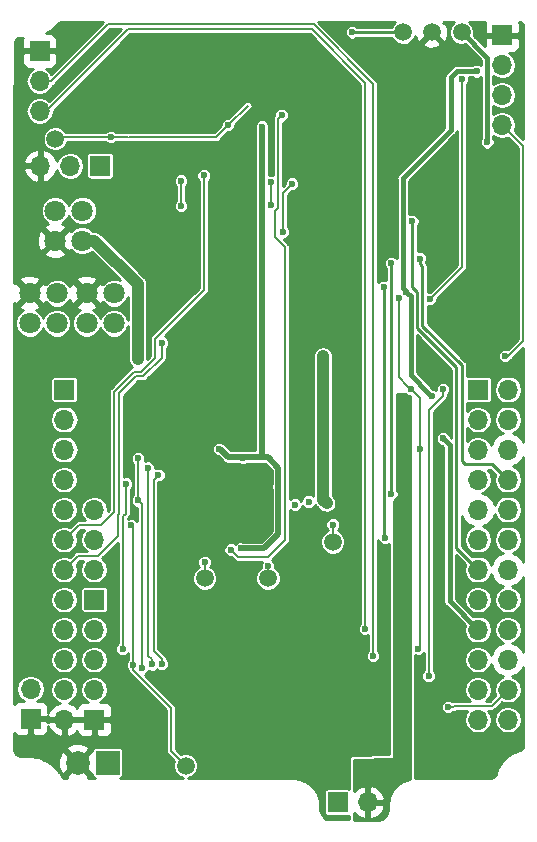
<source format=gbl>
G04 #@! TF.GenerationSoftware,KiCad,Pcbnew,5.0.2-bee76a0~70~ubuntu16.04.1*
G04 #@! TF.CreationDate,2019-09-16T22:34:13+02:00*
G04 #@! TF.ProjectId,WiRoc_NanoPi_v1,5769526f-635f-44e6-916e-6f50695f7631,rev?*
G04 #@! TF.SameCoordinates,Original*
G04 #@! TF.FileFunction,Copper,L2,Bot*
G04 #@! TF.FilePolarity,Positive*
%FSLAX46Y46*%
G04 Gerber Fmt 4.6, Leading zero omitted, Abs format (unit mm)*
G04 Created by KiCad (PCBNEW 5.0.2-bee76a0~70~ubuntu16.04.1) date mån 16 sep 2019 22:34:13*
%MOMM*%
%LPD*%
G01*
G04 APERTURE LIST*
G04 #@! TA.AperFunction,ViaPad*
%ADD10C,0.600000*%
G04 #@! TD*
G04 #@! TA.AperFunction,ComponentPad*
%ADD11O,1.700000X1.700000*%
G04 #@! TD*
G04 #@! TA.AperFunction,ComponentPad*
%ADD12R,1.700000X1.700000*%
G04 #@! TD*
G04 #@! TA.AperFunction,ComponentPad*
%ADD13C,2.000000*%
G04 #@! TD*
G04 #@! TA.AperFunction,ComponentPad*
%ADD14R,2.000000X2.000000*%
G04 #@! TD*
G04 #@! TA.AperFunction,BGAPad,CuDef*
%ADD15C,1.500000*%
G04 #@! TD*
G04 #@! TA.AperFunction,ComponentPad*
%ADD16C,1.800000*%
G04 #@! TD*
G04 #@! TA.AperFunction,ViaPad*
%ADD17C,0.400000*%
G04 #@! TD*
G04 #@! TA.AperFunction,Conductor*
%ADD18C,0.203200*%
G04 #@! TD*
G04 #@! TA.AperFunction,Conductor*
%ADD19C,0.508000*%
G04 #@! TD*
G04 #@! TA.AperFunction,Conductor*
%ADD20C,0.381000*%
G04 #@! TD*
G04 #@! TA.AperFunction,Conductor*
%ADD21C,1.000000*%
G04 #@! TD*
G04 #@! TA.AperFunction,Conductor*
%ADD22C,0.254000*%
G04 #@! TD*
G04 APERTURE END LIST*
D10*
G04 #@! TO.N,GND*
G04 #@! TO.C,REF\002A\002A*
X85575200Y-99028600D03*
G04 #@! TD*
G04 #@! TO.N,GND*
G04 #@! TO.C,REF\002A\002A*
X82959000Y-61335000D03*
G04 #@! TD*
G04 #@! TO.N,GND*
G04 #@! TO.C,REF\002A\002A*
X56263600Y-53613400D03*
G04 #@! TD*
G04 #@! TO.N,GND*
G04 #@! TO.C,REF\002A\002A*
X61572200Y-53816600D03*
G04 #@! TD*
G04 #@! TO.N,GND*
G04 #@! TO.C,REF\002A\002A*
X68963600Y-55797800D03*
G04 #@! TD*
G04 #@! TO.N,GND*
G04 #@! TO.C,REF\002A\002A*
X87200800Y-69031200D03*
G04 #@! TD*
G04 #@! TO.N,GND*
G04 #@! TO.C,REF\002A\002A*
X50853400Y-95040800D03*
G04 #@! TD*
G04 #@! TO.N,GND*
G04 #@! TO.C,REF\002A\002A*
X72494200Y-106674000D03*
G04 #@! TD*
G04 #@! TO.N,GND*
G04 #@! TO.C,REF\002A\002A*
X78158400Y-106674000D03*
G04 #@! TD*
G04 #@! TO.N,GND*
G04 #@! TO.C,REF\002A\002A*
X77447200Y-75914600D03*
G04 #@! TD*
G04 #@! TO.N,GND*
G04 #@! TO.C,REF\002A\002A*
X77548800Y-70656800D03*
G04 #@! TD*
G04 #@! TO.N,GND*
G04 #@! TO.C,REF\002A\002A*
X75415200Y-70631400D03*
G04 #@! TD*
G04 #@! TO.N,GND*
G04 #@! TO.C,REF\002A\002A*
X89004200Y-76219400D03*
G04 #@! TD*
G04 #@! TO.N,GND*
G04 #@! TO.C,REF\002A\002A*
X89766200Y-63265400D03*
G04 #@! TD*
G04 #@! TO.N,GND*
G04 #@! TO.C,REF\002A\002A*
X86311800Y-59836400D03*
G04 #@! TD*
G04 #@! TO.N,GND*
G04 #@! TO.C,REF\002A\002A*
X89080400Y-73730200D03*
G04 #@! TD*
G04 #@! TO.N,GND*
G04 #@! TO.C,REF\002A\002A*
X86007000Y-71876000D03*
G04 #@! TD*
G04 #@! TO.N,GND*
G04 #@! TO.C,REF\002A\002A*
X85041800Y-53130800D03*
G04 #@! TD*
G04 #@! TO.N,GND*
G04 #@! TO.C,REF\002A\002A*
X79756000Y-51181000D03*
G04 #@! TD*
G04 #@! TO.N,GND*
G04 #@! TO.C,REF\002A\002A*
X78361600Y-55442200D03*
G04 #@! TD*
G04 #@! TO.N,GND*
G04 #@! TO.C,REF\002A\002A*
X59436000Y-88646000D03*
G04 #@! TD*
G04 #@! TO.N,GND*
G04 #@! TO.C,REF\002A\002A*
X58801000Y-84963000D03*
G04 #@! TD*
G04 #@! TO.N,GND*
G04 #@! TO.C,REF\002A\002A*
X62103000Y-77216000D03*
G04 #@! TD*
G04 #@! TO.N,GND*
G04 #@! TO.C,REF\002A\002A*
X67945000Y-77216000D03*
G04 #@! TD*
G04 #@! TO.N,GND*
G04 #@! TO.C,REF\002A\002A*
X65024000Y-77216000D03*
G04 #@! TD*
G04 #@! TO.N,GND*
G04 #@! TO.C,REF\002A\002A*
X73279000Y-91186000D03*
G04 #@! TD*
G04 #@! TO.N,GND*
G04 #@! TO.C,REF\002A\002A*
X71882000Y-95885000D03*
G04 #@! TD*
G04 #@! TO.N,GND*
G04 #@! TO.C,REF\002A\002A*
X69723000Y-95885000D03*
G04 #@! TD*
G04 #@! TO.N,GND*
G04 #@! TO.C,REF\002A\002A*
X67691000Y-95885000D03*
G04 #@! TD*
G04 #@! TO.N,GND*
G04 #@! TO.C,REF\002A\002A*
X63119000Y-92964000D03*
G04 #@! TD*
G04 #@! TO.N,GND*
G04 #@! TO.C,REF\002A\002A*
X63119000Y-90551000D03*
G04 #@! TD*
G04 #@! TO.N,GND*
G04 #@! TO.C,REF\002A\002A*
X50927000Y-85725000D03*
G04 #@! TD*
G04 #@! TO.N,GND*
G04 #@! TO.C,REF\002A\002A*
X50927000Y-83439000D03*
G04 #@! TD*
G04 #@! TO.N,GND*
G04 #@! TO.C,REF\002A\002A*
X54864000Y-102362000D03*
G04 #@! TD*
G04 #@! TO.N,GND*
G04 #@! TO.C,REF\002A\002A*
X89916000Y-99949000D03*
G04 #@! TD*
G04 #@! TO.N,GND*
G04 #@! TO.C,REF\002A\002A*
X89916000Y-94742000D03*
G04 #@! TD*
G04 #@! TO.N,GND*
G04 #@! TO.C,REF\002A\002A*
X85598000Y-101473000D03*
G04 #@! TD*
G04 #@! TO.N,GND*
G04 #@! TO.C,REF\002A\002A*
X84836000Y-104394000D03*
G04 #@! TD*
G04 #@! TO.N,GND*
G04 #@! TO.C,REF\002A\002A*
X84836000Y-106426000D03*
G04 #@! TD*
D11*
G04 #@! TO.P,J7,15*
G04 #@! TO.N,IRQ*
X88620000Y-96045000D03*
G04 #@! TO.P,J7,5*
G04 #@! TO.N,SCK*
X88620000Y-83345000D03*
G04 #@! TO.P,J7,22*
G04 #@! TO.N,N_VBUSEN*
X91160000Y-103665000D03*
G04 #@! TO.P,J7,21*
G04 #@! TO.N,Net-(J7-Pad21)*
X88620000Y-103665000D03*
G04 #@! TO.P,J7,18*
G04 #@! TO.N,Net-(J7-Pad18)*
X91160000Y-98585000D03*
G04 #@! TO.P,J7,19*
G04 #@! TO.N,Net-(J7-Pad19)*
X88620000Y-101125000D03*
G04 #@! TO.P,J7,13*
G04 #@! TO.N,LORAEN*
X88620000Y-93505000D03*
G04 #@! TO.P,J7,24*
G04 #@! TO.N,Net-(J7-Pad24)*
X91160000Y-106205000D03*
G04 #@! TO.P,J7,11*
G04 #@! TO.N,LORAAUX*
X88620000Y-90965000D03*
G04 #@! TO.P,J7,14*
G04 #@! TO.N,GND*
X91160000Y-93505000D03*
G04 #@! TO.P,J7,20*
X91160000Y-101125000D03*
G04 #@! TO.P,J7,10*
G04 #@! TO.N,UART1_RX*
X91160000Y-88425000D03*
G04 #@! TO.P,J7,23*
G04 #@! TO.N,Net-(J7-Pad23)*
X88620000Y-106205000D03*
G04 #@! TO.P,J7,16*
G04 #@! TO.N,Net-(J7-Pad16)*
X91160000Y-96045000D03*
G04 #@! TO.P,J7,17*
G04 #@! TO.N,SYS_3.3V*
X88620000Y-98585000D03*
G04 #@! TO.P,J7,6*
G04 #@! TO.N,GND*
X91160000Y-83345000D03*
G04 #@! TO.P,J7,12*
G04 #@! TO.N,STATUS_LED*
X91160000Y-90965000D03*
G04 #@! TO.P,J7,9*
G04 #@! TO.N,GND*
X88620000Y-88425000D03*
D12*
G04 #@! TO.P,J7,1*
G04 #@! TO.N,Net-(J7-Pad1)*
X88620000Y-78265000D03*
D11*
G04 #@! TO.P,J7,7*
G04 #@! TO.N,Net-(J7-Pad7)*
X88620000Y-85885000D03*
G04 #@! TO.P,J7,4*
G04 #@! TO.N,VDD_5V*
X91160000Y-80805000D03*
G04 #@! TO.P,J7,3*
G04 #@! TO.N,SDA*
X88620000Y-80805000D03*
G04 #@! TO.P,J7,8*
G04 #@! TO.N,UART1_TX*
X91160000Y-85885000D03*
G04 #@! TO.P,J7,2*
G04 #@! TO.N,VDD_5V*
X91160000Y-78265000D03*
G04 #@! TO.P,J7,34*
G04 #@! TO.N,USBHost-DP2*
X53610000Y-85885000D03*
G04 #@! TO.P,J7,33*
G04 #@! TO.N,USBHost-DM1*
X53610000Y-83345000D03*
G04 #@! TO.P,J7,32*
G04 #@! TO.N,USBHost-DP1*
X53610000Y-80805000D03*
D12*
G04 #@! TO.P,J7,31*
G04 #@! TO.N,Net-(J7-Pad31)*
X53610000Y-78265000D03*
D11*
G04 #@! TO.P,J7,42*
G04 #@! TO.N,GND*
X53610000Y-106205000D03*
G04 #@! TO.P,J7,41*
G04 #@! TO.N,Net-(J7-Pad41)*
X53610000Y-103665000D03*
G04 #@! TO.P,J7,40*
G04 #@! TO.N,Net-(J7-Pad40)*
X53610000Y-101125000D03*
G04 #@! TO.P,J7,39*
G04 #@! TO.N,Net-(J7-Pad39)*
X53610000Y-98585000D03*
G04 #@! TO.P,J7,38*
G04 #@! TO.N,Net-(J7-Pad38)*
X53610000Y-96045000D03*
G04 #@! TO.P,J7,35*
G04 #@! TO.N,USBHost-DM2*
X53610000Y-88425000D03*
G04 #@! TO.P,J7,37*
G04 #@! TO.N,LORAMO*
X53610000Y-93505000D03*
G04 #@! TO.P,J7,36*
G04 #@! TO.N,LORARS*
X53610000Y-90965000D03*
G04 #@! TO.P,J7,53*
G04 #@! TO.N,Net-(J6-Pad2)*
X56150000Y-101125000D03*
G04 #@! TO.P,J7,52*
G04 #@! TO.N,Net-(J7-Pad52)*
X56150000Y-103665000D03*
G04 #@! TO.P,J7,54*
G04 #@! TO.N,Net-(J6-Pad3)*
X56150000Y-98585000D03*
D12*
G04 #@! TO.P,J7,51*
G04 #@! TO.N,GND*
X56150000Y-106205000D03*
G04 #@! TO.P,J7,61*
G04 #@! TO.N,N/C*
X56150000Y-96045000D03*
D11*
G04 #@! TO.P,J7,64*
X56150000Y-88425000D03*
G04 #@! TO.P,J7,62*
X56150000Y-93505000D03*
G04 #@! TO.P,J7,63*
X56150000Y-90965000D03*
G04 #@! TD*
D10*
G04 #@! TO.N,GND*
G04 #@! TO.C,REF\002A\002A*
X85344000Y-84709000D03*
G04 #@! TD*
G04 #@! TO.N,GND*
G04 #@! TO.C,REF\002A\002A*
X74041000Y-83820000D03*
G04 #@! TD*
G04 #@! TO.N,GND*
G04 #@! TO.C,REF\002A\002A*
X77343000Y-83566000D03*
G04 #@! TD*
G04 #@! TO.N,GND*
G04 #@! TO.C,REF\002A\002A*
X85397400Y-67583400D03*
G04 #@! TD*
G04 #@! TO.N,GND*
G04 #@! TO.C,REF\002A\002A*
X81534000Y-62357000D03*
G04 #@! TD*
G04 #@! TO.N,GND*
G04 #@! TO.C,REF\002A\002A*
X76962000Y-66929000D03*
G04 #@! TD*
G04 #@! TO.N,GND*
G04 #@! TO.C,REF\002A\002A*
X77343000Y-84836000D03*
G04 #@! TD*
G04 #@! TO.N,GND*
G04 #@! TO.C,REF\002A\002A*
X89916000Y-89662000D03*
G04 #@! TD*
G04 #@! TO.N,GND*
G04 #@! TO.C,REF\002A\002A*
X61493400Y-58496200D03*
G04 #@! TD*
G04 #@! TO.N,GND*
G04 #@! TO.C,REF\002A\002A*
X60083700Y-58458100D03*
G04 #@! TD*
G04 #@! TO.N,GND*
G04 #@! TO.C,REF\002A\002A*
X83947000Y-55626000D03*
G04 #@! TD*
G04 #@! TO.N,GND*
G04 #@! TO.C,REF\002A\002A*
X77673200Y-60782200D03*
G04 #@! TD*
G04 #@! TO.N,GND*
G04 #@! TO.C,REF\002A\002A*
X75895200Y-60782200D03*
G04 #@! TD*
G04 #@! TO.N,GND*
G04 #@! TO.C,REF\002A\002A*
X73914000Y-60782200D03*
G04 #@! TD*
G04 #@! TO.N,GND*
G04 #@! TO.C,REF\002A\002A*
X67437000Y-60706000D03*
G04 #@! TD*
G04 #@! TO.N,VBUS*
G04 #@! TO.C,REF\002A\002A*
X73152000Y-88011000D03*
G04 #@! TD*
G04 #@! TO.N,VBUS*
G04 #@! TO.C,REF\002A\002A*
X74295000Y-87757000D03*
G04 #@! TD*
G04 #@! TO.N,GND*
G04 #@! TO.C,REF\002A\002A*
X78740000Y-50038000D03*
G04 #@! TD*
G04 #@! TO.N,GND*
G04 #@! TO.C,REF\002A\002A*
X59182000Y-55372000D03*
G04 #@! TD*
D11*
G04 #@! TO.P,J6,3*
G04 #@! TO.N,Net-(J6-Pad3)*
X51513800Y-54680200D03*
G04 #@! TO.P,J6,2*
G04 #@! TO.N,Net-(J6-Pad2)*
X51513800Y-52140200D03*
D12*
G04 #@! TO.P,J6,1*
G04 #@! TO.N,GND*
X51513800Y-49600200D03*
G04 #@! TD*
D13*
G04 #@! TO.P,J3,2*
G04 #@! TO.N,GND*
X54737000Y-109855000D03*
D14*
G04 #@! TO.P,J3,1*
G04 #@! TO.N,Net-(J3-Pad1)*
X57277000Y-109855000D03*
G04 #@! TD*
D10*
G04 #@! TO.N,GND*
G04 #@! TO.C,REF\002A\002A*
X70231000Y-52959000D03*
G04 #@! TD*
G04 #@! TO.N,GND*
G04 #@! TO.C,REF\002A\002A*
X72265600Y-53283200D03*
G04 #@! TD*
G04 #@! TO.N,GND*
G04 #@! TO.C,REF\002A\002A*
X76581000Y-48006000D03*
G04 #@! TD*
G04 #@! TO.N,GND*
G04 #@! TO.C,REF\002A\002A*
X76835000Y-51181000D03*
G04 #@! TD*
G04 #@! TO.N,GND*
G04 #@! TO.C,REF\002A\002A*
X83947000Y-52324000D03*
G04 #@! TD*
G04 #@! TO.N,GND*
G04 #@! TO.C,REF\002A\002A*
X83947000Y-53975000D03*
G04 #@! TD*
G04 #@! TO.N,GND*
G04 #@! TO.C,REF\002A\002A*
X73279000Y-93345000D03*
G04 #@! TD*
G04 #@! TO.N,GND*
G04 #@! TO.C,REF\002A\002A*
X74930000Y-93345000D03*
G04 #@! TD*
G04 #@! TO.N,GND*
G04 #@! TO.C,REF\002A\002A*
X64246000Y-83312000D03*
G04 #@! TD*
G04 #@! TO.N,GND*
G04 #@! TO.C,REF\002A\002A*
X58829000Y-82366200D03*
G04 #@! TD*
G04 #@! TO.N,GND*
G04 #@! TO.C,REF\002A\002A*
X58854400Y-80740600D03*
G04 #@! TD*
G04 #@! TO.N,GND*
G04 #@! TO.C,REF\002A\002A*
X58854400Y-79267400D03*
G04 #@! TD*
G04 #@! TO.N,GND*
G04 #@! TO.C,REF\002A\002A*
X74295000Y-86487000D03*
G04 #@! TD*
G04 #@! TO.N,GND*
G04 #@! TO.C,REF\002A\002A*
X77343000Y-86233000D03*
G04 #@! TD*
G04 #@! TO.N,GND*
G04 #@! TO.C,REF\002A\002A*
X74041000Y-77343000D03*
G04 #@! TD*
D15*
G04 #@! TO.P,TP1,1*
G04 #@! TO.N,N_VBUSEN*
X63881000Y-110109000D03*
G04 #@! TD*
G04 #@! TO.P,TP2,1*
G04 #@! TO.N,Net-(C2-Pad1)*
X76334000Y-91170000D03*
G04 #@! TD*
G04 #@! TO.P,TP3,1*
G04 #@! TO.N,Net-(R2-Pad2)*
X70850000Y-94234000D03*
G04 #@! TD*
G04 #@! TO.P,TP4,1*
G04 #@! TO.N,EXTEN*
X52832000Y-57023000D03*
G04 #@! TD*
G04 #@! TO.P,TP9,1*
G04 #@! TO.N,GND*
X84709000Y-48006000D03*
G04 #@! TD*
G04 #@! TO.P,TP10,1*
G04 #@! TO.N,IPSOUT*
X65504000Y-94234000D03*
G04 #@! TD*
G04 #@! TO.P,TP11,1*
G04 #@! TO.N,Net-(C13-Pad1)*
X82296000Y-48006000D03*
G04 #@! TD*
G04 #@! TO.P,TP14,1*
G04 #@! TO.N,VDD_5V*
X87249000Y-48006000D03*
G04 #@! TD*
D10*
G04 #@! TO.N,GND*
G04 #@! TO.C,REF\002A\002A*
X74295000Y-85090000D03*
G04 #@! TD*
D11*
G04 #@! TO.P,J1,2*
G04 #@! TO.N,Net-(J1-Pad2)*
X50751800Y-103600600D03*
D12*
G04 #@! TO.P,J1,1*
G04 #@! TO.N,GND*
X50751800Y-106140600D03*
G04 #@! TD*
G04 #@! TO.P,J5,1*
G04 #@! TO.N,Net-(J2-Pad2)*
X56642000Y-59309000D03*
D11*
G04 #@! TO.P,J5,2*
G04 #@! TO.N,Net-(J2-Pad3)*
X54102000Y-59309000D03*
G04 #@! TO.P,J5,3*
G04 #@! TO.N,GND*
X51562000Y-59309000D03*
G04 #@! TD*
D12*
G04 #@! TO.P,U2,1*
G04 #@! TO.N,GND*
X90678000Y-48260000D03*
D11*
G04 #@! TO.P,U2,2*
G04 #@! TO.N,SYS_3.3V*
X90678000Y-50800000D03*
G04 #@! TO.P,U2,3*
G04 #@! TO.N,SCK*
X90678000Y-53340000D03*
G04 #@! TO.P,U2,4*
G04 #@! TO.N,SDA*
X90678000Y-55880000D03*
G04 #@! TD*
D16*
G04 #@! TO.P,J4,3*
G04 #@! TO.N,USBHost-DP1*
X52973000Y-72644000D03*
G04 #@! TO.P,J4,2*
G04 #@! TO.N,USBHost-DM1*
X50673000Y-72644000D03*
G04 #@! TO.P,J4,1*
G04 #@! TO.N,VDD_5V*
X52973000Y-70104000D03*
G04 #@! TO.P,J4,4*
G04 #@! TO.N,GND*
X50673000Y-70104000D03*
G04 #@! TD*
G04 #@! TO.P,J8,3*
G04 #@! TO.N,USBHost-DP2*
X55499000Y-72644000D03*
G04 #@! TO.P,J8,2*
G04 #@! TO.N,USBHost-DM2*
X57799000Y-72644000D03*
G04 #@! TO.P,J8,1*
G04 #@! TO.N,VDD_5V*
X57799000Y-70104000D03*
G04 #@! TO.P,J8,4*
G04 #@! TO.N,GND*
X55499000Y-70104000D03*
G04 #@! TD*
G04 #@! TO.P,J2,3*
G04 #@! TO.N,Net-(J2-Pad3)*
X52832000Y-63119000D03*
G04 #@! TO.P,J2,2*
G04 #@! TO.N,Net-(J2-Pad2)*
X55132000Y-63119000D03*
G04 #@! TO.P,J2,1*
G04 #@! TO.N,VBUS*
X55132000Y-65659000D03*
G04 #@! TO.P,J2,4*
G04 #@! TO.N,GND*
X52832000Y-65659000D03*
G04 #@! TD*
D12*
G04 #@! TO.P,SW1,1*
G04 #@! TO.N,Net-(J3-Pad1)*
X76761400Y-113201800D03*
D11*
G04 #@! TO.P,SW1,2*
G04 #@! TO.N,BAT*
X79301400Y-113201800D03*
G04 #@! TD*
D17*
G04 #@! TO.N,GND*
X67549800Y-89283600D03*
X67549800Y-87883600D03*
X68949800Y-89283600D03*
X68949800Y-87887300D03*
X66149800Y-89283600D03*
X66149800Y-87887300D03*
X66149800Y-86483600D03*
X67549800Y-86483600D03*
X68949800Y-86483600D03*
D10*
G04 #@! TO.N,IPSOUT*
X65494000Y-92850000D03*
X66722500Y-83286600D03*
X68549800Y-91722700D03*
X71731300Y-86483600D03*
X68751961Y-84029990D03*
X70358000Y-56007008D03*
G04 #@! TO.N,Net-(C2-Pad1)*
X76334000Y-89700000D03*
G04 #@! TO.N,BAT*
X81915000Y-80772000D03*
X82178143Y-79192823D03*
G04 #@! TO.N,VBUS*
X59817000Y-75692000D03*
X75519001Y-75392001D03*
X75819000Y-87884000D03*
G04 #@! TO.N,PWRON*
X59877200Y-87655400D03*
X59851800Y-84099400D03*
X60198000Y-101854004D03*
G04 #@! TO.N,Net-(C13-Pad1)*
X77978000Y-48006000D03*
G04 #@! TO.N,VDD_5V*
X89408000Y-57316799D03*
G04 #@! TO.N,SYS_3.3V*
X85684580Y-82407165D03*
X82563036Y-70007200D03*
X84734400Y-78836832D03*
X88519000Y-51308000D03*
G04 #@! TO.N,SDA*
X90932000Y-75438000D03*
X85658960Y-78232000D03*
X61579000Y-85491500D03*
X84455000Y-102489000D03*
X61849000Y-101473014D03*
G04 #@! TO.N,SCK*
X84539132Y-70612000D03*
X81915000Y-70485000D03*
X82931000Y-78232000D03*
X83693000Y-83312000D03*
X58801000Y-86233000D03*
X58547000Y-100202996D03*
X83565999Y-100203000D03*
X87248998Y-52001710D03*
G04 #@! TO.N,UART1_TX*
X83693000Y-67183000D03*
G04 #@! TO.N,UART1_RX*
X81280008Y-67564000D03*
X81279998Y-87122000D03*
G04 #@! TO.N,LORAAUX*
X80645000Y-69596000D03*
X80772000Y-90805000D03*
G04 #@! TO.N,LORAEN*
X83058000Y-64008000D03*
G04 #@! TO.N,IRQ*
X60664600Y-84886800D03*
X61002070Y-101540255D03*
G04 #@! TO.N,N_VBUSEN*
X59285090Y-89738200D03*
X59436000Y-101600014D03*
X86106000Y-105156000D03*
G04 #@! TO.N,Net-(R2-Pad2)*
X70850000Y-93218000D03*
G04 #@! TO.N,EXTEN*
X67700400Y-91821001D03*
X67472400Y-55880000D03*
X72009000Y-55041370D03*
X57540599Y-56896000D03*
G04 #@! TO.N,Net-(J6-Pad2)*
X79758600Y-100806600D03*
G04 #@! TO.N,Net-(J6-Pad3)*
X79098202Y-98520600D03*
G04 #@! TO.N,Net-(D4-Pad1)*
X71086510Y-60706000D03*
X71086510Y-62611000D03*
G04 #@! TO.N,Net-(D5-Pad1)*
X72136000Y-64897000D03*
X72898000Y-60833000D03*
G04 #@! TO.N,Net-(R13-Pad2)*
X63500000Y-62738000D03*
X63500000Y-60579000D03*
G04 #@! TO.N,LORARS*
X65417700Y-60139300D03*
G04 #@! TO.N,LORAMO*
X61849000Y-74295000D03*
G04 #@! TD*
D18*
G04 #@! TO.N,IPSOUT*
X65494000Y-92850000D02*
X65494000Y-94370000D01*
X65494000Y-94370000D02*
X65504000Y-94380000D01*
D19*
X68549800Y-91716500D02*
X70531000Y-91716500D01*
X70531000Y-91716500D02*
X71731300Y-90516200D01*
X71731300Y-90516200D02*
X71731300Y-86483600D01*
D20*
X68549800Y-91722700D02*
X68543600Y-91716500D01*
X68543600Y-91716500D02*
X68549800Y-91716500D01*
D19*
X67476880Y-83967320D02*
X66796160Y-83286600D01*
X70821220Y-83967320D02*
X67476880Y-83967320D01*
X71731300Y-84877400D02*
X70821220Y-83967320D01*
X71731300Y-85344000D02*
X71731300Y-84877400D01*
X71731300Y-86483600D02*
X71731300Y-85344000D01*
X67675000Y-84010500D02*
X67667300Y-84002800D01*
X70342000Y-56447264D02*
X70358000Y-56431264D01*
X70358000Y-56431264D02*
X70358000Y-56007000D01*
X70342000Y-83947000D02*
X70342000Y-56447264D01*
D18*
G04 #@! TO.N,Net-(C2-Pad1)*
X76334000Y-89700000D02*
X76334000Y-89700000D01*
X76334000Y-89700000D02*
X76334000Y-91170000D01*
D21*
G04 #@! TO.N,VBUS*
X59817000Y-69342000D02*
X59817000Y-75692000D01*
X56134000Y-65659000D02*
X59817000Y-69342000D01*
X55132000Y-65659000D02*
X56134000Y-65659000D01*
X75519001Y-87584001D02*
X75819000Y-87884000D01*
X75519001Y-75392001D02*
X75519001Y-87584001D01*
D18*
G04 #@! TO.N,PWRON*
X59851800Y-84099400D02*
X59851800Y-87630000D01*
X59851800Y-87630000D02*
X59877200Y-87655400D01*
X60198000Y-101429740D02*
X60198000Y-101854004D01*
X60198000Y-87976200D02*
X60198000Y-101429740D01*
X59877200Y-87655400D02*
X60198000Y-87976200D01*
D22*
G04 #@! TO.N,Net-(C13-Pad1)*
X82296000Y-48006000D02*
X77978000Y-48006000D01*
D20*
G04 #@! TO.N,VDD_5V*
X87249000Y-48006000D02*
X89422499Y-50179499D01*
X89408000Y-51563666D02*
X89408000Y-56892535D01*
X89422499Y-51549167D02*
X89408000Y-51563666D01*
X89422499Y-50179499D02*
X89422499Y-51549167D01*
X89408000Y-56892535D02*
X89408000Y-57316799D01*
G04 #@! TO.N,SYS_3.3V*
X85684580Y-82453190D02*
X85725000Y-82493610D01*
X82563036Y-70007200D02*
X82931000Y-70375164D01*
X82931000Y-70375164D02*
X82931000Y-77033432D01*
X82931000Y-77033432D02*
X84434401Y-78536833D01*
X84434401Y-78536833D02*
X84734400Y-78836832D01*
X86233000Y-96198000D02*
X88620000Y-98585000D01*
X86233000Y-82955585D02*
X86233000Y-96198000D01*
X85684580Y-82407165D02*
X86233000Y-82955585D01*
X86824736Y-51308000D02*
X88519000Y-51308000D01*
X86314001Y-51818735D02*
X86824736Y-51308000D01*
X86314001Y-56306999D02*
X86314001Y-51818735D01*
X82263037Y-69707201D02*
X82263037Y-60357963D01*
X82563036Y-70007200D02*
X82263037Y-69707201D01*
X82263037Y-60357963D02*
X86314001Y-56306999D01*
D18*
G04 #@! TO.N,SDA*
X90678000Y-55880000D02*
X92456000Y-57658000D01*
X92456000Y-57658000D02*
X92432890Y-70240420D01*
X92432890Y-70240420D02*
X92456000Y-70053200D01*
X91186000Y-75438000D02*
X90932000Y-75438000D01*
X92432890Y-74191110D02*
X91186000Y-75438000D01*
X92432890Y-70240420D02*
X92432890Y-74191110D01*
X85658960Y-78232000D02*
X85658960Y-78807378D01*
X85658960Y-78807378D02*
X84455000Y-80011338D01*
X84455000Y-80011338D02*
X84455000Y-102064736D01*
X84455000Y-102064736D02*
X84455000Y-102489000D01*
X61849000Y-101048750D02*
X61849000Y-101473014D01*
X61165800Y-85900200D02*
X61165800Y-100365550D01*
X61165800Y-100365550D02*
X61849000Y-101048750D01*
X61595000Y-85471000D02*
X61165800Y-85900200D01*
G04 #@! TO.N,SCK*
X81915000Y-77216000D02*
X82631001Y-77932001D01*
X82631001Y-77932001D02*
X82931000Y-78232000D01*
X81915000Y-70485000D02*
X81915000Y-77216000D01*
X83693000Y-82887736D02*
X83693000Y-83312000D01*
X83693000Y-78994000D02*
X83693000Y-82887736D01*
X82931000Y-78232000D02*
X83693000Y-78994000D01*
X83693000Y-83312000D02*
X83693000Y-100075999D01*
X83693000Y-100075999D02*
X83565999Y-100203000D01*
X87248998Y-52425974D02*
X87248998Y-52001710D01*
X87248998Y-67902134D02*
X87248998Y-52425974D01*
X84539132Y-70612000D02*
X87248998Y-67902134D01*
X58547000Y-99778732D02*
X58547000Y-100202996D01*
X58801000Y-86233000D02*
X58801000Y-88765582D01*
X58562311Y-89004271D02*
X58562311Y-90799790D01*
X58801000Y-88765582D02*
X58562311Y-89004271D01*
X58547000Y-90815101D02*
X58547000Y-99778732D01*
X58562311Y-90799790D02*
X58547000Y-90815101D01*
D22*
G04 #@! TO.N,UART1_TX*
X89857000Y-84582000D02*
X87503000Y-84582000D01*
X91160000Y-85885000D02*
X89857000Y-84582000D01*
X87503000Y-84582000D02*
X87261710Y-84340710D01*
X83908922Y-72848330D02*
X83908922Y-67823186D01*
X83908922Y-67823186D02*
X83693000Y-67607264D01*
X83693000Y-67607264D02*
X83693000Y-67183000D01*
X87261710Y-84340710D02*
X87261710Y-76201118D01*
X87261710Y-76201118D02*
X83908922Y-72848330D01*
G04 #@! TO.N,UART1_RX*
X81280008Y-87121990D02*
X81279998Y-87122000D01*
X81280008Y-67564000D02*
X81280008Y-87121990D01*
G04 #@! TO.N,LORAAUX*
X80645000Y-90678000D02*
X80772000Y-90805000D01*
X80645000Y-69596000D02*
X80645000Y-90678000D01*
G04 #@! TO.N,LORAEN*
X86741000Y-76327000D02*
X83451711Y-73037711D01*
X83058000Y-64432264D02*
X83058000Y-64008000D01*
X83058000Y-69610926D02*
X83058000Y-64432264D01*
X83451711Y-73037711D02*
X83451711Y-70004637D01*
X83451711Y-70004637D02*
X83058000Y-69610926D01*
X86804500Y-76390500D02*
X86741000Y-76327000D01*
X86804500Y-91689500D02*
X86804500Y-76390500D01*
X88620000Y-93505000D02*
X86804500Y-91689500D01*
D18*
G04 #@! TO.N,IRQ*
X61002070Y-101115991D02*
X61002070Y-101540255D01*
X60706000Y-84886800D02*
X60706000Y-100819921D01*
X60706000Y-100819921D02*
X61002070Y-101115991D01*
G04 #@! TO.N,N_VBUSEN*
X59436000Y-101175750D02*
X59436000Y-101600014D01*
X59436000Y-89916000D02*
X59436000Y-101175750D01*
X59309000Y-89789000D02*
X59436000Y-89916000D01*
X62611000Y-105199278D02*
X62611000Y-108839000D01*
X59436000Y-102024278D02*
X62611000Y-105199278D01*
X62611000Y-108839000D02*
X63881000Y-110109000D01*
X59436000Y-101600014D02*
X59436000Y-102024278D01*
X89803732Y-105021268D02*
X86664996Y-105021268D01*
X86664996Y-105021268D02*
X86530264Y-105156000D01*
X86530264Y-105156000D02*
X86106000Y-105156000D01*
X91160000Y-103665000D02*
X89803732Y-105021268D01*
G04 #@! TO.N,Net-(R2-Pad2)*
X70850000Y-94234000D02*
X70850000Y-93218000D01*
G04 #@! TO.N,EXTEN*
X53060600Y-56896000D02*
X52793900Y-56629300D01*
X69121200Y-54231200D02*
X67472400Y-55880000D01*
X71709001Y-55341369D02*
X72009000Y-55041370D01*
X71440612Y-63133210D02*
X71678612Y-62895210D01*
X71440612Y-65344612D02*
X71440612Y-63133210D01*
X72323401Y-90982599D02*
X72323401Y-66227401D01*
X72323401Y-66227401D02*
X71440612Y-65344612D01*
X70850000Y-92456000D02*
X72323401Y-90982599D01*
X71678612Y-55371758D02*
X71709001Y-55341369D01*
X68335399Y-92456000D02*
X70850000Y-92456000D01*
X67700400Y-91821001D02*
X68335399Y-92456000D01*
X71678612Y-62895210D02*
X71678612Y-55371758D01*
X66456400Y-56896000D02*
X59075700Y-56896000D01*
X67472400Y-55880000D02*
X66456400Y-56896000D01*
X59034300Y-56896000D02*
X57540599Y-56896000D01*
X57540599Y-56896000D02*
X53060600Y-56896000D01*
G04 #@! TO.N,Net-(J6-Pad2)*
X79758600Y-98101490D02*
X79758600Y-100806600D01*
X79758600Y-57490701D02*
X79758600Y-98101490D01*
X79756000Y-57488101D02*
X79758600Y-57490701D01*
X51513800Y-52140200D02*
X52507800Y-52140200D01*
X79756000Y-52402209D02*
X79756000Y-57531000D01*
X52507800Y-52140200D02*
X57289711Y-47358289D01*
X74712080Y-47358289D02*
X79756000Y-52402209D01*
X57289711Y-47358289D02*
X74712080Y-47358289D01*
G04 #@! TO.N,Net-(J6-Pad3)*
X56150000Y-98585000D02*
X56150000Y-98434400D01*
X79098202Y-98096336D02*
X79098202Y-98520600D01*
X51513800Y-54680200D02*
X52098000Y-54680200D01*
X52098000Y-54680200D02*
X59026199Y-47752001D01*
X59026199Y-47752001D02*
X74549001Y-47752001D01*
X79098202Y-52301202D02*
X79098202Y-98096336D01*
X74549001Y-47752001D02*
X79098202Y-52301202D01*
G04 #@! TO.N,Net-(D4-Pad1)*
X71086510Y-60706000D02*
X71086510Y-62611000D01*
G04 #@! TO.N,Net-(D5-Pad1)*
X72136000Y-61595000D02*
X72898000Y-60833000D01*
X72136000Y-64897000D02*
X72136000Y-61595000D01*
G04 #@! TO.N,Net-(R13-Pad2)*
X63500000Y-62738000D02*
X63500000Y-60579000D01*
G04 #@! TO.N,LORARS*
X56746200Y-89706800D02*
X57813000Y-88640000D01*
X54868200Y-89706800D02*
X56746200Y-89706800D01*
X53610000Y-90965000D02*
X54868200Y-89706800D01*
X57813000Y-88640000D02*
X57813000Y-78435214D01*
X57813000Y-78435214D02*
X59510103Y-76738111D01*
X65417700Y-69849990D02*
X65417700Y-60563564D01*
X65417700Y-60563564D02*
X65417700Y-60139300D01*
X59510103Y-76738111D02*
X60145103Y-76738111D01*
X60145103Y-76738111D02*
X61256899Y-75626315D01*
X61256899Y-75626315D02*
X61256899Y-74010791D01*
X61256899Y-74010791D02*
X65417700Y-69849990D01*
G04 #@! TO.N,LORAMO*
X56442411Y-92362899D02*
X58168600Y-90636710D01*
X58168600Y-88841191D02*
X58206711Y-88803080D01*
X58206711Y-88803080D02*
X58206711Y-78598294D01*
X54752101Y-92362899D02*
X56442411Y-92362899D01*
X53610000Y-93505000D02*
X54752101Y-92362899D01*
X60308183Y-77131822D02*
X61849000Y-75591005D01*
X58168600Y-90636710D02*
X58168600Y-88841191D01*
X61849000Y-75591005D02*
X61849000Y-74719264D01*
X58206711Y-78598294D02*
X59673183Y-77131822D01*
X61849000Y-74719264D02*
X61849000Y-74295000D01*
X59673183Y-77131822D02*
X60308183Y-77131822D01*
G04 #@! TO.N,USBHost-DM2*
X53610000Y-88425000D02*
X53610000Y-88249000D01*
D21*
X53610000Y-88249000D02*
X53610000Y-88144786D01*
G04 #@! TD*
D22*
G04 #@! TO.N,GND*
G36*
X52516260Y-51539044D02*
X52355520Y-51298480D01*
X52036324Y-51085200D01*
X52490109Y-51085200D01*
X52723498Y-50988527D01*
X52902127Y-50809899D01*
X52998800Y-50576510D01*
X52998800Y-49885950D01*
X52840050Y-49727200D01*
X51640800Y-49727200D01*
X51640800Y-49747200D01*
X51386800Y-49747200D01*
X51386800Y-49727200D01*
X50187550Y-49727200D01*
X50028800Y-49885950D01*
X50028800Y-50576510D01*
X50125473Y-50809899D01*
X50304102Y-50988527D01*
X50537491Y-51085200D01*
X50991276Y-51085200D01*
X50672080Y-51298480D01*
X50414040Y-51684664D01*
X50323428Y-52140200D01*
X50414040Y-52595736D01*
X50672080Y-52981920D01*
X51058264Y-53239960D01*
X51398815Y-53307700D01*
X51628785Y-53307700D01*
X51969336Y-53239960D01*
X52355520Y-52981920D01*
X52613560Y-52595736D01*
X52623763Y-52544444D01*
X52671324Y-52534983D01*
X52809954Y-52442354D01*
X52833336Y-52407360D01*
X57463308Y-47777389D01*
X58408114Y-47777389D01*
X52350427Y-53835077D01*
X51969336Y-53580440D01*
X51628785Y-53512700D01*
X51398815Y-53512700D01*
X51058264Y-53580440D01*
X50672080Y-53838480D01*
X50414040Y-54224664D01*
X50323428Y-54680200D01*
X50414040Y-55135736D01*
X50672080Y-55521920D01*
X51058264Y-55779960D01*
X51398815Y-55847700D01*
X51628785Y-55847700D01*
X51969336Y-55779960D01*
X52355520Y-55521920D01*
X52613560Y-55135736D01*
X52704172Y-54680200D01*
X52701936Y-54668960D01*
X59199796Y-48171101D01*
X74375405Y-48171101D01*
X78679102Y-52474799D01*
X78679103Y-98055058D01*
X78679102Y-98055063D01*
X78679102Y-98066422D01*
X78574710Y-98170814D01*
X78480702Y-98397772D01*
X78480702Y-98643428D01*
X78574710Y-98870386D01*
X78748416Y-99044092D01*
X78975374Y-99138100D01*
X79221030Y-99138100D01*
X79339500Y-99089029D01*
X79339501Y-100352421D01*
X79235108Y-100456814D01*
X79141100Y-100683772D01*
X79141100Y-100929428D01*
X79235108Y-101156386D01*
X79408814Y-101330092D01*
X79635772Y-101424100D01*
X79881428Y-101424100D01*
X80108386Y-101330092D01*
X80282092Y-101156386D01*
X80376100Y-100929428D01*
X80376100Y-100683772D01*
X80282092Y-100456814D01*
X80177700Y-100352422D01*
X80177700Y-91017024D01*
X80237743Y-91161979D01*
X80415021Y-91339257D01*
X80646645Y-91435200D01*
X80897355Y-91435200D01*
X81075815Y-91361279D01*
X81079338Y-109129840D01*
X78013926Y-109175936D01*
X77896439Y-109200384D01*
X77793613Y-109269476D01*
X77725055Y-109372658D01*
X77701201Y-109494222D01*
X77707811Y-112047258D01*
X77611400Y-112028080D01*
X75911400Y-112028080D01*
X75787518Y-112052722D01*
X75682495Y-112122895D01*
X75612322Y-112227918D01*
X75587680Y-112351800D01*
X75587680Y-114051800D01*
X75612322Y-114175682D01*
X75682495Y-114280705D01*
X75787518Y-114350878D01*
X75911400Y-114375520D01*
X77611400Y-114375520D01*
X77713787Y-114355154D01*
X77714418Y-114598800D01*
X75785096Y-114598800D01*
X75596859Y-114479845D01*
X75397612Y-114222138D01*
X75293069Y-113894746D01*
X75285000Y-113774998D01*
X75285000Y-113448995D01*
X75282619Y-113437026D01*
X75262339Y-113164126D01*
X75255178Y-113131556D01*
X75250650Y-113098501D01*
X75249528Y-113094667D01*
X75088579Y-112556489D01*
X75070000Y-112516282D01*
X75051843Y-112475690D01*
X75049690Y-112472325D01*
X74744161Y-112000951D01*
X74715020Y-111967547D01*
X74686223Y-111933710D01*
X74683212Y-111931084D01*
X74257666Y-111564409D01*
X74220282Y-111540502D01*
X74183184Y-111516133D01*
X74179558Y-111514457D01*
X73668202Y-111281958D01*
X73625615Y-111269505D01*
X73583165Y-111256527D01*
X73579214Y-111255937D01*
X73031918Y-111177558D01*
X73009005Y-111173000D01*
X64101789Y-111173000D01*
X64485690Y-111013983D01*
X64785983Y-110713690D01*
X64948500Y-110321339D01*
X64948500Y-109896661D01*
X64785983Y-109504310D01*
X64485690Y-109204017D01*
X64093339Y-109041500D01*
X63668661Y-109041500D01*
X63483071Y-109118374D01*
X63030100Y-108665404D01*
X63030100Y-105240550D01*
X63038310Y-105199277D01*
X63029398Y-105154473D01*
X63005783Y-105035754D01*
X62913154Y-104897124D01*
X62878163Y-104873744D01*
X60430497Y-102426078D01*
X60547786Y-102377496D01*
X60721492Y-102203790D01*
X60760869Y-102108724D01*
X60879242Y-102157755D01*
X61124898Y-102157755D01*
X61351856Y-102063747D01*
X61459156Y-101956448D01*
X61499214Y-101996506D01*
X61726172Y-102090514D01*
X61971828Y-102090514D01*
X62198786Y-101996506D01*
X62372492Y-101822800D01*
X62466500Y-101595842D01*
X62466500Y-101350186D01*
X62372492Y-101123228D01*
X62270921Y-101021657D01*
X62263320Y-100983445D01*
X62243783Y-100885226D01*
X62151154Y-100746596D01*
X62116163Y-100723216D01*
X61584900Y-100191954D01*
X61584900Y-94021661D01*
X64436500Y-94021661D01*
X64436500Y-94446339D01*
X64599017Y-94838690D01*
X64899310Y-95138983D01*
X65291661Y-95301500D01*
X65716339Y-95301500D01*
X66108690Y-95138983D01*
X66408983Y-94838690D01*
X66571500Y-94446339D01*
X66571500Y-94021661D01*
X66408983Y-93629310D01*
X66108690Y-93329017D01*
X65952823Y-93264455D01*
X66017492Y-93199786D01*
X66111500Y-92972828D01*
X66111500Y-92727172D01*
X66017492Y-92500214D01*
X65843786Y-92326508D01*
X65616828Y-92232500D01*
X65371172Y-92232500D01*
X65144214Y-92326508D01*
X64970508Y-92500214D01*
X64876500Y-92727172D01*
X64876500Y-92972828D01*
X64970508Y-93199786D01*
X65041035Y-93270313D01*
X64899310Y-93329017D01*
X64599017Y-93629310D01*
X64436500Y-94021661D01*
X61584900Y-94021661D01*
X61584900Y-86109000D01*
X61701828Y-86109000D01*
X61928786Y-86014992D01*
X62102492Y-85841286D01*
X62196500Y-85614328D01*
X62196500Y-85368672D01*
X62102492Y-85141714D01*
X61928786Y-84968008D01*
X61701828Y-84874000D01*
X61456172Y-84874000D01*
X61282100Y-84946102D01*
X61282100Y-84763972D01*
X61188092Y-84537014D01*
X61014386Y-84363308D01*
X60787428Y-84269300D01*
X60541772Y-84269300D01*
X60430755Y-84315284D01*
X60469300Y-84222228D01*
X60469300Y-83976572D01*
X60375292Y-83749614D01*
X60201586Y-83575908D01*
X59974628Y-83481900D01*
X59728972Y-83481900D01*
X59502014Y-83575908D01*
X59328308Y-83749614D01*
X59234300Y-83976572D01*
X59234300Y-84222228D01*
X59328308Y-84449186D01*
X59432700Y-84553578D01*
X59432701Y-87226621D01*
X59353708Y-87305614D01*
X59259700Y-87532572D01*
X59259700Y-87778228D01*
X59353708Y-88005186D01*
X59527414Y-88178892D01*
X59754372Y-88272900D01*
X59778900Y-88272900D01*
X59778900Y-89358732D01*
X59634876Y-89214708D01*
X59407918Y-89120700D01*
X59162262Y-89120700D01*
X58981411Y-89195610D01*
X58981411Y-89177867D01*
X59068160Y-89091118D01*
X59103154Y-89067736D01*
X59195783Y-88929106D01*
X59220100Y-88806856D01*
X59228310Y-88765583D01*
X59220100Y-88724310D01*
X59220100Y-86687178D01*
X59324492Y-86582786D01*
X59418500Y-86355828D01*
X59418500Y-86110172D01*
X59324492Y-85883214D01*
X59150786Y-85709508D01*
X58923828Y-85615500D01*
X58678172Y-85615500D01*
X58625811Y-85637188D01*
X58625811Y-83163772D01*
X66105000Y-83163772D01*
X66105000Y-83409428D01*
X66199008Y-83636386D01*
X66372714Y-83810092D01*
X66599672Y-83904100D01*
X66605438Y-83904100D01*
X67032968Y-84331631D01*
X67064852Y-84379348D01*
X67253892Y-84505661D01*
X67420594Y-84538820D01*
X67420598Y-84538820D01*
X67443975Y-84543470D01*
X67452012Y-84548840D01*
X67674999Y-84593195D01*
X67897987Y-84548840D01*
X67912983Y-84538820D01*
X68387513Y-84538820D01*
X68402175Y-84553482D01*
X68629133Y-84647490D01*
X68874789Y-84647490D01*
X69101747Y-84553482D01*
X69116409Y-84538820D01*
X70584498Y-84538820D01*
X71159800Y-85114123D01*
X71159800Y-85400285D01*
X71159801Y-85400290D01*
X71159800Y-86249716D01*
X71113800Y-86360772D01*
X71113800Y-86606428D01*
X71159801Y-86717485D01*
X71159800Y-90279477D01*
X70294278Y-91145000D01*
X68768715Y-91145000D01*
X68672628Y-91105200D01*
X68426972Y-91105200D01*
X68200014Y-91199208D01*
X68075950Y-91323273D01*
X68050186Y-91297509D01*
X67823228Y-91203501D01*
X67577572Y-91203501D01*
X67350614Y-91297509D01*
X67176908Y-91471215D01*
X67082900Y-91698173D01*
X67082900Y-91943829D01*
X67176908Y-92170787D01*
X67350614Y-92344493D01*
X67577572Y-92438501D01*
X67725203Y-92438501D01*
X68009865Y-92723162D01*
X68033245Y-92758154D01*
X68171875Y-92850783D01*
X68294125Y-92875100D01*
X68335398Y-92883310D01*
X68376671Y-92875100D01*
X70323656Y-92875100D01*
X70232500Y-93095172D01*
X70232500Y-93340828D01*
X70232793Y-93341534D01*
X69945017Y-93629310D01*
X69782500Y-94021661D01*
X69782500Y-94446339D01*
X69945017Y-94838690D01*
X70245310Y-95138983D01*
X70637661Y-95301500D01*
X71062339Y-95301500D01*
X71454690Y-95138983D01*
X71754983Y-94838690D01*
X71917500Y-94446339D01*
X71917500Y-94021661D01*
X71754983Y-93629310D01*
X71467207Y-93341534D01*
X71467500Y-93340828D01*
X71467500Y-93095172D01*
X71373492Y-92868214D01*
X71201987Y-92696709D01*
X72590564Y-91308133D01*
X72625555Y-91284753D01*
X72718184Y-91146123D01*
X72742501Y-91023873D01*
X72742501Y-91023872D01*
X72750711Y-90982599D01*
X72745751Y-90957661D01*
X75266500Y-90957661D01*
X75266500Y-91382339D01*
X75429017Y-91774690D01*
X75729310Y-92074983D01*
X76121661Y-92237500D01*
X76546339Y-92237500D01*
X76938690Y-92074983D01*
X77238983Y-91774690D01*
X77401500Y-91382339D01*
X77401500Y-90957661D01*
X77238983Y-90565310D01*
X76938690Y-90265017D01*
X76753100Y-90188143D01*
X76753100Y-90154178D01*
X76857492Y-90049786D01*
X76951500Y-89822828D01*
X76951500Y-89577172D01*
X76857492Y-89350214D01*
X76683786Y-89176508D01*
X76456828Y-89082500D01*
X76211172Y-89082500D01*
X75984214Y-89176508D01*
X75810508Y-89350214D01*
X75716500Y-89577172D01*
X75716500Y-89822828D01*
X75810508Y-90049786D01*
X75914900Y-90154178D01*
X75914900Y-90188143D01*
X75729310Y-90265017D01*
X75429017Y-90565310D01*
X75266500Y-90957661D01*
X72745751Y-90957661D01*
X72742501Y-90941326D01*
X72742501Y-88474779D01*
X72802214Y-88534492D01*
X73029172Y-88628500D01*
X73274828Y-88628500D01*
X73501786Y-88534492D01*
X73675492Y-88360786D01*
X73769500Y-88133828D01*
X73769500Y-88101938D01*
X73771508Y-88106786D01*
X73945214Y-88280492D01*
X74172172Y-88374500D01*
X74417828Y-88374500D01*
X74644786Y-88280492D01*
X74818492Y-88106786D01*
X74843988Y-88045232D01*
X74884011Y-88105130D01*
X74884013Y-88105132D01*
X74929618Y-88173385D01*
X74997872Y-88218991D01*
X75297872Y-88518990D01*
X75500028Y-88654067D01*
X75819000Y-88717515D01*
X76137972Y-88654067D01*
X76408384Y-88473384D01*
X76589067Y-88202972D01*
X76652515Y-87884000D01*
X76589067Y-87565028D01*
X76453990Y-87362872D01*
X76336501Y-87245383D01*
X76336501Y-75311489D01*
X76289068Y-75073029D01*
X76108385Y-74802617D01*
X75837972Y-74621934D01*
X75519001Y-74558486D01*
X75200029Y-74621934D01*
X74929617Y-74802617D01*
X74748934Y-75073030D01*
X74701501Y-75311490D01*
X74701502Y-87290224D01*
X74644786Y-87233508D01*
X74417828Y-87139500D01*
X74172172Y-87139500D01*
X73945214Y-87233508D01*
X73771508Y-87407214D01*
X73677500Y-87634172D01*
X73677500Y-87666062D01*
X73675492Y-87661214D01*
X73501786Y-87487508D01*
X73274828Y-87393500D01*
X73029172Y-87393500D01*
X72802214Y-87487508D01*
X72742501Y-87547221D01*
X72742501Y-66268673D01*
X72750711Y-66227400D01*
X72741308Y-66180129D01*
X72718184Y-66063877D01*
X72625555Y-65925247D01*
X72590564Y-65901867D01*
X72203197Y-65514500D01*
X72258828Y-65514500D01*
X72485786Y-65420492D01*
X72659492Y-65246786D01*
X72753500Y-65019828D01*
X72753500Y-64774172D01*
X72659492Y-64547214D01*
X72555100Y-64442822D01*
X72555100Y-61768596D01*
X72873197Y-61450500D01*
X73020828Y-61450500D01*
X73247786Y-61356492D01*
X73421492Y-61182786D01*
X73515500Y-60955828D01*
X73515500Y-60710172D01*
X73421492Y-60483214D01*
X73247786Y-60309508D01*
X73020828Y-60215500D01*
X72775172Y-60215500D01*
X72548214Y-60309508D01*
X72374508Y-60483214D01*
X72280500Y-60710172D01*
X72280500Y-60857803D01*
X72097712Y-61040592D01*
X72097712Y-55658870D01*
X72131828Y-55658870D01*
X72358786Y-55564862D01*
X72532492Y-55391156D01*
X72626500Y-55164198D01*
X72626500Y-54918542D01*
X72532492Y-54691584D01*
X72358786Y-54517878D01*
X72131828Y-54423870D01*
X71886172Y-54423870D01*
X71659214Y-54517878D01*
X71485508Y-54691584D01*
X71391500Y-54918542D01*
X71391500Y-55059554D01*
X71376459Y-55069604D01*
X71353079Y-55104595D01*
X71283830Y-55208234D01*
X71251302Y-55371758D01*
X71259513Y-55413036D01*
X71259512Y-60109283D01*
X71209338Y-60088500D01*
X70963682Y-60088500D01*
X70913500Y-60109286D01*
X70913500Y-56567988D01*
X70929500Y-56487550D01*
X70929500Y-56487546D01*
X70940695Y-56431265D01*
X70929500Y-56374984D01*
X70929500Y-56240891D01*
X70975500Y-56129836D01*
X70975500Y-55884180D01*
X70881492Y-55657222D01*
X70707786Y-55483516D01*
X70480828Y-55389508D01*
X70235172Y-55389508D01*
X70008214Y-55483516D01*
X69834508Y-55657222D01*
X69740500Y-55884180D01*
X69740500Y-56129836D01*
X69786500Y-56240891D01*
X69786500Y-56310545D01*
X69759305Y-56447264D01*
X69770501Y-56503550D01*
X69770500Y-83395820D01*
X67713603Y-83395820D01*
X67160471Y-82842689D01*
X67134541Y-82825363D01*
X67072286Y-82763108D01*
X66845328Y-82669100D01*
X66599672Y-82669100D01*
X66372714Y-82763108D01*
X66199008Y-82936814D01*
X66105000Y-83163772D01*
X58625811Y-83163772D01*
X58625811Y-78771890D01*
X59846780Y-77550922D01*
X60266910Y-77550922D01*
X60308183Y-77559132D01*
X60349456Y-77550922D01*
X60349457Y-77550922D01*
X60471707Y-77526605D01*
X60610337Y-77433976D01*
X60633719Y-77398982D01*
X62116163Y-75916539D01*
X62151154Y-75893159D01*
X62220190Y-75789839D01*
X62243782Y-75754531D01*
X62243782Y-75754530D01*
X62243783Y-75754529D01*
X62268100Y-75632279D01*
X62268100Y-75632278D01*
X62276310Y-75591006D01*
X62268100Y-75549733D01*
X62268100Y-74749178D01*
X62372492Y-74644786D01*
X62466500Y-74417828D01*
X62466500Y-74172172D01*
X62372492Y-73945214D01*
X62198786Y-73771508D01*
X62121069Y-73739317D01*
X65684863Y-70175524D01*
X65719854Y-70152144D01*
X65812483Y-70013514D01*
X65836800Y-69891264D01*
X65836800Y-69891263D01*
X65845010Y-69849991D01*
X65836800Y-69808718D01*
X65836800Y-60593478D01*
X65941192Y-60489086D01*
X66035200Y-60262128D01*
X66035200Y-60016472D01*
X65941192Y-59789514D01*
X65767486Y-59615808D01*
X65540528Y-59521800D01*
X65294872Y-59521800D01*
X65067914Y-59615808D01*
X64894208Y-59789514D01*
X64800200Y-60016472D01*
X64800200Y-60262128D01*
X64894208Y-60489086D01*
X64998600Y-60593478D01*
X64998600Y-60604837D01*
X64998601Y-60604842D01*
X64998600Y-69676393D01*
X60989737Y-73685257D01*
X60954746Y-73708637D01*
X60931366Y-73743628D01*
X60862117Y-73847267D01*
X60829589Y-74010791D01*
X60837800Y-74052069D01*
X60837799Y-75452718D01*
X60634500Y-75656017D01*
X60634500Y-69422512D01*
X60650515Y-69342000D01*
X60587067Y-69023027D01*
X60451990Y-68820871D01*
X60406384Y-68752616D01*
X60338128Y-68707009D01*
X56768991Y-65137872D01*
X56723384Y-65069616D01*
X56452972Y-64888933D01*
X56214512Y-64841500D01*
X56214507Y-64841500D01*
X56134000Y-64825486D01*
X56053493Y-64841500D01*
X56036304Y-64841500D01*
X55821658Y-64626854D01*
X55374176Y-64441500D01*
X54889824Y-64441500D01*
X54442342Y-64626854D01*
X54184957Y-64884239D01*
X54168643Y-64844852D01*
X53912159Y-64758446D01*
X53011605Y-65659000D01*
X53912159Y-66559554D01*
X54168643Y-66473148D01*
X54183563Y-66432367D01*
X54442342Y-66691146D01*
X54889824Y-66876500D01*
X55374176Y-66876500D01*
X55821658Y-66691146D01*
X55915843Y-66596962D01*
X58298025Y-68979144D01*
X58043702Y-68873800D01*
X57554298Y-68873800D01*
X57102148Y-69061087D01*
X56846697Y-69316538D01*
X56835643Y-69289852D01*
X56579159Y-69203446D01*
X55678605Y-70104000D01*
X56579159Y-71004554D01*
X56835643Y-70918148D01*
X56845752Y-70890517D01*
X57102148Y-71146913D01*
X57554298Y-71334200D01*
X58043702Y-71334200D01*
X58495852Y-71146913D01*
X58841913Y-70800852D01*
X58999500Y-70420404D01*
X58999500Y-72360784D01*
X58831146Y-71954342D01*
X58488658Y-71611854D01*
X58041176Y-71426500D01*
X57556824Y-71426500D01*
X57109342Y-71611854D01*
X56766854Y-71954342D01*
X56649000Y-72238865D01*
X56531146Y-71954342D01*
X56188658Y-71611854D01*
X56044234Y-71552031D01*
X56313148Y-71440643D01*
X56399554Y-71184159D01*
X55499000Y-70283605D01*
X54598446Y-71184159D01*
X54684852Y-71440643D01*
X54970435Y-71545127D01*
X54809342Y-71611854D01*
X54466854Y-71954342D01*
X54281500Y-72401824D01*
X54281500Y-72886176D01*
X54466854Y-73333658D01*
X54809342Y-73676146D01*
X55256824Y-73861500D01*
X55741176Y-73861500D01*
X56188658Y-73676146D01*
X56531146Y-73333658D01*
X56649000Y-73049135D01*
X56766854Y-73333658D01*
X57109342Y-73676146D01*
X57556824Y-73861500D01*
X58041176Y-73861500D01*
X58488658Y-73676146D01*
X58831146Y-73333658D01*
X58999501Y-72927216D01*
X58999501Y-75772512D01*
X59046934Y-76010972D01*
X59227617Y-76281384D01*
X59333451Y-76352100D01*
X59207949Y-76435957D01*
X59184569Y-76470948D01*
X57545838Y-78109680D01*
X57510847Y-78133060D01*
X57462842Y-78204905D01*
X57418218Y-78271690D01*
X57385690Y-78435214D01*
X57393901Y-78476492D01*
X57393900Y-88466403D01*
X57316800Y-88543503D01*
X57340372Y-88425000D01*
X57249760Y-87969464D01*
X56991720Y-87583280D01*
X56605536Y-87325240D01*
X56264985Y-87257500D01*
X56035015Y-87257500D01*
X55694464Y-87325240D01*
X55308280Y-87583280D01*
X55050240Y-87969464D01*
X54959628Y-88425000D01*
X55050240Y-88880536D01*
X55308280Y-89266720D01*
X55339679Y-89287700D01*
X54909475Y-89287700D01*
X54868200Y-89279490D01*
X54704675Y-89312017D01*
X54665201Y-89338393D01*
X54566046Y-89404646D01*
X54542664Y-89439640D01*
X54096425Y-89885879D01*
X54065536Y-89865240D01*
X53724985Y-89797500D01*
X53495015Y-89797500D01*
X53154464Y-89865240D01*
X52768280Y-90123280D01*
X52510240Y-90509464D01*
X52419628Y-90965000D01*
X52510240Y-91420536D01*
X52768280Y-91806720D01*
X53154464Y-92064760D01*
X53495015Y-92132500D01*
X53724985Y-92132500D01*
X54065536Y-92064760D01*
X54451720Y-91806720D01*
X54709760Y-91420536D01*
X54800372Y-90965000D01*
X54709760Y-90509464D01*
X54689121Y-90478575D01*
X55041796Y-90125900D01*
X55306529Y-90125900D01*
X55050240Y-90509464D01*
X54959628Y-90965000D01*
X55050240Y-91420536D01*
X55308280Y-91806720D01*
X55513433Y-91943799D01*
X54793374Y-91943799D01*
X54752101Y-91935589D01*
X54710828Y-91943799D01*
X54710827Y-91943799D01*
X54588577Y-91968116D01*
X54449947Y-92060745D01*
X54426567Y-92095736D01*
X54096424Y-92425879D01*
X54065536Y-92405240D01*
X53724985Y-92337500D01*
X53495015Y-92337500D01*
X53154464Y-92405240D01*
X52768280Y-92663280D01*
X52510240Y-93049464D01*
X52419628Y-93505000D01*
X52510240Y-93960536D01*
X52768280Y-94346720D01*
X53154464Y-94604760D01*
X53495015Y-94672500D01*
X53724985Y-94672500D01*
X54065536Y-94604760D01*
X54451720Y-94346720D01*
X54709760Y-93960536D01*
X54800372Y-93505000D01*
X54709760Y-93049464D01*
X54689121Y-93018576D01*
X54925698Y-92781999D01*
X55228954Y-92781999D01*
X55050240Y-93049464D01*
X54959628Y-93505000D01*
X55050240Y-93960536D01*
X55308280Y-94346720D01*
X55694464Y-94604760D01*
X56035015Y-94672500D01*
X56264985Y-94672500D01*
X56605536Y-94604760D01*
X56991720Y-94346720D01*
X57249760Y-93960536D01*
X57340372Y-93505000D01*
X57249760Y-93049464D01*
X56991720Y-92663280D01*
X56837663Y-92560343D01*
X58127900Y-91270107D01*
X58127901Y-99737454D01*
X58127900Y-99737459D01*
X58127900Y-99748818D01*
X58023508Y-99853210D01*
X57929500Y-100080168D01*
X57929500Y-100325824D01*
X58023508Y-100552782D01*
X58197214Y-100726488D01*
X58424172Y-100820496D01*
X58669828Y-100820496D01*
X58896786Y-100726488D01*
X59016901Y-100606373D01*
X59016901Y-101134472D01*
X59016900Y-101134477D01*
X59016900Y-101145836D01*
X58912508Y-101250228D01*
X58818500Y-101477186D01*
X58818500Y-101722842D01*
X58912508Y-101949800D01*
X59014079Y-102051371D01*
X59016900Y-102065551D01*
X59016900Y-102065552D01*
X59041218Y-102187802D01*
X59133847Y-102326432D01*
X59168838Y-102349812D01*
X62191900Y-105372875D01*
X62191901Y-108797722D01*
X62183690Y-108839000D01*
X62208176Y-108962094D01*
X62216218Y-109002524D01*
X62308847Y-109141154D01*
X62343838Y-109164534D01*
X62890374Y-109711071D01*
X62813500Y-109896661D01*
X62813500Y-110321339D01*
X62976017Y-110713690D01*
X63276310Y-111013983D01*
X63660211Y-111173000D01*
X58305756Y-111173000D01*
X58400882Y-111154078D01*
X58505905Y-111083905D01*
X58576078Y-110978882D01*
X58600720Y-110855000D01*
X58600720Y-108855000D01*
X58576078Y-108731118D01*
X58505905Y-108626095D01*
X58400882Y-108555922D01*
X58277000Y-108531280D01*
X56277000Y-108531280D01*
X56153118Y-108555922D01*
X56048095Y-108626095D01*
X55977922Y-108731118D01*
X55953280Y-108855000D01*
X55953280Y-108905642D01*
X55889532Y-108882073D01*
X54916605Y-109855000D01*
X55889532Y-110827927D01*
X55953280Y-110804358D01*
X55953280Y-110855000D01*
X55977922Y-110978882D01*
X56048095Y-111083905D01*
X56153118Y-111154078D01*
X56248244Y-111173000D01*
X55648749Y-111173000D01*
X55709927Y-111007532D01*
X54737000Y-110034605D01*
X53764073Y-111007532D01*
X53824137Y-111169988D01*
X53625178Y-111143565D01*
X53468766Y-111053026D01*
X53347591Y-110895818D01*
X53333595Y-110870478D01*
X53205645Y-110669346D01*
X53202198Y-110665106D01*
X53199653Y-110660263D01*
X53174766Y-110628317D01*
X52730176Y-110125252D01*
X52716987Y-110113427D01*
X52705356Y-110100055D01*
X52673787Y-110074691D01*
X52125389Y-109687396D01*
X52109834Y-109678922D01*
X52095440Y-109668586D01*
X52058883Y-109651165D01*
X51908113Y-109590461D01*
X53091092Y-109590461D01*
X53115144Y-110240460D01*
X53317613Y-110729264D01*
X53584468Y-110827927D01*
X54557395Y-109855000D01*
X53584468Y-108882073D01*
X53317613Y-108980736D01*
X53091092Y-109590461D01*
X51908113Y-109590461D01*
X51436098Y-109400416D01*
X51419015Y-109395749D01*
X51402624Y-109388999D01*
X51363040Y-109380455D01*
X50706653Y-109280823D01*
X50682405Y-109276000D01*
X49844208Y-109276000D01*
X49647983Y-109236968D01*
X49508939Y-109144061D01*
X49416032Y-109005017D01*
X49377000Y-108808792D01*
X49377000Y-108702468D01*
X53764073Y-108702468D01*
X54737000Y-109675395D01*
X55709927Y-108702468D01*
X55611264Y-108435613D01*
X55001539Y-108209092D01*
X54351540Y-108233144D01*
X53862736Y-108435613D01*
X53764073Y-108702468D01*
X49377000Y-108702468D01*
X49377000Y-107363826D01*
X49542102Y-107528927D01*
X49775491Y-107625600D01*
X50466050Y-107625600D01*
X50624800Y-107466850D01*
X50624800Y-106267600D01*
X50878800Y-106267600D01*
X50878800Y-107466850D01*
X51037550Y-107625600D01*
X51728109Y-107625600D01*
X51961498Y-107528927D01*
X52140127Y-107350299D01*
X52236800Y-107116910D01*
X52236800Y-106726733D01*
X52338355Y-106971924D01*
X52728642Y-107400183D01*
X53253108Y-107646486D01*
X53483000Y-107525819D01*
X53483000Y-106332000D01*
X53737000Y-106332000D01*
X53737000Y-107525819D01*
X53966892Y-107646486D01*
X54491358Y-107400183D01*
X54673070Y-107200792D01*
X54761673Y-107414699D01*
X54940302Y-107593327D01*
X55173691Y-107690000D01*
X55864250Y-107690000D01*
X56023000Y-107531250D01*
X56023000Y-106332000D01*
X56277000Y-106332000D01*
X56277000Y-107531250D01*
X56435750Y-107690000D01*
X57126309Y-107690000D01*
X57359698Y-107593327D01*
X57538327Y-107414699D01*
X57635000Y-107181310D01*
X57635000Y-106490750D01*
X57476250Y-106332000D01*
X56277000Y-106332000D01*
X56023000Y-106332000D01*
X53737000Y-106332000D01*
X53483000Y-106332000D01*
X52289845Y-106332000D01*
X52236800Y-106432514D01*
X52236800Y-106426350D01*
X52078050Y-106267600D01*
X50878800Y-106267600D01*
X50624800Y-106267600D01*
X50604800Y-106267600D01*
X50604800Y-106013600D01*
X50624800Y-106013600D01*
X50624800Y-105993600D01*
X50878800Y-105993600D01*
X50878800Y-106013600D01*
X52078050Y-106013600D01*
X52194437Y-105897213D01*
X52289845Y-106078000D01*
X53483000Y-106078000D01*
X53483000Y-106058000D01*
X53737000Y-106058000D01*
X53737000Y-106078000D01*
X56023000Y-106078000D01*
X56023000Y-106058000D01*
X56277000Y-106058000D01*
X56277000Y-106078000D01*
X57476250Y-106078000D01*
X57635000Y-105919250D01*
X57635000Y-105228690D01*
X57538327Y-104995301D01*
X57359698Y-104816673D01*
X57126309Y-104720000D01*
X56672524Y-104720000D01*
X56991720Y-104506720D01*
X57249760Y-104120536D01*
X57340372Y-103665000D01*
X57249760Y-103209464D01*
X56991720Y-102823280D01*
X56605536Y-102565240D01*
X56264985Y-102497500D01*
X56035015Y-102497500D01*
X55694464Y-102565240D01*
X55308280Y-102823280D01*
X55050240Y-103209464D01*
X54959628Y-103665000D01*
X55050240Y-104120536D01*
X55308280Y-104506720D01*
X55627476Y-104720000D01*
X55173691Y-104720000D01*
X54940302Y-104816673D01*
X54761673Y-104995301D01*
X54673070Y-105209208D01*
X54491358Y-105009817D01*
X53998106Y-104778173D01*
X54065536Y-104764760D01*
X54451720Y-104506720D01*
X54709760Y-104120536D01*
X54800372Y-103665000D01*
X54709760Y-103209464D01*
X54451720Y-102823280D01*
X54065536Y-102565240D01*
X53724985Y-102497500D01*
X53495015Y-102497500D01*
X53154464Y-102565240D01*
X52768280Y-102823280D01*
X52510240Y-103209464D01*
X52419628Y-103665000D01*
X52510240Y-104120536D01*
X52768280Y-104506720D01*
X53154464Y-104764760D01*
X53221894Y-104778173D01*
X52728642Y-105009817D01*
X52338355Y-105438076D01*
X52236800Y-105683267D01*
X52236800Y-105164290D01*
X52140127Y-104930901D01*
X51961498Y-104752273D01*
X51728109Y-104655600D01*
X51297184Y-104655600D01*
X51602676Y-104451476D01*
X51863524Y-104061091D01*
X51955121Y-103600600D01*
X51863524Y-103140109D01*
X51602676Y-102749724D01*
X51212291Y-102488876D01*
X50868038Y-102420400D01*
X50635562Y-102420400D01*
X50291309Y-102488876D01*
X49900924Y-102749724D01*
X49640076Y-103140109D01*
X49548479Y-103600600D01*
X49640076Y-104061091D01*
X49900924Y-104451476D01*
X50206416Y-104655600D01*
X49775491Y-104655600D01*
X49542102Y-104752273D01*
X49377000Y-104917374D01*
X49377000Y-101125000D01*
X52419628Y-101125000D01*
X52510240Y-101580536D01*
X52768280Y-101966720D01*
X53154464Y-102224760D01*
X53495015Y-102292500D01*
X53724985Y-102292500D01*
X54065536Y-102224760D01*
X54451720Y-101966720D01*
X54709760Y-101580536D01*
X54800372Y-101125000D01*
X54959628Y-101125000D01*
X55050240Y-101580536D01*
X55308280Y-101966720D01*
X55694464Y-102224760D01*
X56035015Y-102292500D01*
X56264985Y-102292500D01*
X56605536Y-102224760D01*
X56991720Y-101966720D01*
X57249760Y-101580536D01*
X57340372Y-101125000D01*
X57249760Y-100669464D01*
X56991720Y-100283280D01*
X56605536Y-100025240D01*
X56264985Y-99957500D01*
X56035015Y-99957500D01*
X55694464Y-100025240D01*
X55308280Y-100283280D01*
X55050240Y-100669464D01*
X54959628Y-101125000D01*
X54800372Y-101125000D01*
X54709760Y-100669464D01*
X54451720Y-100283280D01*
X54065536Y-100025240D01*
X53724985Y-99957500D01*
X53495015Y-99957500D01*
X53154464Y-100025240D01*
X52768280Y-100283280D01*
X52510240Y-100669464D01*
X52419628Y-101125000D01*
X49377000Y-101125000D01*
X49377000Y-98585000D01*
X52419628Y-98585000D01*
X52510240Y-99040536D01*
X52768280Y-99426720D01*
X53154464Y-99684760D01*
X53495015Y-99752500D01*
X53724985Y-99752500D01*
X54065536Y-99684760D01*
X54451720Y-99426720D01*
X54709760Y-99040536D01*
X54800372Y-98585000D01*
X54959628Y-98585000D01*
X55050240Y-99040536D01*
X55308280Y-99426720D01*
X55694464Y-99684760D01*
X56035015Y-99752500D01*
X56264985Y-99752500D01*
X56605536Y-99684760D01*
X56991720Y-99426720D01*
X57249760Y-99040536D01*
X57340372Y-98585000D01*
X57249760Y-98129464D01*
X56991720Y-97743280D01*
X56605536Y-97485240D01*
X56264985Y-97417500D01*
X56035015Y-97417500D01*
X55694464Y-97485240D01*
X55308280Y-97743280D01*
X55050240Y-98129464D01*
X54959628Y-98585000D01*
X54800372Y-98585000D01*
X54709760Y-98129464D01*
X54451720Y-97743280D01*
X54065536Y-97485240D01*
X53724985Y-97417500D01*
X53495015Y-97417500D01*
X53154464Y-97485240D01*
X52768280Y-97743280D01*
X52510240Y-98129464D01*
X52419628Y-98585000D01*
X49377000Y-98585000D01*
X49377000Y-96045000D01*
X52419628Y-96045000D01*
X52510240Y-96500536D01*
X52768280Y-96886720D01*
X53154464Y-97144760D01*
X53495015Y-97212500D01*
X53724985Y-97212500D01*
X54065536Y-97144760D01*
X54451720Y-96886720D01*
X54709760Y-96500536D01*
X54800372Y-96045000D01*
X54709760Y-95589464D01*
X54451720Y-95203280D01*
X54439329Y-95195000D01*
X54976280Y-95195000D01*
X54976280Y-96895000D01*
X55000922Y-97018882D01*
X55071095Y-97123905D01*
X55176118Y-97194078D01*
X55300000Y-97218720D01*
X57000000Y-97218720D01*
X57123882Y-97194078D01*
X57228905Y-97123905D01*
X57299078Y-97018882D01*
X57323720Y-96895000D01*
X57323720Y-95195000D01*
X57299078Y-95071118D01*
X57228905Y-94966095D01*
X57123882Y-94895922D01*
X57000000Y-94871280D01*
X55300000Y-94871280D01*
X55176118Y-94895922D01*
X55071095Y-94966095D01*
X55000922Y-95071118D01*
X54976280Y-95195000D01*
X54439329Y-95195000D01*
X54065536Y-94945240D01*
X53724985Y-94877500D01*
X53495015Y-94877500D01*
X53154464Y-94945240D01*
X52768280Y-95203280D01*
X52510240Y-95589464D01*
X52419628Y-96045000D01*
X49377000Y-96045000D01*
X49377000Y-88425000D01*
X52419628Y-88425000D01*
X52510240Y-88880536D01*
X52768280Y-89266720D01*
X53154464Y-89524760D01*
X53495015Y-89592500D01*
X53724985Y-89592500D01*
X54065536Y-89524760D01*
X54451720Y-89266720D01*
X54709760Y-88880536D01*
X54800372Y-88425000D01*
X54709760Y-87969464D01*
X54451720Y-87583280D01*
X54065536Y-87325240D01*
X53724985Y-87257500D01*
X53495015Y-87257500D01*
X53154464Y-87325240D01*
X52768280Y-87583280D01*
X52510240Y-87969464D01*
X52419628Y-88425000D01*
X49377000Y-88425000D01*
X49377000Y-85885000D01*
X52419628Y-85885000D01*
X52510240Y-86340536D01*
X52768280Y-86726720D01*
X53154464Y-86984760D01*
X53495015Y-87052500D01*
X53724985Y-87052500D01*
X54065536Y-86984760D01*
X54451720Y-86726720D01*
X54709760Y-86340536D01*
X54800372Y-85885000D01*
X54709760Y-85429464D01*
X54451720Y-85043280D01*
X54065536Y-84785240D01*
X53724985Y-84717500D01*
X53495015Y-84717500D01*
X53154464Y-84785240D01*
X52768280Y-85043280D01*
X52510240Y-85429464D01*
X52419628Y-85885000D01*
X49377000Y-85885000D01*
X49377000Y-83345000D01*
X52406679Y-83345000D01*
X52498276Y-83805491D01*
X52759124Y-84195876D01*
X53149509Y-84456724D01*
X53493762Y-84525200D01*
X53726238Y-84525200D01*
X54070491Y-84456724D01*
X54460876Y-84195876D01*
X54721724Y-83805491D01*
X54813321Y-83345000D01*
X54721724Y-82884509D01*
X54460876Y-82494124D01*
X54070491Y-82233276D01*
X53726238Y-82164800D01*
X53493762Y-82164800D01*
X53149509Y-82233276D01*
X52759124Y-82494124D01*
X52498276Y-82884509D01*
X52406679Y-83345000D01*
X49377000Y-83345000D01*
X49377000Y-80805000D01*
X52406679Y-80805000D01*
X52498276Y-81265491D01*
X52759124Y-81655876D01*
X53149509Y-81916724D01*
X53493762Y-81985200D01*
X53726238Y-81985200D01*
X54070491Y-81916724D01*
X54460876Y-81655876D01*
X54721724Y-81265491D01*
X54813321Y-80805000D01*
X54721724Y-80344509D01*
X54460876Y-79954124D01*
X54070491Y-79693276D01*
X53726238Y-79624800D01*
X53493762Y-79624800D01*
X53149509Y-79693276D01*
X52759124Y-79954124D01*
X52498276Y-80344509D01*
X52406679Y-80805000D01*
X49377000Y-80805000D01*
X49377000Y-77415000D01*
X52436280Y-77415000D01*
X52436280Y-79115000D01*
X52460922Y-79238882D01*
X52531095Y-79343905D01*
X52636118Y-79414078D01*
X52760000Y-79438720D01*
X54460000Y-79438720D01*
X54583882Y-79414078D01*
X54688905Y-79343905D01*
X54759078Y-79238882D01*
X54783720Y-79115000D01*
X54783720Y-77415000D01*
X54759078Y-77291118D01*
X54688905Y-77186095D01*
X54583882Y-77115922D01*
X54460000Y-77091280D01*
X52760000Y-77091280D01*
X52636118Y-77115922D01*
X52531095Y-77186095D01*
X52460922Y-77291118D01*
X52436280Y-77415000D01*
X49377000Y-77415000D01*
X49377000Y-72399298D01*
X49442800Y-72399298D01*
X49442800Y-72888702D01*
X49630087Y-73340852D01*
X49976148Y-73686913D01*
X50428298Y-73874200D01*
X50917702Y-73874200D01*
X51369852Y-73686913D01*
X51715913Y-73340852D01*
X51823000Y-73082322D01*
X51930087Y-73340852D01*
X52276148Y-73686913D01*
X52728298Y-73874200D01*
X53217702Y-73874200D01*
X53669852Y-73686913D01*
X54015913Y-73340852D01*
X54203200Y-72888702D01*
X54203200Y-72399298D01*
X54015913Y-71947148D01*
X53669852Y-71601087D01*
X53217702Y-71413800D01*
X52728298Y-71413800D01*
X52276148Y-71601087D01*
X51930087Y-71947148D01*
X51823000Y-72205678D01*
X51715913Y-71947148D01*
X51369852Y-71601087D01*
X51234827Y-71545158D01*
X51487148Y-71440643D01*
X51573554Y-71184159D01*
X50673000Y-70283605D01*
X49772446Y-71184159D01*
X49858852Y-71440643D01*
X50126813Y-71538679D01*
X49976148Y-71601087D01*
X49630087Y-71947148D01*
X49442800Y-72399298D01*
X49377000Y-72399298D01*
X49377000Y-70931840D01*
X49592841Y-71004554D01*
X50493395Y-70104000D01*
X50852605Y-70104000D01*
X51753159Y-71004554D01*
X52009643Y-70918148D01*
X52019752Y-70890517D01*
X52276148Y-71146913D01*
X52728298Y-71334200D01*
X53217702Y-71334200D01*
X53669852Y-71146913D01*
X54015913Y-70800852D01*
X54064842Y-70682727D01*
X54162357Y-70918148D01*
X54418841Y-71004554D01*
X55319395Y-70104000D01*
X54418841Y-69203446D01*
X54162357Y-69289852D01*
X54070887Y-69539866D01*
X54015913Y-69407148D01*
X53669852Y-69061087D01*
X53579933Y-69023841D01*
X54598446Y-69023841D01*
X55499000Y-69924395D01*
X56399554Y-69023841D01*
X56313148Y-68767357D01*
X55739664Y-68557542D01*
X55129540Y-68583161D01*
X54684852Y-68767357D01*
X54598446Y-69023841D01*
X53579933Y-69023841D01*
X53217702Y-68873800D01*
X52728298Y-68873800D01*
X52276148Y-69061087D01*
X52020697Y-69316538D01*
X52009643Y-69289852D01*
X51753159Y-69203446D01*
X50852605Y-70104000D01*
X50493395Y-70104000D01*
X49592841Y-69203446D01*
X49377000Y-69276160D01*
X49377000Y-69023841D01*
X49772446Y-69023841D01*
X50673000Y-69924395D01*
X51573554Y-69023841D01*
X51487148Y-68767357D01*
X50913664Y-68557542D01*
X50303540Y-68583161D01*
X49858852Y-68767357D01*
X49772446Y-69023841D01*
X49377000Y-69023841D01*
X49377000Y-66739159D01*
X51931446Y-66739159D01*
X52017852Y-66995643D01*
X52591336Y-67205458D01*
X53201460Y-67179839D01*
X53646148Y-66995643D01*
X53732554Y-66739159D01*
X52832000Y-65838605D01*
X51931446Y-66739159D01*
X49377000Y-66739159D01*
X49377000Y-65418336D01*
X51285542Y-65418336D01*
X51311161Y-66028460D01*
X51495357Y-66473148D01*
X51751841Y-66559554D01*
X52652395Y-65659000D01*
X51751841Y-64758446D01*
X51495357Y-64844852D01*
X51285542Y-65418336D01*
X49377000Y-65418336D01*
X49377000Y-62874298D01*
X51601800Y-62874298D01*
X51601800Y-63363702D01*
X51789087Y-63815852D01*
X52135148Y-64161913D01*
X52270173Y-64217842D01*
X52017852Y-64322357D01*
X51931446Y-64578841D01*
X52832000Y-65479395D01*
X53732554Y-64578841D01*
X53646148Y-64322357D01*
X53378187Y-64224321D01*
X53528852Y-64161913D01*
X53874913Y-63815852D01*
X53982000Y-63557322D01*
X54089087Y-63815852D01*
X54435148Y-64161913D01*
X54887298Y-64349200D01*
X55376702Y-64349200D01*
X55828852Y-64161913D01*
X56174913Y-63815852D01*
X56362200Y-63363702D01*
X56362200Y-62874298D01*
X56174913Y-62422148D01*
X55828852Y-62076087D01*
X55376702Y-61888800D01*
X54887298Y-61888800D01*
X54435148Y-62076087D01*
X54089087Y-62422148D01*
X53982000Y-62680678D01*
X53874913Y-62422148D01*
X53528852Y-62076087D01*
X53076702Y-61888800D01*
X52587298Y-61888800D01*
X52135148Y-62076087D01*
X51789087Y-62422148D01*
X51601800Y-62874298D01*
X49377000Y-62874298D01*
X49377000Y-59665892D01*
X50120514Y-59665892D01*
X50366817Y-60190358D01*
X50795076Y-60580645D01*
X51205110Y-60750476D01*
X51435000Y-60629155D01*
X51435000Y-59436000D01*
X50241181Y-59436000D01*
X50120514Y-59665892D01*
X49377000Y-59665892D01*
X49377000Y-58952108D01*
X50120514Y-58952108D01*
X50241181Y-59182000D01*
X51435000Y-59182000D01*
X51435000Y-57988845D01*
X51689000Y-57988845D01*
X51689000Y-59182000D01*
X51709000Y-59182000D01*
X51709000Y-59436000D01*
X51689000Y-59436000D01*
X51689000Y-60629155D01*
X51918890Y-60750476D01*
X52328924Y-60580645D01*
X52757183Y-60190358D01*
X52979731Y-59716476D01*
X52990276Y-59769491D01*
X53251124Y-60159876D01*
X53641509Y-60420724D01*
X53985762Y-60489200D01*
X54218238Y-60489200D01*
X54562491Y-60420724D01*
X54952876Y-60159876D01*
X55213724Y-59769491D01*
X55305321Y-59309000D01*
X55213724Y-58848509D01*
X54953462Y-58459000D01*
X55455331Y-58459000D01*
X55455331Y-60159000D01*
X55480958Y-60287838D01*
X55553939Y-60397061D01*
X55663162Y-60470042D01*
X55792000Y-60495669D01*
X57492000Y-60495669D01*
X57620838Y-60470042D01*
X57641595Y-60456172D01*
X62882500Y-60456172D01*
X62882500Y-60701828D01*
X62976508Y-60928786D01*
X63080901Y-61033179D01*
X63080900Y-62283822D01*
X62976508Y-62388214D01*
X62882500Y-62615172D01*
X62882500Y-62860828D01*
X62976508Y-63087786D01*
X63150214Y-63261492D01*
X63377172Y-63355500D01*
X63622828Y-63355500D01*
X63849786Y-63261492D01*
X64023492Y-63087786D01*
X64117500Y-62860828D01*
X64117500Y-62615172D01*
X64023492Y-62388214D01*
X63919100Y-62283822D01*
X63919100Y-61033178D01*
X64023492Y-60928786D01*
X64117500Y-60701828D01*
X64117500Y-60456172D01*
X64023492Y-60229214D01*
X63849786Y-60055508D01*
X63622828Y-59961500D01*
X63377172Y-59961500D01*
X63150214Y-60055508D01*
X62976508Y-60229214D01*
X62882500Y-60456172D01*
X57641595Y-60456172D01*
X57730061Y-60397061D01*
X57803042Y-60287838D01*
X57828669Y-60159000D01*
X57828669Y-58459000D01*
X57803042Y-58330162D01*
X57730061Y-58220939D01*
X57620838Y-58147958D01*
X57492000Y-58122331D01*
X55792000Y-58122331D01*
X55663162Y-58147958D01*
X55553939Y-58220939D01*
X55480958Y-58330162D01*
X55455331Y-58459000D01*
X54953462Y-58459000D01*
X54952876Y-58458124D01*
X54562491Y-58197276D01*
X54218238Y-58128800D01*
X53985762Y-58128800D01*
X53641509Y-58197276D01*
X53251124Y-58458124D01*
X52990276Y-58848509D01*
X52979731Y-58901524D01*
X52757183Y-58427642D01*
X52328924Y-58037355D01*
X51918890Y-57867524D01*
X51689000Y-57988845D01*
X51435000Y-57988845D01*
X51205110Y-57867524D01*
X50795076Y-58037355D01*
X50366817Y-58427642D01*
X50120514Y-58952108D01*
X49377000Y-58952108D01*
X49377000Y-56810661D01*
X51764500Y-56810661D01*
X51764500Y-57235339D01*
X51927017Y-57627690D01*
X52227310Y-57927983D01*
X52619661Y-58090500D01*
X53044339Y-58090500D01*
X53436690Y-57927983D01*
X53736983Y-57627690D01*
X53866462Y-57315100D01*
X57086421Y-57315100D01*
X57190813Y-57419492D01*
X57417771Y-57513500D01*
X57663427Y-57513500D01*
X57890385Y-57419492D01*
X57994777Y-57315100D01*
X66415127Y-57315100D01*
X66456400Y-57323310D01*
X66497673Y-57315100D01*
X66497674Y-57315100D01*
X66619924Y-57290783D01*
X66758554Y-57198154D01*
X66781936Y-57163160D01*
X67447597Y-56497500D01*
X67595228Y-56497500D01*
X67822186Y-56403492D01*
X67995892Y-56229786D01*
X68089900Y-56002828D01*
X68089900Y-55855196D01*
X69446733Y-54498364D01*
X69515982Y-54394726D01*
X69548510Y-54231201D01*
X69515982Y-54067676D01*
X69423353Y-53929047D01*
X69284724Y-53836418D01*
X69121199Y-53803890D01*
X68957674Y-53836418D01*
X68854036Y-53905667D01*
X67497204Y-55262500D01*
X67349572Y-55262500D01*
X67122614Y-55356508D01*
X66948908Y-55530214D01*
X66854900Y-55757172D01*
X66854900Y-55904803D01*
X66282804Y-56476900D01*
X57994777Y-56476900D01*
X57890385Y-56372508D01*
X57663427Y-56278500D01*
X57417771Y-56278500D01*
X57190813Y-56372508D01*
X57086421Y-56476900D01*
X53761252Y-56476900D01*
X53736983Y-56418310D01*
X53436690Y-56118017D01*
X53044339Y-55955500D01*
X52619661Y-55955500D01*
X52227310Y-56118017D01*
X51927017Y-56418310D01*
X51764500Y-56810661D01*
X49377000Y-56810661D01*
X49377000Y-56220716D01*
X49423346Y-48793984D01*
X49523818Y-48643617D01*
X49679343Y-48539699D01*
X49895008Y-48496800D01*
X50081442Y-48496800D01*
X50028800Y-48623890D01*
X50028800Y-49314450D01*
X50187550Y-49473200D01*
X51386800Y-49473200D01*
X51386800Y-49453200D01*
X51640800Y-49453200D01*
X51640800Y-49473200D01*
X52840050Y-49473200D01*
X52998800Y-49314450D01*
X52998800Y-48623890D01*
X52902127Y-48390501D01*
X52723498Y-48211873D01*
X52490109Y-48115200D01*
X52043368Y-48115200D01*
X52433485Y-47896745D01*
X52447833Y-47886359D01*
X52463365Y-47877822D01*
X52494836Y-47852338D01*
X52996453Y-47391924D01*
X53007013Y-47379691D01*
X53012957Y-47375558D01*
X53174131Y-47208305D01*
X53341161Y-47135469D01*
X53419693Y-47127000D01*
X56928303Y-47127000D01*
X52516260Y-51539044D01*
X52516260Y-51539044D01*
G37*
X52516260Y-51539044D02*
X52355520Y-51298480D01*
X52036324Y-51085200D01*
X52490109Y-51085200D01*
X52723498Y-50988527D01*
X52902127Y-50809899D01*
X52998800Y-50576510D01*
X52998800Y-49885950D01*
X52840050Y-49727200D01*
X51640800Y-49727200D01*
X51640800Y-49747200D01*
X51386800Y-49747200D01*
X51386800Y-49727200D01*
X50187550Y-49727200D01*
X50028800Y-49885950D01*
X50028800Y-50576510D01*
X50125473Y-50809899D01*
X50304102Y-50988527D01*
X50537491Y-51085200D01*
X50991276Y-51085200D01*
X50672080Y-51298480D01*
X50414040Y-51684664D01*
X50323428Y-52140200D01*
X50414040Y-52595736D01*
X50672080Y-52981920D01*
X51058264Y-53239960D01*
X51398815Y-53307700D01*
X51628785Y-53307700D01*
X51969336Y-53239960D01*
X52355520Y-52981920D01*
X52613560Y-52595736D01*
X52623763Y-52544444D01*
X52671324Y-52534983D01*
X52809954Y-52442354D01*
X52833336Y-52407360D01*
X57463308Y-47777389D01*
X58408114Y-47777389D01*
X52350427Y-53835077D01*
X51969336Y-53580440D01*
X51628785Y-53512700D01*
X51398815Y-53512700D01*
X51058264Y-53580440D01*
X50672080Y-53838480D01*
X50414040Y-54224664D01*
X50323428Y-54680200D01*
X50414040Y-55135736D01*
X50672080Y-55521920D01*
X51058264Y-55779960D01*
X51398815Y-55847700D01*
X51628785Y-55847700D01*
X51969336Y-55779960D01*
X52355520Y-55521920D01*
X52613560Y-55135736D01*
X52704172Y-54680200D01*
X52701936Y-54668960D01*
X59199796Y-48171101D01*
X74375405Y-48171101D01*
X78679102Y-52474799D01*
X78679103Y-98055058D01*
X78679102Y-98055063D01*
X78679102Y-98066422D01*
X78574710Y-98170814D01*
X78480702Y-98397772D01*
X78480702Y-98643428D01*
X78574710Y-98870386D01*
X78748416Y-99044092D01*
X78975374Y-99138100D01*
X79221030Y-99138100D01*
X79339500Y-99089029D01*
X79339501Y-100352421D01*
X79235108Y-100456814D01*
X79141100Y-100683772D01*
X79141100Y-100929428D01*
X79235108Y-101156386D01*
X79408814Y-101330092D01*
X79635772Y-101424100D01*
X79881428Y-101424100D01*
X80108386Y-101330092D01*
X80282092Y-101156386D01*
X80376100Y-100929428D01*
X80376100Y-100683772D01*
X80282092Y-100456814D01*
X80177700Y-100352422D01*
X80177700Y-91017024D01*
X80237743Y-91161979D01*
X80415021Y-91339257D01*
X80646645Y-91435200D01*
X80897355Y-91435200D01*
X81075815Y-91361279D01*
X81079338Y-109129840D01*
X78013926Y-109175936D01*
X77896439Y-109200384D01*
X77793613Y-109269476D01*
X77725055Y-109372658D01*
X77701201Y-109494222D01*
X77707811Y-112047258D01*
X77611400Y-112028080D01*
X75911400Y-112028080D01*
X75787518Y-112052722D01*
X75682495Y-112122895D01*
X75612322Y-112227918D01*
X75587680Y-112351800D01*
X75587680Y-114051800D01*
X75612322Y-114175682D01*
X75682495Y-114280705D01*
X75787518Y-114350878D01*
X75911400Y-114375520D01*
X77611400Y-114375520D01*
X77713787Y-114355154D01*
X77714418Y-114598800D01*
X75785096Y-114598800D01*
X75596859Y-114479845D01*
X75397612Y-114222138D01*
X75293069Y-113894746D01*
X75285000Y-113774998D01*
X75285000Y-113448995D01*
X75282619Y-113437026D01*
X75262339Y-113164126D01*
X75255178Y-113131556D01*
X75250650Y-113098501D01*
X75249528Y-113094667D01*
X75088579Y-112556489D01*
X75070000Y-112516282D01*
X75051843Y-112475690D01*
X75049690Y-112472325D01*
X74744161Y-112000951D01*
X74715020Y-111967547D01*
X74686223Y-111933710D01*
X74683212Y-111931084D01*
X74257666Y-111564409D01*
X74220282Y-111540502D01*
X74183184Y-111516133D01*
X74179558Y-111514457D01*
X73668202Y-111281958D01*
X73625615Y-111269505D01*
X73583165Y-111256527D01*
X73579214Y-111255937D01*
X73031918Y-111177558D01*
X73009005Y-111173000D01*
X64101789Y-111173000D01*
X64485690Y-111013983D01*
X64785983Y-110713690D01*
X64948500Y-110321339D01*
X64948500Y-109896661D01*
X64785983Y-109504310D01*
X64485690Y-109204017D01*
X64093339Y-109041500D01*
X63668661Y-109041500D01*
X63483071Y-109118374D01*
X63030100Y-108665404D01*
X63030100Y-105240550D01*
X63038310Y-105199277D01*
X63029398Y-105154473D01*
X63005783Y-105035754D01*
X62913154Y-104897124D01*
X62878163Y-104873744D01*
X60430497Y-102426078D01*
X60547786Y-102377496D01*
X60721492Y-102203790D01*
X60760869Y-102108724D01*
X60879242Y-102157755D01*
X61124898Y-102157755D01*
X61351856Y-102063747D01*
X61459156Y-101956448D01*
X61499214Y-101996506D01*
X61726172Y-102090514D01*
X61971828Y-102090514D01*
X62198786Y-101996506D01*
X62372492Y-101822800D01*
X62466500Y-101595842D01*
X62466500Y-101350186D01*
X62372492Y-101123228D01*
X62270921Y-101021657D01*
X62263320Y-100983445D01*
X62243783Y-100885226D01*
X62151154Y-100746596D01*
X62116163Y-100723216D01*
X61584900Y-100191954D01*
X61584900Y-94021661D01*
X64436500Y-94021661D01*
X64436500Y-94446339D01*
X64599017Y-94838690D01*
X64899310Y-95138983D01*
X65291661Y-95301500D01*
X65716339Y-95301500D01*
X66108690Y-95138983D01*
X66408983Y-94838690D01*
X66571500Y-94446339D01*
X66571500Y-94021661D01*
X66408983Y-93629310D01*
X66108690Y-93329017D01*
X65952823Y-93264455D01*
X66017492Y-93199786D01*
X66111500Y-92972828D01*
X66111500Y-92727172D01*
X66017492Y-92500214D01*
X65843786Y-92326508D01*
X65616828Y-92232500D01*
X65371172Y-92232500D01*
X65144214Y-92326508D01*
X64970508Y-92500214D01*
X64876500Y-92727172D01*
X64876500Y-92972828D01*
X64970508Y-93199786D01*
X65041035Y-93270313D01*
X64899310Y-93329017D01*
X64599017Y-93629310D01*
X64436500Y-94021661D01*
X61584900Y-94021661D01*
X61584900Y-86109000D01*
X61701828Y-86109000D01*
X61928786Y-86014992D01*
X62102492Y-85841286D01*
X62196500Y-85614328D01*
X62196500Y-85368672D01*
X62102492Y-85141714D01*
X61928786Y-84968008D01*
X61701828Y-84874000D01*
X61456172Y-84874000D01*
X61282100Y-84946102D01*
X61282100Y-84763972D01*
X61188092Y-84537014D01*
X61014386Y-84363308D01*
X60787428Y-84269300D01*
X60541772Y-84269300D01*
X60430755Y-84315284D01*
X60469300Y-84222228D01*
X60469300Y-83976572D01*
X60375292Y-83749614D01*
X60201586Y-83575908D01*
X59974628Y-83481900D01*
X59728972Y-83481900D01*
X59502014Y-83575908D01*
X59328308Y-83749614D01*
X59234300Y-83976572D01*
X59234300Y-84222228D01*
X59328308Y-84449186D01*
X59432700Y-84553578D01*
X59432701Y-87226621D01*
X59353708Y-87305614D01*
X59259700Y-87532572D01*
X59259700Y-87778228D01*
X59353708Y-88005186D01*
X59527414Y-88178892D01*
X59754372Y-88272900D01*
X59778900Y-88272900D01*
X59778900Y-89358732D01*
X59634876Y-89214708D01*
X59407918Y-89120700D01*
X59162262Y-89120700D01*
X58981411Y-89195610D01*
X58981411Y-89177867D01*
X59068160Y-89091118D01*
X59103154Y-89067736D01*
X59195783Y-88929106D01*
X59220100Y-88806856D01*
X59228310Y-88765583D01*
X59220100Y-88724310D01*
X59220100Y-86687178D01*
X59324492Y-86582786D01*
X59418500Y-86355828D01*
X59418500Y-86110172D01*
X59324492Y-85883214D01*
X59150786Y-85709508D01*
X58923828Y-85615500D01*
X58678172Y-85615500D01*
X58625811Y-85637188D01*
X58625811Y-83163772D01*
X66105000Y-83163772D01*
X66105000Y-83409428D01*
X66199008Y-83636386D01*
X66372714Y-83810092D01*
X66599672Y-83904100D01*
X66605438Y-83904100D01*
X67032968Y-84331631D01*
X67064852Y-84379348D01*
X67253892Y-84505661D01*
X67420594Y-84538820D01*
X67420598Y-84538820D01*
X67443975Y-84543470D01*
X67452012Y-84548840D01*
X67674999Y-84593195D01*
X67897987Y-84548840D01*
X67912983Y-84538820D01*
X68387513Y-84538820D01*
X68402175Y-84553482D01*
X68629133Y-84647490D01*
X68874789Y-84647490D01*
X69101747Y-84553482D01*
X69116409Y-84538820D01*
X70584498Y-84538820D01*
X71159800Y-85114123D01*
X71159800Y-85400285D01*
X71159801Y-85400290D01*
X71159800Y-86249716D01*
X71113800Y-86360772D01*
X71113800Y-86606428D01*
X71159801Y-86717485D01*
X71159800Y-90279477D01*
X70294278Y-91145000D01*
X68768715Y-91145000D01*
X68672628Y-91105200D01*
X68426972Y-91105200D01*
X68200014Y-91199208D01*
X68075950Y-91323273D01*
X68050186Y-91297509D01*
X67823228Y-91203501D01*
X67577572Y-91203501D01*
X67350614Y-91297509D01*
X67176908Y-91471215D01*
X67082900Y-91698173D01*
X67082900Y-91943829D01*
X67176908Y-92170787D01*
X67350614Y-92344493D01*
X67577572Y-92438501D01*
X67725203Y-92438501D01*
X68009865Y-92723162D01*
X68033245Y-92758154D01*
X68171875Y-92850783D01*
X68294125Y-92875100D01*
X68335398Y-92883310D01*
X68376671Y-92875100D01*
X70323656Y-92875100D01*
X70232500Y-93095172D01*
X70232500Y-93340828D01*
X70232793Y-93341534D01*
X69945017Y-93629310D01*
X69782500Y-94021661D01*
X69782500Y-94446339D01*
X69945017Y-94838690D01*
X70245310Y-95138983D01*
X70637661Y-95301500D01*
X71062339Y-95301500D01*
X71454690Y-95138983D01*
X71754983Y-94838690D01*
X71917500Y-94446339D01*
X71917500Y-94021661D01*
X71754983Y-93629310D01*
X71467207Y-93341534D01*
X71467500Y-93340828D01*
X71467500Y-93095172D01*
X71373492Y-92868214D01*
X71201987Y-92696709D01*
X72590564Y-91308133D01*
X72625555Y-91284753D01*
X72718184Y-91146123D01*
X72742501Y-91023873D01*
X72742501Y-91023872D01*
X72750711Y-90982599D01*
X72745751Y-90957661D01*
X75266500Y-90957661D01*
X75266500Y-91382339D01*
X75429017Y-91774690D01*
X75729310Y-92074983D01*
X76121661Y-92237500D01*
X76546339Y-92237500D01*
X76938690Y-92074983D01*
X77238983Y-91774690D01*
X77401500Y-91382339D01*
X77401500Y-90957661D01*
X77238983Y-90565310D01*
X76938690Y-90265017D01*
X76753100Y-90188143D01*
X76753100Y-90154178D01*
X76857492Y-90049786D01*
X76951500Y-89822828D01*
X76951500Y-89577172D01*
X76857492Y-89350214D01*
X76683786Y-89176508D01*
X76456828Y-89082500D01*
X76211172Y-89082500D01*
X75984214Y-89176508D01*
X75810508Y-89350214D01*
X75716500Y-89577172D01*
X75716500Y-89822828D01*
X75810508Y-90049786D01*
X75914900Y-90154178D01*
X75914900Y-90188143D01*
X75729310Y-90265017D01*
X75429017Y-90565310D01*
X75266500Y-90957661D01*
X72745751Y-90957661D01*
X72742501Y-90941326D01*
X72742501Y-88474779D01*
X72802214Y-88534492D01*
X73029172Y-88628500D01*
X73274828Y-88628500D01*
X73501786Y-88534492D01*
X73675492Y-88360786D01*
X73769500Y-88133828D01*
X73769500Y-88101938D01*
X73771508Y-88106786D01*
X73945214Y-88280492D01*
X74172172Y-88374500D01*
X74417828Y-88374500D01*
X74644786Y-88280492D01*
X74818492Y-88106786D01*
X74843988Y-88045232D01*
X74884011Y-88105130D01*
X74884013Y-88105132D01*
X74929618Y-88173385D01*
X74997872Y-88218991D01*
X75297872Y-88518990D01*
X75500028Y-88654067D01*
X75819000Y-88717515D01*
X76137972Y-88654067D01*
X76408384Y-88473384D01*
X76589067Y-88202972D01*
X76652515Y-87884000D01*
X76589067Y-87565028D01*
X76453990Y-87362872D01*
X76336501Y-87245383D01*
X76336501Y-75311489D01*
X76289068Y-75073029D01*
X76108385Y-74802617D01*
X75837972Y-74621934D01*
X75519001Y-74558486D01*
X75200029Y-74621934D01*
X74929617Y-74802617D01*
X74748934Y-75073030D01*
X74701501Y-75311490D01*
X74701502Y-87290224D01*
X74644786Y-87233508D01*
X74417828Y-87139500D01*
X74172172Y-87139500D01*
X73945214Y-87233508D01*
X73771508Y-87407214D01*
X73677500Y-87634172D01*
X73677500Y-87666062D01*
X73675492Y-87661214D01*
X73501786Y-87487508D01*
X73274828Y-87393500D01*
X73029172Y-87393500D01*
X72802214Y-87487508D01*
X72742501Y-87547221D01*
X72742501Y-66268673D01*
X72750711Y-66227400D01*
X72741308Y-66180129D01*
X72718184Y-66063877D01*
X72625555Y-65925247D01*
X72590564Y-65901867D01*
X72203197Y-65514500D01*
X72258828Y-65514500D01*
X72485786Y-65420492D01*
X72659492Y-65246786D01*
X72753500Y-65019828D01*
X72753500Y-64774172D01*
X72659492Y-64547214D01*
X72555100Y-64442822D01*
X72555100Y-61768596D01*
X72873197Y-61450500D01*
X73020828Y-61450500D01*
X73247786Y-61356492D01*
X73421492Y-61182786D01*
X73515500Y-60955828D01*
X73515500Y-60710172D01*
X73421492Y-60483214D01*
X73247786Y-60309508D01*
X73020828Y-60215500D01*
X72775172Y-60215500D01*
X72548214Y-60309508D01*
X72374508Y-60483214D01*
X72280500Y-60710172D01*
X72280500Y-60857803D01*
X72097712Y-61040592D01*
X72097712Y-55658870D01*
X72131828Y-55658870D01*
X72358786Y-55564862D01*
X72532492Y-55391156D01*
X72626500Y-55164198D01*
X72626500Y-54918542D01*
X72532492Y-54691584D01*
X72358786Y-54517878D01*
X72131828Y-54423870D01*
X71886172Y-54423870D01*
X71659214Y-54517878D01*
X71485508Y-54691584D01*
X71391500Y-54918542D01*
X71391500Y-55059554D01*
X71376459Y-55069604D01*
X71353079Y-55104595D01*
X71283830Y-55208234D01*
X71251302Y-55371758D01*
X71259513Y-55413036D01*
X71259512Y-60109283D01*
X71209338Y-60088500D01*
X70963682Y-60088500D01*
X70913500Y-60109286D01*
X70913500Y-56567988D01*
X70929500Y-56487550D01*
X70929500Y-56487546D01*
X70940695Y-56431265D01*
X70929500Y-56374984D01*
X70929500Y-56240891D01*
X70975500Y-56129836D01*
X70975500Y-55884180D01*
X70881492Y-55657222D01*
X70707786Y-55483516D01*
X70480828Y-55389508D01*
X70235172Y-55389508D01*
X70008214Y-55483516D01*
X69834508Y-55657222D01*
X69740500Y-55884180D01*
X69740500Y-56129836D01*
X69786500Y-56240891D01*
X69786500Y-56310545D01*
X69759305Y-56447264D01*
X69770501Y-56503550D01*
X69770500Y-83395820D01*
X67713603Y-83395820D01*
X67160471Y-82842689D01*
X67134541Y-82825363D01*
X67072286Y-82763108D01*
X66845328Y-82669100D01*
X66599672Y-82669100D01*
X66372714Y-82763108D01*
X66199008Y-82936814D01*
X66105000Y-83163772D01*
X58625811Y-83163772D01*
X58625811Y-78771890D01*
X59846780Y-77550922D01*
X60266910Y-77550922D01*
X60308183Y-77559132D01*
X60349456Y-77550922D01*
X60349457Y-77550922D01*
X60471707Y-77526605D01*
X60610337Y-77433976D01*
X60633719Y-77398982D01*
X62116163Y-75916539D01*
X62151154Y-75893159D01*
X62220190Y-75789839D01*
X62243782Y-75754531D01*
X62243782Y-75754530D01*
X62243783Y-75754529D01*
X62268100Y-75632279D01*
X62268100Y-75632278D01*
X62276310Y-75591006D01*
X62268100Y-75549733D01*
X62268100Y-74749178D01*
X62372492Y-74644786D01*
X62466500Y-74417828D01*
X62466500Y-74172172D01*
X62372492Y-73945214D01*
X62198786Y-73771508D01*
X62121069Y-73739317D01*
X65684863Y-70175524D01*
X65719854Y-70152144D01*
X65812483Y-70013514D01*
X65836800Y-69891264D01*
X65836800Y-69891263D01*
X65845010Y-69849991D01*
X65836800Y-69808718D01*
X65836800Y-60593478D01*
X65941192Y-60489086D01*
X66035200Y-60262128D01*
X66035200Y-60016472D01*
X65941192Y-59789514D01*
X65767486Y-59615808D01*
X65540528Y-59521800D01*
X65294872Y-59521800D01*
X65067914Y-59615808D01*
X64894208Y-59789514D01*
X64800200Y-60016472D01*
X64800200Y-60262128D01*
X64894208Y-60489086D01*
X64998600Y-60593478D01*
X64998600Y-60604837D01*
X64998601Y-60604842D01*
X64998600Y-69676393D01*
X60989737Y-73685257D01*
X60954746Y-73708637D01*
X60931366Y-73743628D01*
X60862117Y-73847267D01*
X60829589Y-74010791D01*
X60837800Y-74052069D01*
X60837799Y-75452718D01*
X60634500Y-75656017D01*
X60634500Y-69422512D01*
X60650515Y-69342000D01*
X60587067Y-69023027D01*
X60451990Y-68820871D01*
X60406384Y-68752616D01*
X60338128Y-68707009D01*
X56768991Y-65137872D01*
X56723384Y-65069616D01*
X56452972Y-64888933D01*
X56214512Y-64841500D01*
X56214507Y-64841500D01*
X56134000Y-64825486D01*
X56053493Y-64841500D01*
X56036304Y-64841500D01*
X55821658Y-64626854D01*
X55374176Y-64441500D01*
X54889824Y-64441500D01*
X54442342Y-64626854D01*
X54184957Y-64884239D01*
X54168643Y-64844852D01*
X53912159Y-64758446D01*
X53011605Y-65659000D01*
X53912159Y-66559554D01*
X54168643Y-66473148D01*
X54183563Y-66432367D01*
X54442342Y-66691146D01*
X54889824Y-66876500D01*
X55374176Y-66876500D01*
X55821658Y-66691146D01*
X55915843Y-66596962D01*
X58298025Y-68979144D01*
X58043702Y-68873800D01*
X57554298Y-68873800D01*
X57102148Y-69061087D01*
X56846697Y-69316538D01*
X56835643Y-69289852D01*
X56579159Y-69203446D01*
X55678605Y-70104000D01*
X56579159Y-71004554D01*
X56835643Y-70918148D01*
X56845752Y-70890517D01*
X57102148Y-71146913D01*
X57554298Y-71334200D01*
X58043702Y-71334200D01*
X58495852Y-71146913D01*
X58841913Y-70800852D01*
X58999500Y-70420404D01*
X58999500Y-72360784D01*
X58831146Y-71954342D01*
X58488658Y-71611854D01*
X58041176Y-71426500D01*
X57556824Y-71426500D01*
X57109342Y-71611854D01*
X56766854Y-71954342D01*
X56649000Y-72238865D01*
X56531146Y-71954342D01*
X56188658Y-71611854D01*
X56044234Y-71552031D01*
X56313148Y-71440643D01*
X56399554Y-71184159D01*
X55499000Y-70283605D01*
X54598446Y-71184159D01*
X54684852Y-71440643D01*
X54970435Y-71545127D01*
X54809342Y-71611854D01*
X54466854Y-71954342D01*
X54281500Y-72401824D01*
X54281500Y-72886176D01*
X54466854Y-73333658D01*
X54809342Y-73676146D01*
X55256824Y-73861500D01*
X55741176Y-73861500D01*
X56188658Y-73676146D01*
X56531146Y-73333658D01*
X56649000Y-73049135D01*
X56766854Y-73333658D01*
X57109342Y-73676146D01*
X57556824Y-73861500D01*
X58041176Y-73861500D01*
X58488658Y-73676146D01*
X58831146Y-73333658D01*
X58999501Y-72927216D01*
X58999501Y-75772512D01*
X59046934Y-76010972D01*
X59227617Y-76281384D01*
X59333451Y-76352100D01*
X59207949Y-76435957D01*
X59184569Y-76470948D01*
X57545838Y-78109680D01*
X57510847Y-78133060D01*
X57462842Y-78204905D01*
X57418218Y-78271690D01*
X57385690Y-78435214D01*
X57393901Y-78476492D01*
X57393900Y-88466403D01*
X57316800Y-88543503D01*
X57340372Y-88425000D01*
X57249760Y-87969464D01*
X56991720Y-87583280D01*
X56605536Y-87325240D01*
X56264985Y-87257500D01*
X56035015Y-87257500D01*
X55694464Y-87325240D01*
X55308280Y-87583280D01*
X55050240Y-87969464D01*
X54959628Y-88425000D01*
X55050240Y-88880536D01*
X55308280Y-89266720D01*
X55339679Y-89287700D01*
X54909475Y-89287700D01*
X54868200Y-89279490D01*
X54704675Y-89312017D01*
X54665201Y-89338393D01*
X54566046Y-89404646D01*
X54542664Y-89439640D01*
X54096425Y-89885879D01*
X54065536Y-89865240D01*
X53724985Y-89797500D01*
X53495015Y-89797500D01*
X53154464Y-89865240D01*
X52768280Y-90123280D01*
X52510240Y-90509464D01*
X52419628Y-90965000D01*
X52510240Y-91420536D01*
X52768280Y-91806720D01*
X53154464Y-92064760D01*
X53495015Y-92132500D01*
X53724985Y-92132500D01*
X54065536Y-92064760D01*
X54451720Y-91806720D01*
X54709760Y-91420536D01*
X54800372Y-90965000D01*
X54709760Y-90509464D01*
X54689121Y-90478575D01*
X55041796Y-90125900D01*
X55306529Y-90125900D01*
X55050240Y-90509464D01*
X54959628Y-90965000D01*
X55050240Y-91420536D01*
X55308280Y-91806720D01*
X55513433Y-91943799D01*
X54793374Y-91943799D01*
X54752101Y-91935589D01*
X54710828Y-91943799D01*
X54710827Y-91943799D01*
X54588577Y-91968116D01*
X54449947Y-92060745D01*
X54426567Y-92095736D01*
X54096424Y-92425879D01*
X54065536Y-92405240D01*
X53724985Y-92337500D01*
X53495015Y-92337500D01*
X53154464Y-92405240D01*
X52768280Y-92663280D01*
X52510240Y-93049464D01*
X52419628Y-93505000D01*
X52510240Y-93960536D01*
X52768280Y-94346720D01*
X53154464Y-94604760D01*
X53495015Y-94672500D01*
X53724985Y-94672500D01*
X54065536Y-94604760D01*
X54451720Y-94346720D01*
X54709760Y-93960536D01*
X54800372Y-93505000D01*
X54709760Y-93049464D01*
X54689121Y-93018576D01*
X54925698Y-92781999D01*
X55228954Y-92781999D01*
X55050240Y-93049464D01*
X54959628Y-93505000D01*
X55050240Y-93960536D01*
X55308280Y-94346720D01*
X55694464Y-94604760D01*
X56035015Y-94672500D01*
X56264985Y-94672500D01*
X56605536Y-94604760D01*
X56991720Y-94346720D01*
X57249760Y-93960536D01*
X57340372Y-93505000D01*
X57249760Y-93049464D01*
X56991720Y-92663280D01*
X56837663Y-92560343D01*
X58127900Y-91270107D01*
X58127901Y-99737454D01*
X58127900Y-99737459D01*
X58127900Y-99748818D01*
X58023508Y-99853210D01*
X57929500Y-100080168D01*
X57929500Y-100325824D01*
X58023508Y-100552782D01*
X58197214Y-100726488D01*
X58424172Y-100820496D01*
X58669828Y-100820496D01*
X58896786Y-100726488D01*
X59016901Y-100606373D01*
X59016901Y-101134472D01*
X59016900Y-101134477D01*
X59016900Y-101145836D01*
X58912508Y-101250228D01*
X58818500Y-101477186D01*
X58818500Y-101722842D01*
X58912508Y-101949800D01*
X59014079Y-102051371D01*
X59016900Y-102065551D01*
X59016900Y-102065552D01*
X59041218Y-102187802D01*
X59133847Y-102326432D01*
X59168838Y-102349812D01*
X62191900Y-105372875D01*
X62191901Y-108797722D01*
X62183690Y-108839000D01*
X62208176Y-108962094D01*
X62216218Y-109002524D01*
X62308847Y-109141154D01*
X62343838Y-109164534D01*
X62890374Y-109711071D01*
X62813500Y-109896661D01*
X62813500Y-110321339D01*
X62976017Y-110713690D01*
X63276310Y-111013983D01*
X63660211Y-111173000D01*
X58305756Y-111173000D01*
X58400882Y-111154078D01*
X58505905Y-111083905D01*
X58576078Y-110978882D01*
X58600720Y-110855000D01*
X58600720Y-108855000D01*
X58576078Y-108731118D01*
X58505905Y-108626095D01*
X58400882Y-108555922D01*
X58277000Y-108531280D01*
X56277000Y-108531280D01*
X56153118Y-108555922D01*
X56048095Y-108626095D01*
X55977922Y-108731118D01*
X55953280Y-108855000D01*
X55953280Y-108905642D01*
X55889532Y-108882073D01*
X54916605Y-109855000D01*
X55889532Y-110827927D01*
X55953280Y-110804358D01*
X55953280Y-110855000D01*
X55977922Y-110978882D01*
X56048095Y-111083905D01*
X56153118Y-111154078D01*
X56248244Y-111173000D01*
X55648749Y-111173000D01*
X55709927Y-111007532D01*
X54737000Y-110034605D01*
X53764073Y-111007532D01*
X53824137Y-111169988D01*
X53625178Y-111143565D01*
X53468766Y-111053026D01*
X53347591Y-110895818D01*
X53333595Y-110870478D01*
X53205645Y-110669346D01*
X53202198Y-110665106D01*
X53199653Y-110660263D01*
X53174766Y-110628317D01*
X52730176Y-110125252D01*
X52716987Y-110113427D01*
X52705356Y-110100055D01*
X52673787Y-110074691D01*
X52125389Y-109687396D01*
X52109834Y-109678922D01*
X52095440Y-109668586D01*
X52058883Y-109651165D01*
X51908113Y-109590461D01*
X53091092Y-109590461D01*
X53115144Y-110240460D01*
X53317613Y-110729264D01*
X53584468Y-110827927D01*
X54557395Y-109855000D01*
X53584468Y-108882073D01*
X53317613Y-108980736D01*
X53091092Y-109590461D01*
X51908113Y-109590461D01*
X51436098Y-109400416D01*
X51419015Y-109395749D01*
X51402624Y-109388999D01*
X51363040Y-109380455D01*
X50706653Y-109280823D01*
X50682405Y-109276000D01*
X49844208Y-109276000D01*
X49647983Y-109236968D01*
X49508939Y-109144061D01*
X49416032Y-109005017D01*
X49377000Y-108808792D01*
X49377000Y-108702468D01*
X53764073Y-108702468D01*
X54737000Y-109675395D01*
X55709927Y-108702468D01*
X55611264Y-108435613D01*
X55001539Y-108209092D01*
X54351540Y-108233144D01*
X53862736Y-108435613D01*
X53764073Y-108702468D01*
X49377000Y-108702468D01*
X49377000Y-107363826D01*
X49542102Y-107528927D01*
X49775491Y-107625600D01*
X50466050Y-107625600D01*
X50624800Y-107466850D01*
X50624800Y-106267600D01*
X50878800Y-106267600D01*
X50878800Y-107466850D01*
X51037550Y-107625600D01*
X51728109Y-107625600D01*
X51961498Y-107528927D01*
X52140127Y-107350299D01*
X52236800Y-107116910D01*
X52236800Y-106726733D01*
X52338355Y-106971924D01*
X52728642Y-107400183D01*
X53253108Y-107646486D01*
X53483000Y-107525819D01*
X53483000Y-106332000D01*
X53737000Y-106332000D01*
X53737000Y-107525819D01*
X53966892Y-107646486D01*
X54491358Y-107400183D01*
X54673070Y-107200792D01*
X54761673Y-107414699D01*
X54940302Y-107593327D01*
X55173691Y-107690000D01*
X55864250Y-107690000D01*
X56023000Y-107531250D01*
X56023000Y-106332000D01*
X56277000Y-106332000D01*
X56277000Y-107531250D01*
X56435750Y-107690000D01*
X57126309Y-107690000D01*
X57359698Y-107593327D01*
X57538327Y-107414699D01*
X57635000Y-107181310D01*
X57635000Y-106490750D01*
X57476250Y-106332000D01*
X56277000Y-106332000D01*
X56023000Y-106332000D01*
X53737000Y-106332000D01*
X53483000Y-106332000D01*
X52289845Y-106332000D01*
X52236800Y-106432514D01*
X52236800Y-106426350D01*
X52078050Y-106267600D01*
X50878800Y-106267600D01*
X50624800Y-106267600D01*
X50604800Y-106267600D01*
X50604800Y-106013600D01*
X50624800Y-106013600D01*
X50624800Y-105993600D01*
X50878800Y-105993600D01*
X50878800Y-106013600D01*
X52078050Y-106013600D01*
X52194437Y-105897213D01*
X52289845Y-106078000D01*
X53483000Y-106078000D01*
X53483000Y-106058000D01*
X53737000Y-106058000D01*
X53737000Y-106078000D01*
X56023000Y-106078000D01*
X56023000Y-106058000D01*
X56277000Y-106058000D01*
X56277000Y-106078000D01*
X57476250Y-106078000D01*
X57635000Y-105919250D01*
X57635000Y-105228690D01*
X57538327Y-104995301D01*
X57359698Y-104816673D01*
X57126309Y-104720000D01*
X56672524Y-104720000D01*
X56991720Y-104506720D01*
X57249760Y-104120536D01*
X57340372Y-103665000D01*
X57249760Y-103209464D01*
X56991720Y-102823280D01*
X56605536Y-102565240D01*
X56264985Y-102497500D01*
X56035015Y-102497500D01*
X55694464Y-102565240D01*
X55308280Y-102823280D01*
X55050240Y-103209464D01*
X54959628Y-103665000D01*
X55050240Y-104120536D01*
X55308280Y-104506720D01*
X55627476Y-104720000D01*
X55173691Y-104720000D01*
X54940302Y-104816673D01*
X54761673Y-104995301D01*
X54673070Y-105209208D01*
X54491358Y-105009817D01*
X53998106Y-104778173D01*
X54065536Y-104764760D01*
X54451720Y-104506720D01*
X54709760Y-104120536D01*
X54800372Y-103665000D01*
X54709760Y-103209464D01*
X54451720Y-102823280D01*
X54065536Y-102565240D01*
X53724985Y-102497500D01*
X53495015Y-102497500D01*
X53154464Y-102565240D01*
X52768280Y-102823280D01*
X52510240Y-103209464D01*
X52419628Y-103665000D01*
X52510240Y-104120536D01*
X52768280Y-104506720D01*
X53154464Y-104764760D01*
X53221894Y-104778173D01*
X52728642Y-105009817D01*
X52338355Y-105438076D01*
X52236800Y-105683267D01*
X52236800Y-105164290D01*
X52140127Y-104930901D01*
X51961498Y-104752273D01*
X51728109Y-104655600D01*
X51297184Y-104655600D01*
X51602676Y-104451476D01*
X51863524Y-104061091D01*
X51955121Y-103600600D01*
X51863524Y-103140109D01*
X51602676Y-102749724D01*
X51212291Y-102488876D01*
X50868038Y-102420400D01*
X50635562Y-102420400D01*
X50291309Y-102488876D01*
X49900924Y-102749724D01*
X49640076Y-103140109D01*
X49548479Y-103600600D01*
X49640076Y-104061091D01*
X49900924Y-104451476D01*
X50206416Y-104655600D01*
X49775491Y-104655600D01*
X49542102Y-104752273D01*
X49377000Y-104917374D01*
X49377000Y-101125000D01*
X52419628Y-101125000D01*
X52510240Y-101580536D01*
X52768280Y-101966720D01*
X53154464Y-102224760D01*
X53495015Y-102292500D01*
X53724985Y-102292500D01*
X54065536Y-102224760D01*
X54451720Y-101966720D01*
X54709760Y-101580536D01*
X54800372Y-101125000D01*
X54959628Y-101125000D01*
X55050240Y-101580536D01*
X55308280Y-101966720D01*
X55694464Y-102224760D01*
X56035015Y-102292500D01*
X56264985Y-102292500D01*
X56605536Y-102224760D01*
X56991720Y-101966720D01*
X57249760Y-101580536D01*
X57340372Y-101125000D01*
X57249760Y-100669464D01*
X56991720Y-100283280D01*
X56605536Y-100025240D01*
X56264985Y-99957500D01*
X56035015Y-99957500D01*
X55694464Y-100025240D01*
X55308280Y-100283280D01*
X55050240Y-100669464D01*
X54959628Y-101125000D01*
X54800372Y-101125000D01*
X54709760Y-100669464D01*
X54451720Y-100283280D01*
X54065536Y-100025240D01*
X53724985Y-99957500D01*
X53495015Y-99957500D01*
X53154464Y-100025240D01*
X52768280Y-100283280D01*
X52510240Y-100669464D01*
X52419628Y-101125000D01*
X49377000Y-101125000D01*
X49377000Y-98585000D01*
X52419628Y-98585000D01*
X52510240Y-99040536D01*
X52768280Y-99426720D01*
X53154464Y-99684760D01*
X53495015Y-99752500D01*
X53724985Y-99752500D01*
X54065536Y-99684760D01*
X54451720Y-99426720D01*
X54709760Y-99040536D01*
X54800372Y-98585000D01*
X54959628Y-98585000D01*
X55050240Y-99040536D01*
X55308280Y-99426720D01*
X55694464Y-99684760D01*
X56035015Y-99752500D01*
X56264985Y-99752500D01*
X56605536Y-99684760D01*
X56991720Y-99426720D01*
X57249760Y-99040536D01*
X57340372Y-98585000D01*
X57249760Y-98129464D01*
X56991720Y-97743280D01*
X56605536Y-97485240D01*
X56264985Y-97417500D01*
X56035015Y-97417500D01*
X55694464Y-97485240D01*
X55308280Y-97743280D01*
X55050240Y-98129464D01*
X54959628Y-98585000D01*
X54800372Y-98585000D01*
X54709760Y-98129464D01*
X54451720Y-97743280D01*
X54065536Y-97485240D01*
X53724985Y-97417500D01*
X53495015Y-97417500D01*
X53154464Y-97485240D01*
X52768280Y-97743280D01*
X52510240Y-98129464D01*
X52419628Y-98585000D01*
X49377000Y-98585000D01*
X49377000Y-96045000D01*
X52419628Y-96045000D01*
X52510240Y-96500536D01*
X52768280Y-96886720D01*
X53154464Y-97144760D01*
X53495015Y-97212500D01*
X53724985Y-97212500D01*
X54065536Y-97144760D01*
X54451720Y-96886720D01*
X54709760Y-96500536D01*
X54800372Y-96045000D01*
X54709760Y-95589464D01*
X54451720Y-95203280D01*
X54439329Y-95195000D01*
X54976280Y-95195000D01*
X54976280Y-96895000D01*
X55000922Y-97018882D01*
X55071095Y-97123905D01*
X55176118Y-97194078D01*
X55300000Y-97218720D01*
X57000000Y-97218720D01*
X57123882Y-97194078D01*
X57228905Y-97123905D01*
X57299078Y-97018882D01*
X57323720Y-96895000D01*
X57323720Y-95195000D01*
X57299078Y-95071118D01*
X57228905Y-94966095D01*
X57123882Y-94895922D01*
X57000000Y-94871280D01*
X55300000Y-94871280D01*
X55176118Y-94895922D01*
X55071095Y-94966095D01*
X55000922Y-95071118D01*
X54976280Y-95195000D01*
X54439329Y-95195000D01*
X54065536Y-94945240D01*
X53724985Y-94877500D01*
X53495015Y-94877500D01*
X53154464Y-94945240D01*
X52768280Y-95203280D01*
X52510240Y-95589464D01*
X52419628Y-96045000D01*
X49377000Y-96045000D01*
X49377000Y-88425000D01*
X52419628Y-88425000D01*
X52510240Y-88880536D01*
X52768280Y-89266720D01*
X53154464Y-89524760D01*
X53495015Y-89592500D01*
X53724985Y-89592500D01*
X54065536Y-89524760D01*
X54451720Y-89266720D01*
X54709760Y-88880536D01*
X54800372Y-88425000D01*
X54709760Y-87969464D01*
X54451720Y-87583280D01*
X54065536Y-87325240D01*
X53724985Y-87257500D01*
X53495015Y-87257500D01*
X53154464Y-87325240D01*
X52768280Y-87583280D01*
X52510240Y-87969464D01*
X52419628Y-88425000D01*
X49377000Y-88425000D01*
X49377000Y-85885000D01*
X52419628Y-85885000D01*
X52510240Y-86340536D01*
X52768280Y-86726720D01*
X53154464Y-86984760D01*
X53495015Y-87052500D01*
X53724985Y-87052500D01*
X54065536Y-86984760D01*
X54451720Y-86726720D01*
X54709760Y-86340536D01*
X54800372Y-85885000D01*
X54709760Y-85429464D01*
X54451720Y-85043280D01*
X54065536Y-84785240D01*
X53724985Y-84717500D01*
X53495015Y-84717500D01*
X53154464Y-84785240D01*
X52768280Y-85043280D01*
X52510240Y-85429464D01*
X52419628Y-85885000D01*
X49377000Y-85885000D01*
X49377000Y-83345000D01*
X52406679Y-83345000D01*
X52498276Y-83805491D01*
X52759124Y-84195876D01*
X53149509Y-84456724D01*
X53493762Y-84525200D01*
X53726238Y-84525200D01*
X54070491Y-84456724D01*
X54460876Y-84195876D01*
X54721724Y-83805491D01*
X54813321Y-83345000D01*
X54721724Y-82884509D01*
X54460876Y-82494124D01*
X54070491Y-82233276D01*
X53726238Y-82164800D01*
X53493762Y-82164800D01*
X53149509Y-82233276D01*
X52759124Y-82494124D01*
X52498276Y-82884509D01*
X52406679Y-83345000D01*
X49377000Y-83345000D01*
X49377000Y-80805000D01*
X52406679Y-80805000D01*
X52498276Y-81265491D01*
X52759124Y-81655876D01*
X53149509Y-81916724D01*
X53493762Y-81985200D01*
X53726238Y-81985200D01*
X54070491Y-81916724D01*
X54460876Y-81655876D01*
X54721724Y-81265491D01*
X54813321Y-80805000D01*
X54721724Y-80344509D01*
X54460876Y-79954124D01*
X54070491Y-79693276D01*
X53726238Y-79624800D01*
X53493762Y-79624800D01*
X53149509Y-79693276D01*
X52759124Y-79954124D01*
X52498276Y-80344509D01*
X52406679Y-80805000D01*
X49377000Y-80805000D01*
X49377000Y-77415000D01*
X52436280Y-77415000D01*
X52436280Y-79115000D01*
X52460922Y-79238882D01*
X52531095Y-79343905D01*
X52636118Y-79414078D01*
X52760000Y-79438720D01*
X54460000Y-79438720D01*
X54583882Y-79414078D01*
X54688905Y-79343905D01*
X54759078Y-79238882D01*
X54783720Y-79115000D01*
X54783720Y-77415000D01*
X54759078Y-77291118D01*
X54688905Y-77186095D01*
X54583882Y-77115922D01*
X54460000Y-77091280D01*
X52760000Y-77091280D01*
X52636118Y-77115922D01*
X52531095Y-77186095D01*
X52460922Y-77291118D01*
X52436280Y-77415000D01*
X49377000Y-77415000D01*
X49377000Y-72399298D01*
X49442800Y-72399298D01*
X49442800Y-72888702D01*
X49630087Y-73340852D01*
X49976148Y-73686913D01*
X50428298Y-73874200D01*
X50917702Y-73874200D01*
X51369852Y-73686913D01*
X51715913Y-73340852D01*
X51823000Y-73082322D01*
X51930087Y-73340852D01*
X52276148Y-73686913D01*
X52728298Y-73874200D01*
X53217702Y-73874200D01*
X53669852Y-73686913D01*
X54015913Y-73340852D01*
X54203200Y-72888702D01*
X54203200Y-72399298D01*
X54015913Y-71947148D01*
X53669852Y-71601087D01*
X53217702Y-71413800D01*
X52728298Y-71413800D01*
X52276148Y-71601087D01*
X51930087Y-71947148D01*
X51823000Y-72205678D01*
X51715913Y-71947148D01*
X51369852Y-71601087D01*
X51234827Y-71545158D01*
X51487148Y-71440643D01*
X51573554Y-71184159D01*
X50673000Y-70283605D01*
X49772446Y-71184159D01*
X49858852Y-71440643D01*
X50126813Y-71538679D01*
X49976148Y-71601087D01*
X49630087Y-71947148D01*
X49442800Y-72399298D01*
X49377000Y-72399298D01*
X49377000Y-70931840D01*
X49592841Y-71004554D01*
X50493395Y-70104000D01*
X50852605Y-70104000D01*
X51753159Y-71004554D01*
X52009643Y-70918148D01*
X52019752Y-70890517D01*
X52276148Y-71146913D01*
X52728298Y-71334200D01*
X53217702Y-71334200D01*
X53669852Y-71146913D01*
X54015913Y-70800852D01*
X54064842Y-70682727D01*
X54162357Y-70918148D01*
X54418841Y-71004554D01*
X55319395Y-70104000D01*
X54418841Y-69203446D01*
X54162357Y-69289852D01*
X54070887Y-69539866D01*
X54015913Y-69407148D01*
X53669852Y-69061087D01*
X53579933Y-69023841D01*
X54598446Y-69023841D01*
X55499000Y-69924395D01*
X56399554Y-69023841D01*
X56313148Y-68767357D01*
X55739664Y-68557542D01*
X55129540Y-68583161D01*
X54684852Y-68767357D01*
X54598446Y-69023841D01*
X53579933Y-69023841D01*
X53217702Y-68873800D01*
X52728298Y-68873800D01*
X52276148Y-69061087D01*
X52020697Y-69316538D01*
X52009643Y-69289852D01*
X51753159Y-69203446D01*
X50852605Y-70104000D01*
X50493395Y-70104000D01*
X49592841Y-69203446D01*
X49377000Y-69276160D01*
X49377000Y-69023841D01*
X49772446Y-69023841D01*
X50673000Y-69924395D01*
X51573554Y-69023841D01*
X51487148Y-68767357D01*
X50913664Y-68557542D01*
X50303540Y-68583161D01*
X49858852Y-68767357D01*
X49772446Y-69023841D01*
X49377000Y-69023841D01*
X49377000Y-66739159D01*
X51931446Y-66739159D01*
X52017852Y-66995643D01*
X52591336Y-67205458D01*
X53201460Y-67179839D01*
X53646148Y-66995643D01*
X53732554Y-66739159D01*
X52832000Y-65838605D01*
X51931446Y-66739159D01*
X49377000Y-66739159D01*
X49377000Y-65418336D01*
X51285542Y-65418336D01*
X51311161Y-66028460D01*
X51495357Y-66473148D01*
X51751841Y-66559554D01*
X52652395Y-65659000D01*
X51751841Y-64758446D01*
X51495357Y-64844852D01*
X51285542Y-65418336D01*
X49377000Y-65418336D01*
X49377000Y-62874298D01*
X51601800Y-62874298D01*
X51601800Y-63363702D01*
X51789087Y-63815852D01*
X52135148Y-64161913D01*
X52270173Y-64217842D01*
X52017852Y-64322357D01*
X51931446Y-64578841D01*
X52832000Y-65479395D01*
X53732554Y-64578841D01*
X53646148Y-64322357D01*
X53378187Y-64224321D01*
X53528852Y-64161913D01*
X53874913Y-63815852D01*
X53982000Y-63557322D01*
X54089087Y-63815852D01*
X54435148Y-64161913D01*
X54887298Y-64349200D01*
X55376702Y-64349200D01*
X55828852Y-64161913D01*
X56174913Y-63815852D01*
X56362200Y-63363702D01*
X56362200Y-62874298D01*
X56174913Y-62422148D01*
X55828852Y-62076087D01*
X55376702Y-61888800D01*
X54887298Y-61888800D01*
X54435148Y-62076087D01*
X54089087Y-62422148D01*
X53982000Y-62680678D01*
X53874913Y-62422148D01*
X53528852Y-62076087D01*
X53076702Y-61888800D01*
X52587298Y-61888800D01*
X52135148Y-62076087D01*
X51789087Y-62422148D01*
X51601800Y-62874298D01*
X49377000Y-62874298D01*
X49377000Y-59665892D01*
X50120514Y-59665892D01*
X50366817Y-60190358D01*
X50795076Y-60580645D01*
X51205110Y-60750476D01*
X51435000Y-60629155D01*
X51435000Y-59436000D01*
X50241181Y-59436000D01*
X50120514Y-59665892D01*
X49377000Y-59665892D01*
X49377000Y-58952108D01*
X50120514Y-58952108D01*
X50241181Y-59182000D01*
X51435000Y-59182000D01*
X51435000Y-57988845D01*
X51689000Y-57988845D01*
X51689000Y-59182000D01*
X51709000Y-59182000D01*
X51709000Y-59436000D01*
X51689000Y-59436000D01*
X51689000Y-60629155D01*
X51918890Y-60750476D01*
X52328924Y-60580645D01*
X52757183Y-60190358D01*
X52979731Y-59716476D01*
X52990276Y-59769491D01*
X53251124Y-60159876D01*
X53641509Y-60420724D01*
X53985762Y-60489200D01*
X54218238Y-60489200D01*
X54562491Y-60420724D01*
X54952876Y-60159876D01*
X55213724Y-59769491D01*
X55305321Y-59309000D01*
X55213724Y-58848509D01*
X54953462Y-58459000D01*
X55455331Y-58459000D01*
X55455331Y-60159000D01*
X55480958Y-60287838D01*
X55553939Y-60397061D01*
X55663162Y-60470042D01*
X55792000Y-60495669D01*
X57492000Y-60495669D01*
X57620838Y-60470042D01*
X57641595Y-60456172D01*
X62882500Y-60456172D01*
X62882500Y-60701828D01*
X62976508Y-60928786D01*
X63080901Y-61033179D01*
X63080900Y-62283822D01*
X62976508Y-62388214D01*
X62882500Y-62615172D01*
X62882500Y-62860828D01*
X62976508Y-63087786D01*
X63150214Y-63261492D01*
X63377172Y-63355500D01*
X63622828Y-63355500D01*
X63849786Y-63261492D01*
X64023492Y-63087786D01*
X64117500Y-62860828D01*
X64117500Y-62615172D01*
X64023492Y-62388214D01*
X63919100Y-62283822D01*
X63919100Y-61033178D01*
X64023492Y-60928786D01*
X64117500Y-60701828D01*
X64117500Y-60456172D01*
X64023492Y-60229214D01*
X63849786Y-60055508D01*
X63622828Y-59961500D01*
X63377172Y-59961500D01*
X63150214Y-60055508D01*
X62976508Y-60229214D01*
X62882500Y-60456172D01*
X57641595Y-60456172D01*
X57730061Y-60397061D01*
X57803042Y-60287838D01*
X57828669Y-60159000D01*
X57828669Y-58459000D01*
X57803042Y-58330162D01*
X57730061Y-58220939D01*
X57620838Y-58147958D01*
X57492000Y-58122331D01*
X55792000Y-58122331D01*
X55663162Y-58147958D01*
X55553939Y-58220939D01*
X55480958Y-58330162D01*
X55455331Y-58459000D01*
X54953462Y-58459000D01*
X54952876Y-58458124D01*
X54562491Y-58197276D01*
X54218238Y-58128800D01*
X53985762Y-58128800D01*
X53641509Y-58197276D01*
X53251124Y-58458124D01*
X52990276Y-58848509D01*
X52979731Y-58901524D01*
X52757183Y-58427642D01*
X52328924Y-58037355D01*
X51918890Y-57867524D01*
X51689000Y-57988845D01*
X51435000Y-57988845D01*
X51205110Y-57867524D01*
X50795076Y-58037355D01*
X50366817Y-58427642D01*
X50120514Y-58952108D01*
X49377000Y-58952108D01*
X49377000Y-56810661D01*
X51764500Y-56810661D01*
X51764500Y-57235339D01*
X51927017Y-57627690D01*
X52227310Y-57927983D01*
X52619661Y-58090500D01*
X53044339Y-58090500D01*
X53436690Y-57927983D01*
X53736983Y-57627690D01*
X53866462Y-57315100D01*
X57086421Y-57315100D01*
X57190813Y-57419492D01*
X57417771Y-57513500D01*
X57663427Y-57513500D01*
X57890385Y-57419492D01*
X57994777Y-57315100D01*
X66415127Y-57315100D01*
X66456400Y-57323310D01*
X66497673Y-57315100D01*
X66497674Y-57315100D01*
X66619924Y-57290783D01*
X66758554Y-57198154D01*
X66781936Y-57163160D01*
X67447597Y-56497500D01*
X67595228Y-56497500D01*
X67822186Y-56403492D01*
X67995892Y-56229786D01*
X68089900Y-56002828D01*
X68089900Y-55855196D01*
X69446733Y-54498364D01*
X69515982Y-54394726D01*
X69548510Y-54231201D01*
X69515982Y-54067676D01*
X69423353Y-53929047D01*
X69284724Y-53836418D01*
X69121199Y-53803890D01*
X68957674Y-53836418D01*
X68854036Y-53905667D01*
X67497204Y-55262500D01*
X67349572Y-55262500D01*
X67122614Y-55356508D01*
X66948908Y-55530214D01*
X66854900Y-55757172D01*
X66854900Y-55904803D01*
X66282804Y-56476900D01*
X57994777Y-56476900D01*
X57890385Y-56372508D01*
X57663427Y-56278500D01*
X57417771Y-56278500D01*
X57190813Y-56372508D01*
X57086421Y-56476900D01*
X53761252Y-56476900D01*
X53736983Y-56418310D01*
X53436690Y-56118017D01*
X53044339Y-55955500D01*
X52619661Y-55955500D01*
X52227310Y-56118017D01*
X51927017Y-56418310D01*
X51764500Y-56810661D01*
X49377000Y-56810661D01*
X49377000Y-56220716D01*
X49423346Y-48793984D01*
X49523818Y-48643617D01*
X49679343Y-48539699D01*
X49895008Y-48496800D01*
X50081442Y-48496800D01*
X50028800Y-48623890D01*
X50028800Y-49314450D01*
X50187550Y-49473200D01*
X51386800Y-49473200D01*
X51386800Y-49453200D01*
X51640800Y-49453200D01*
X51640800Y-49473200D01*
X52840050Y-49473200D01*
X52998800Y-49314450D01*
X52998800Y-48623890D01*
X52902127Y-48390501D01*
X52723498Y-48211873D01*
X52490109Y-48115200D01*
X52043368Y-48115200D01*
X52433485Y-47896745D01*
X52447833Y-47886359D01*
X52463365Y-47877822D01*
X52494836Y-47852338D01*
X52996453Y-47391924D01*
X53007013Y-47379691D01*
X53012957Y-47375558D01*
X53174131Y-47208305D01*
X53341161Y-47135469D01*
X53419693Y-47127000D01*
X56928303Y-47127000D01*
X52516260Y-51539044D01*
G36*
X86347301Y-76579880D02*
X86347301Y-82333505D01*
X86314780Y-82300985D01*
X86314780Y-82281810D01*
X86218837Y-82050186D01*
X86041559Y-81872908D01*
X85809935Y-81776965D01*
X85559225Y-81776965D01*
X85327601Y-81872908D01*
X85150323Y-82050186D01*
X85054380Y-82281810D01*
X85054380Y-82532520D01*
X85150323Y-82764144D01*
X85327601Y-82941422D01*
X85559225Y-83037365D01*
X85578400Y-83037365D01*
X85712300Y-83171266D01*
X85712301Y-96146712D01*
X85702099Y-96198000D01*
X85742512Y-96401167D01*
X85857597Y-96573404D01*
X85901075Y-96602455D01*
X87494149Y-98195530D01*
X87416679Y-98585000D01*
X87508276Y-99045491D01*
X87769124Y-99435876D01*
X88159509Y-99696724D01*
X88503762Y-99765200D01*
X88736238Y-99765200D01*
X89080491Y-99696724D01*
X89470876Y-99435876D01*
X89731724Y-99045491D01*
X89823321Y-98585000D01*
X89731724Y-98124509D01*
X89470876Y-97734124D01*
X89080491Y-97473276D01*
X88736238Y-97404800D01*
X88503762Y-97404800D01*
X88230530Y-97459149D01*
X86816381Y-96045000D01*
X87429628Y-96045000D01*
X87520240Y-96500536D01*
X87778280Y-96886720D01*
X88164464Y-97144760D01*
X88505015Y-97212500D01*
X88734985Y-97212500D01*
X89075536Y-97144760D01*
X89461720Y-96886720D01*
X89719760Y-96500536D01*
X89810372Y-96045000D01*
X89719760Y-95589464D01*
X89461720Y-95203280D01*
X89075536Y-94945240D01*
X88734985Y-94877500D01*
X88505015Y-94877500D01*
X88164464Y-94945240D01*
X87778280Y-95203280D01*
X87520240Y-95589464D01*
X87429628Y-96045000D01*
X86816381Y-96045000D01*
X86753700Y-95982320D01*
X86753700Y-92285278D01*
X87510140Y-93041719D01*
X87508276Y-93044509D01*
X87416679Y-93505000D01*
X87508276Y-93965491D01*
X87769124Y-94355876D01*
X88159509Y-94616724D01*
X88503762Y-94685200D01*
X88736238Y-94685200D01*
X89080491Y-94616724D01*
X89470876Y-94355876D01*
X89731724Y-93965491D01*
X89741363Y-93917032D01*
X89888355Y-94271924D01*
X90278642Y-94700183D01*
X90771894Y-94931827D01*
X90704464Y-94945240D01*
X90318280Y-95203280D01*
X90060240Y-95589464D01*
X89969628Y-96045000D01*
X90060240Y-96500536D01*
X90318280Y-96886720D01*
X90704464Y-97144760D01*
X91045015Y-97212500D01*
X91274985Y-97212500D01*
X91615536Y-97144760D01*
X92001720Y-96886720D01*
X92259760Y-96500536D01*
X92350372Y-96045000D01*
X92259760Y-95589464D01*
X92001720Y-95203280D01*
X91615536Y-94945240D01*
X91548106Y-94931827D01*
X92041358Y-94700183D01*
X92431645Y-94271924D01*
X92473001Y-94172076D01*
X92473001Y-100457924D01*
X92431645Y-100358076D01*
X92041358Y-99929817D01*
X91548106Y-99698173D01*
X91615536Y-99684760D01*
X92001720Y-99426720D01*
X92259760Y-99040536D01*
X92350372Y-98585000D01*
X92259760Y-98129464D01*
X92001720Y-97743280D01*
X91615536Y-97485240D01*
X91274985Y-97417500D01*
X91045015Y-97417500D01*
X90704464Y-97485240D01*
X90318280Y-97743280D01*
X90060240Y-98129464D01*
X89969628Y-98585000D01*
X90060240Y-99040536D01*
X90318280Y-99426720D01*
X90704464Y-99684760D01*
X90771894Y-99698173D01*
X90278642Y-99929817D01*
X89888355Y-100358076D01*
X89732615Y-100734090D01*
X89719760Y-100669464D01*
X89461720Y-100283280D01*
X89075536Y-100025240D01*
X88734985Y-99957500D01*
X88505015Y-99957500D01*
X88164464Y-100025240D01*
X87778280Y-100283280D01*
X87520240Y-100669464D01*
X87429628Y-101125000D01*
X87520240Y-101580536D01*
X87778280Y-101966720D01*
X88164464Y-102224760D01*
X88505015Y-102292500D01*
X88734985Y-102292500D01*
X89075536Y-102224760D01*
X89461720Y-101966720D01*
X89719760Y-101580536D01*
X89732615Y-101515910D01*
X89888355Y-101891924D01*
X90278642Y-102320183D01*
X90771894Y-102551827D01*
X90704464Y-102565240D01*
X90318280Y-102823280D01*
X90060240Y-103209464D01*
X89969628Y-103665000D01*
X90060240Y-104120536D01*
X90080879Y-104151425D01*
X89630136Y-104602168D01*
X89318872Y-104602168D01*
X89461720Y-104506720D01*
X89719760Y-104120536D01*
X89810372Y-103665000D01*
X89719760Y-103209464D01*
X89461720Y-102823280D01*
X89075536Y-102565240D01*
X88734985Y-102497500D01*
X88505015Y-102497500D01*
X88164464Y-102565240D01*
X87778280Y-102823280D01*
X87520240Y-103209464D01*
X87429628Y-103665000D01*
X87520240Y-104120536D01*
X87778280Y-104506720D01*
X87921128Y-104602168D01*
X86706269Y-104602168D01*
X86664996Y-104593958D01*
X86623723Y-104602168D01*
X86623722Y-104602168D01*
X86501472Y-104626485D01*
X86470475Y-104647197D01*
X86455786Y-104632508D01*
X86228828Y-104538500D01*
X85983172Y-104538500D01*
X85756214Y-104632508D01*
X85582508Y-104806214D01*
X85488500Y-105033172D01*
X85488500Y-105278828D01*
X85582508Y-105505786D01*
X85756214Y-105679492D01*
X85983172Y-105773500D01*
X86228828Y-105773500D01*
X86455786Y-105679492D01*
X86557357Y-105577921D01*
X86571537Y-105575100D01*
X86571538Y-105575100D01*
X86693788Y-105550783D01*
X86832418Y-105458154D01*
X86844302Y-105440368D01*
X87726771Y-105440368D01*
X87520240Y-105749464D01*
X87429628Y-106205000D01*
X87520240Y-106660536D01*
X87778280Y-107046720D01*
X88164464Y-107304760D01*
X88505015Y-107372500D01*
X88734985Y-107372500D01*
X89075536Y-107304760D01*
X89461720Y-107046720D01*
X89719760Y-106660536D01*
X89810372Y-106205000D01*
X89969628Y-106205000D01*
X90060240Y-106660536D01*
X90318280Y-107046720D01*
X90704464Y-107304760D01*
X91045015Y-107372500D01*
X91274985Y-107372500D01*
X91615536Y-107304760D01*
X92001720Y-107046720D01*
X92259760Y-106660536D01*
X92350372Y-106205000D01*
X92259760Y-105749464D01*
X92001720Y-105363280D01*
X91615536Y-105105240D01*
X91274985Y-105037500D01*
X91045015Y-105037500D01*
X90704464Y-105105240D01*
X90318280Y-105363280D01*
X90060240Y-105749464D01*
X89969628Y-106205000D01*
X89810372Y-106205000D01*
X89719760Y-105749464D01*
X89513229Y-105440368D01*
X89762459Y-105440368D01*
X89803732Y-105448578D01*
X89845005Y-105440368D01*
X89845006Y-105440368D01*
X89967256Y-105416051D01*
X90105886Y-105323422D01*
X90129268Y-105288428D01*
X90673575Y-104744121D01*
X90704464Y-104764760D01*
X91045015Y-104832500D01*
X91274985Y-104832500D01*
X91615536Y-104764760D01*
X92001720Y-104506720D01*
X92259760Y-104120536D01*
X92350372Y-103665000D01*
X92259760Y-103209464D01*
X92001720Y-102823280D01*
X91615536Y-102565240D01*
X91548106Y-102551827D01*
X92041358Y-102320183D01*
X92431645Y-101891924D01*
X92473001Y-101792076D01*
X92473001Y-108336156D01*
X92472484Y-108337404D01*
X92427686Y-108562610D01*
X92336251Y-108699451D01*
X92187343Y-108798946D01*
X91974983Y-108856888D01*
X91967914Y-108859811D01*
X91960391Y-108861236D01*
X91922191Y-108876307D01*
X91366990Y-109136733D01*
X91349605Y-109147736D01*
X91330980Y-109156472D01*
X91297739Y-109180561D01*
X91297728Y-109180568D01*
X91297724Y-109180572D01*
X90824736Y-109570886D01*
X90810636Y-109585864D01*
X90794767Y-109598959D01*
X90768560Y-109630560D01*
X90768552Y-109630569D01*
X90768549Y-109630575D01*
X90407488Y-110126252D01*
X90397556Y-110144265D01*
X90385442Y-110160896D01*
X90367915Y-110198026D01*
X90367911Y-110198033D01*
X90367910Y-110198037D01*
X90141462Y-110767935D01*
X90128022Y-110820014D01*
X90061586Y-110978158D01*
X89942745Y-111095813D01*
X89772230Y-111165443D01*
X89693477Y-111173000D01*
X83307777Y-111173000D01*
X83324161Y-100771205D01*
X83443171Y-100820500D01*
X83688827Y-100820500D01*
X83915785Y-100726492D01*
X84035901Y-100606376D01*
X84035901Y-102023458D01*
X84035900Y-102023463D01*
X84035900Y-102034822D01*
X83931508Y-102139214D01*
X83837500Y-102366172D01*
X83837500Y-102611828D01*
X83931508Y-102838786D01*
X84105214Y-103012492D01*
X84332172Y-103106500D01*
X84577828Y-103106500D01*
X84804786Y-103012492D01*
X84978492Y-102838786D01*
X85072500Y-102611828D01*
X85072500Y-102366172D01*
X84978492Y-102139214D01*
X84874100Y-102034822D01*
X84874100Y-80184934D01*
X85926123Y-79132912D01*
X85961114Y-79109532D01*
X86053743Y-78970902D01*
X86078060Y-78848652D01*
X86078060Y-78848651D01*
X86086270Y-78807378D01*
X86078060Y-78766105D01*
X86078060Y-78686178D01*
X86182452Y-78581786D01*
X86276460Y-78354828D01*
X86276460Y-78109172D01*
X86182452Y-77882214D01*
X86008746Y-77708508D01*
X85781788Y-77614500D01*
X85536132Y-77614500D01*
X85309174Y-77708508D01*
X85135468Y-77882214D01*
X85041460Y-78109172D01*
X85041460Y-78281898D01*
X84859755Y-78206632D01*
X84840580Y-78206632D01*
X84838856Y-78204908D01*
X84838854Y-78204905D01*
X83451700Y-76817752D01*
X83451700Y-73684278D01*
X86347301Y-76579880D01*
X86347301Y-76579880D01*
G37*
X86347301Y-76579880D02*
X86347301Y-82333505D01*
X86314780Y-82300985D01*
X86314780Y-82281810D01*
X86218837Y-82050186D01*
X86041559Y-81872908D01*
X85809935Y-81776965D01*
X85559225Y-81776965D01*
X85327601Y-81872908D01*
X85150323Y-82050186D01*
X85054380Y-82281810D01*
X85054380Y-82532520D01*
X85150323Y-82764144D01*
X85327601Y-82941422D01*
X85559225Y-83037365D01*
X85578400Y-83037365D01*
X85712300Y-83171266D01*
X85712301Y-96146712D01*
X85702099Y-96198000D01*
X85742512Y-96401167D01*
X85857597Y-96573404D01*
X85901075Y-96602455D01*
X87494149Y-98195530D01*
X87416679Y-98585000D01*
X87508276Y-99045491D01*
X87769124Y-99435876D01*
X88159509Y-99696724D01*
X88503762Y-99765200D01*
X88736238Y-99765200D01*
X89080491Y-99696724D01*
X89470876Y-99435876D01*
X89731724Y-99045491D01*
X89823321Y-98585000D01*
X89731724Y-98124509D01*
X89470876Y-97734124D01*
X89080491Y-97473276D01*
X88736238Y-97404800D01*
X88503762Y-97404800D01*
X88230530Y-97459149D01*
X86816381Y-96045000D01*
X87429628Y-96045000D01*
X87520240Y-96500536D01*
X87778280Y-96886720D01*
X88164464Y-97144760D01*
X88505015Y-97212500D01*
X88734985Y-97212500D01*
X89075536Y-97144760D01*
X89461720Y-96886720D01*
X89719760Y-96500536D01*
X89810372Y-96045000D01*
X89719760Y-95589464D01*
X89461720Y-95203280D01*
X89075536Y-94945240D01*
X88734985Y-94877500D01*
X88505015Y-94877500D01*
X88164464Y-94945240D01*
X87778280Y-95203280D01*
X87520240Y-95589464D01*
X87429628Y-96045000D01*
X86816381Y-96045000D01*
X86753700Y-95982320D01*
X86753700Y-92285278D01*
X87510140Y-93041719D01*
X87508276Y-93044509D01*
X87416679Y-93505000D01*
X87508276Y-93965491D01*
X87769124Y-94355876D01*
X88159509Y-94616724D01*
X88503762Y-94685200D01*
X88736238Y-94685200D01*
X89080491Y-94616724D01*
X89470876Y-94355876D01*
X89731724Y-93965491D01*
X89741363Y-93917032D01*
X89888355Y-94271924D01*
X90278642Y-94700183D01*
X90771894Y-94931827D01*
X90704464Y-94945240D01*
X90318280Y-95203280D01*
X90060240Y-95589464D01*
X89969628Y-96045000D01*
X90060240Y-96500536D01*
X90318280Y-96886720D01*
X90704464Y-97144760D01*
X91045015Y-97212500D01*
X91274985Y-97212500D01*
X91615536Y-97144760D01*
X92001720Y-96886720D01*
X92259760Y-96500536D01*
X92350372Y-96045000D01*
X92259760Y-95589464D01*
X92001720Y-95203280D01*
X91615536Y-94945240D01*
X91548106Y-94931827D01*
X92041358Y-94700183D01*
X92431645Y-94271924D01*
X92473001Y-94172076D01*
X92473001Y-100457924D01*
X92431645Y-100358076D01*
X92041358Y-99929817D01*
X91548106Y-99698173D01*
X91615536Y-99684760D01*
X92001720Y-99426720D01*
X92259760Y-99040536D01*
X92350372Y-98585000D01*
X92259760Y-98129464D01*
X92001720Y-97743280D01*
X91615536Y-97485240D01*
X91274985Y-97417500D01*
X91045015Y-97417500D01*
X90704464Y-97485240D01*
X90318280Y-97743280D01*
X90060240Y-98129464D01*
X89969628Y-98585000D01*
X90060240Y-99040536D01*
X90318280Y-99426720D01*
X90704464Y-99684760D01*
X90771894Y-99698173D01*
X90278642Y-99929817D01*
X89888355Y-100358076D01*
X89732615Y-100734090D01*
X89719760Y-100669464D01*
X89461720Y-100283280D01*
X89075536Y-100025240D01*
X88734985Y-99957500D01*
X88505015Y-99957500D01*
X88164464Y-100025240D01*
X87778280Y-100283280D01*
X87520240Y-100669464D01*
X87429628Y-101125000D01*
X87520240Y-101580536D01*
X87778280Y-101966720D01*
X88164464Y-102224760D01*
X88505015Y-102292500D01*
X88734985Y-102292500D01*
X89075536Y-102224760D01*
X89461720Y-101966720D01*
X89719760Y-101580536D01*
X89732615Y-101515910D01*
X89888355Y-101891924D01*
X90278642Y-102320183D01*
X90771894Y-102551827D01*
X90704464Y-102565240D01*
X90318280Y-102823280D01*
X90060240Y-103209464D01*
X89969628Y-103665000D01*
X90060240Y-104120536D01*
X90080879Y-104151425D01*
X89630136Y-104602168D01*
X89318872Y-104602168D01*
X89461720Y-104506720D01*
X89719760Y-104120536D01*
X89810372Y-103665000D01*
X89719760Y-103209464D01*
X89461720Y-102823280D01*
X89075536Y-102565240D01*
X88734985Y-102497500D01*
X88505015Y-102497500D01*
X88164464Y-102565240D01*
X87778280Y-102823280D01*
X87520240Y-103209464D01*
X87429628Y-103665000D01*
X87520240Y-104120536D01*
X87778280Y-104506720D01*
X87921128Y-104602168D01*
X86706269Y-104602168D01*
X86664996Y-104593958D01*
X86623723Y-104602168D01*
X86623722Y-104602168D01*
X86501472Y-104626485D01*
X86470475Y-104647197D01*
X86455786Y-104632508D01*
X86228828Y-104538500D01*
X85983172Y-104538500D01*
X85756214Y-104632508D01*
X85582508Y-104806214D01*
X85488500Y-105033172D01*
X85488500Y-105278828D01*
X85582508Y-105505786D01*
X85756214Y-105679492D01*
X85983172Y-105773500D01*
X86228828Y-105773500D01*
X86455786Y-105679492D01*
X86557357Y-105577921D01*
X86571537Y-105575100D01*
X86571538Y-105575100D01*
X86693788Y-105550783D01*
X86832418Y-105458154D01*
X86844302Y-105440368D01*
X87726771Y-105440368D01*
X87520240Y-105749464D01*
X87429628Y-106205000D01*
X87520240Y-106660536D01*
X87778280Y-107046720D01*
X88164464Y-107304760D01*
X88505015Y-107372500D01*
X88734985Y-107372500D01*
X89075536Y-107304760D01*
X89461720Y-107046720D01*
X89719760Y-106660536D01*
X89810372Y-106205000D01*
X89969628Y-106205000D01*
X90060240Y-106660536D01*
X90318280Y-107046720D01*
X90704464Y-107304760D01*
X91045015Y-107372500D01*
X91274985Y-107372500D01*
X91615536Y-107304760D01*
X92001720Y-107046720D01*
X92259760Y-106660536D01*
X92350372Y-106205000D01*
X92259760Y-105749464D01*
X92001720Y-105363280D01*
X91615536Y-105105240D01*
X91274985Y-105037500D01*
X91045015Y-105037500D01*
X90704464Y-105105240D01*
X90318280Y-105363280D01*
X90060240Y-105749464D01*
X89969628Y-106205000D01*
X89810372Y-106205000D01*
X89719760Y-105749464D01*
X89513229Y-105440368D01*
X89762459Y-105440368D01*
X89803732Y-105448578D01*
X89845005Y-105440368D01*
X89845006Y-105440368D01*
X89967256Y-105416051D01*
X90105886Y-105323422D01*
X90129268Y-105288428D01*
X90673575Y-104744121D01*
X90704464Y-104764760D01*
X91045015Y-104832500D01*
X91274985Y-104832500D01*
X91615536Y-104764760D01*
X92001720Y-104506720D01*
X92259760Y-104120536D01*
X92350372Y-103665000D01*
X92259760Y-103209464D01*
X92001720Y-102823280D01*
X91615536Y-102565240D01*
X91548106Y-102551827D01*
X92041358Y-102320183D01*
X92431645Y-101891924D01*
X92473001Y-101792076D01*
X92473001Y-108336156D01*
X92472484Y-108337404D01*
X92427686Y-108562610D01*
X92336251Y-108699451D01*
X92187343Y-108798946D01*
X91974983Y-108856888D01*
X91967914Y-108859811D01*
X91960391Y-108861236D01*
X91922191Y-108876307D01*
X91366990Y-109136733D01*
X91349605Y-109147736D01*
X91330980Y-109156472D01*
X91297739Y-109180561D01*
X91297728Y-109180568D01*
X91297724Y-109180572D01*
X90824736Y-109570886D01*
X90810636Y-109585864D01*
X90794767Y-109598959D01*
X90768560Y-109630560D01*
X90768552Y-109630569D01*
X90768549Y-109630575D01*
X90407488Y-110126252D01*
X90397556Y-110144265D01*
X90385442Y-110160896D01*
X90367915Y-110198026D01*
X90367911Y-110198033D01*
X90367910Y-110198037D01*
X90141462Y-110767935D01*
X90128022Y-110820014D01*
X90061586Y-110978158D01*
X89942745Y-111095813D01*
X89772230Y-111165443D01*
X89693477Y-111173000D01*
X83307777Y-111173000D01*
X83324161Y-100771205D01*
X83443171Y-100820500D01*
X83688827Y-100820500D01*
X83915785Y-100726492D01*
X84035901Y-100606376D01*
X84035901Y-102023458D01*
X84035900Y-102023463D01*
X84035900Y-102034822D01*
X83931508Y-102139214D01*
X83837500Y-102366172D01*
X83837500Y-102611828D01*
X83931508Y-102838786D01*
X84105214Y-103012492D01*
X84332172Y-103106500D01*
X84577828Y-103106500D01*
X84804786Y-103012492D01*
X84978492Y-102838786D01*
X85072500Y-102611828D01*
X85072500Y-102366172D01*
X84978492Y-102139214D01*
X84874100Y-102034822D01*
X84874100Y-80184934D01*
X85926123Y-79132912D01*
X85961114Y-79109532D01*
X86053743Y-78970902D01*
X86078060Y-78848652D01*
X86078060Y-78848651D01*
X86086270Y-78807378D01*
X86078060Y-78766105D01*
X86078060Y-78686178D01*
X86182452Y-78581786D01*
X86276460Y-78354828D01*
X86276460Y-78109172D01*
X86182452Y-77882214D01*
X86008746Y-77708508D01*
X85781788Y-77614500D01*
X85536132Y-77614500D01*
X85309174Y-77708508D01*
X85135468Y-77882214D01*
X85041460Y-78109172D01*
X85041460Y-78281898D01*
X84859755Y-78206632D01*
X84840580Y-78206632D01*
X84838856Y-78204908D01*
X84838854Y-78204905D01*
X83451700Y-76817752D01*
X83451700Y-73684278D01*
X86347301Y-76579880D01*
G36*
X91287000Y-100998000D02*
X91307000Y-100998000D01*
X91307000Y-101252000D01*
X91287000Y-101252000D01*
X91287000Y-101272000D01*
X91033000Y-101272000D01*
X91033000Y-101252000D01*
X91013000Y-101252000D01*
X91013000Y-100998000D01*
X91033000Y-100998000D01*
X91033000Y-100978000D01*
X91287000Y-100978000D01*
X91287000Y-100998000D01*
X91287000Y-100998000D01*
G37*
X91287000Y-100998000D02*
X91307000Y-100998000D01*
X91307000Y-101252000D01*
X91287000Y-101252000D01*
X91287000Y-101272000D01*
X91033000Y-101272000D01*
X91033000Y-101252000D01*
X91013000Y-101252000D01*
X91013000Y-100998000D01*
X91033000Y-100998000D01*
X91033000Y-100978000D01*
X91287000Y-100978000D01*
X91287000Y-100998000D01*
G36*
X91287000Y-93378000D02*
X91307000Y-93378000D01*
X91307000Y-93632000D01*
X91287000Y-93632000D01*
X91287000Y-93652000D01*
X91033000Y-93652000D01*
X91033000Y-93632000D01*
X91013000Y-93632000D01*
X91013000Y-93378000D01*
X91033000Y-93378000D01*
X91033000Y-93358000D01*
X91287000Y-93358000D01*
X91287000Y-93378000D01*
X91287000Y-93378000D01*
G37*
X91287000Y-93378000D02*
X91307000Y-93378000D01*
X91307000Y-93632000D01*
X91287000Y-93632000D01*
X91287000Y-93652000D01*
X91033000Y-93652000D01*
X91033000Y-93632000D01*
X91013000Y-93632000D01*
X91013000Y-93378000D01*
X91033000Y-93378000D01*
X91033000Y-93358000D01*
X91287000Y-93358000D01*
X91287000Y-93378000D01*
G36*
X92473001Y-92837924D02*
X92431645Y-92738076D01*
X92041358Y-92309817D01*
X91567476Y-92087269D01*
X91620491Y-92076724D01*
X92010876Y-91815876D01*
X92271724Y-91425491D01*
X92363321Y-90965000D01*
X92271724Y-90504509D01*
X92010876Y-90114124D01*
X91620491Y-89853276D01*
X91276238Y-89784800D01*
X91043762Y-89784800D01*
X90699509Y-89853276D01*
X90309124Y-90114124D01*
X90048276Y-90504509D01*
X89956679Y-90965000D01*
X90048276Y-91425491D01*
X90309124Y-91815876D01*
X90699509Y-92076724D01*
X90752524Y-92087269D01*
X90278642Y-92309817D01*
X89888355Y-92738076D01*
X89741363Y-93092968D01*
X89731724Y-93044509D01*
X89470876Y-92654124D01*
X89080491Y-92393276D01*
X88736238Y-92324800D01*
X88503762Y-92324800D01*
X88159509Y-92393276D01*
X88156719Y-92395140D01*
X87261700Y-91500122D01*
X87261700Y-88982707D01*
X87348355Y-89191924D01*
X87738642Y-89620183D01*
X88212524Y-89842731D01*
X88159509Y-89853276D01*
X87769124Y-90114124D01*
X87508276Y-90504509D01*
X87416679Y-90965000D01*
X87508276Y-91425491D01*
X87769124Y-91815876D01*
X88159509Y-92076724D01*
X88503762Y-92145200D01*
X88736238Y-92145200D01*
X89080491Y-92076724D01*
X89470876Y-91815876D01*
X89731724Y-91425491D01*
X89823321Y-90965000D01*
X89731724Y-90504509D01*
X89470876Y-90114124D01*
X89080491Y-89853276D01*
X89027476Y-89842731D01*
X89501358Y-89620183D01*
X89891645Y-89191924D01*
X90038637Y-88837032D01*
X90048276Y-88885491D01*
X90309124Y-89275876D01*
X90699509Y-89536724D01*
X91043762Y-89605200D01*
X91276238Y-89605200D01*
X91620491Y-89536724D01*
X92010876Y-89275876D01*
X92271724Y-88885491D01*
X92363321Y-88425000D01*
X92271724Y-87964509D01*
X92010876Y-87574124D01*
X91620491Y-87313276D01*
X91276238Y-87244800D01*
X91043762Y-87244800D01*
X90699509Y-87313276D01*
X90309124Y-87574124D01*
X90048276Y-87964509D01*
X90038637Y-88012968D01*
X89891645Y-87658076D01*
X89501358Y-87229817D01*
X89008106Y-86998173D01*
X89075536Y-86984760D01*
X89461720Y-86726720D01*
X89719760Y-86340536D01*
X89810372Y-85885000D01*
X89719760Y-85429464D01*
X89461720Y-85043280D01*
X89455614Y-85039200D01*
X89667622Y-85039200D01*
X90050140Y-85421719D01*
X90048276Y-85424509D01*
X89956679Y-85885000D01*
X90048276Y-86345491D01*
X90309124Y-86735876D01*
X90699509Y-86996724D01*
X91043762Y-87065200D01*
X91276238Y-87065200D01*
X91620491Y-86996724D01*
X92010876Y-86735876D01*
X92271724Y-86345491D01*
X92363321Y-85885000D01*
X92271724Y-85424509D01*
X92010876Y-85034124D01*
X91620491Y-84773276D01*
X91567476Y-84762731D01*
X92041358Y-84540183D01*
X92431645Y-84111924D01*
X92473001Y-84012076D01*
X92473001Y-92837924D01*
X92473001Y-92837924D01*
G37*
X92473001Y-92837924D02*
X92431645Y-92738076D01*
X92041358Y-92309817D01*
X91567476Y-92087269D01*
X91620491Y-92076724D01*
X92010876Y-91815876D01*
X92271724Y-91425491D01*
X92363321Y-90965000D01*
X92271724Y-90504509D01*
X92010876Y-90114124D01*
X91620491Y-89853276D01*
X91276238Y-89784800D01*
X91043762Y-89784800D01*
X90699509Y-89853276D01*
X90309124Y-90114124D01*
X90048276Y-90504509D01*
X89956679Y-90965000D01*
X90048276Y-91425491D01*
X90309124Y-91815876D01*
X90699509Y-92076724D01*
X90752524Y-92087269D01*
X90278642Y-92309817D01*
X89888355Y-92738076D01*
X89741363Y-93092968D01*
X89731724Y-93044509D01*
X89470876Y-92654124D01*
X89080491Y-92393276D01*
X88736238Y-92324800D01*
X88503762Y-92324800D01*
X88159509Y-92393276D01*
X88156719Y-92395140D01*
X87261700Y-91500122D01*
X87261700Y-88982707D01*
X87348355Y-89191924D01*
X87738642Y-89620183D01*
X88212524Y-89842731D01*
X88159509Y-89853276D01*
X87769124Y-90114124D01*
X87508276Y-90504509D01*
X87416679Y-90965000D01*
X87508276Y-91425491D01*
X87769124Y-91815876D01*
X88159509Y-92076724D01*
X88503762Y-92145200D01*
X88736238Y-92145200D01*
X89080491Y-92076724D01*
X89470876Y-91815876D01*
X89731724Y-91425491D01*
X89823321Y-90965000D01*
X89731724Y-90504509D01*
X89470876Y-90114124D01*
X89080491Y-89853276D01*
X89027476Y-89842731D01*
X89501358Y-89620183D01*
X89891645Y-89191924D01*
X90038637Y-88837032D01*
X90048276Y-88885491D01*
X90309124Y-89275876D01*
X90699509Y-89536724D01*
X91043762Y-89605200D01*
X91276238Y-89605200D01*
X91620491Y-89536724D01*
X92010876Y-89275876D01*
X92271724Y-88885491D01*
X92363321Y-88425000D01*
X92271724Y-87964509D01*
X92010876Y-87574124D01*
X91620491Y-87313276D01*
X91276238Y-87244800D01*
X91043762Y-87244800D01*
X90699509Y-87313276D01*
X90309124Y-87574124D01*
X90048276Y-87964509D01*
X90038637Y-88012968D01*
X89891645Y-87658076D01*
X89501358Y-87229817D01*
X89008106Y-86998173D01*
X89075536Y-86984760D01*
X89461720Y-86726720D01*
X89719760Y-86340536D01*
X89810372Y-85885000D01*
X89719760Y-85429464D01*
X89461720Y-85043280D01*
X89455614Y-85039200D01*
X89667622Y-85039200D01*
X90050140Y-85421719D01*
X90048276Y-85424509D01*
X89956679Y-85885000D01*
X90048276Y-86345491D01*
X90309124Y-86735876D01*
X90699509Y-86996724D01*
X91043762Y-87065200D01*
X91276238Y-87065200D01*
X91620491Y-86996724D01*
X92010876Y-86735876D01*
X92271724Y-86345491D01*
X92363321Y-85885000D01*
X92271724Y-85424509D01*
X92010876Y-85034124D01*
X91620491Y-84773276D01*
X91567476Y-84762731D01*
X92041358Y-84540183D01*
X92431645Y-84111924D01*
X92473001Y-84012076D01*
X92473001Y-92837924D01*
G36*
X88747000Y-88298000D02*
X88767000Y-88298000D01*
X88767000Y-88552000D01*
X88747000Y-88552000D01*
X88747000Y-88572000D01*
X88493000Y-88572000D01*
X88493000Y-88552000D01*
X88473000Y-88552000D01*
X88473000Y-88298000D01*
X88493000Y-88298000D01*
X88493000Y-88278000D01*
X88747000Y-88278000D01*
X88747000Y-88298000D01*
X88747000Y-88298000D01*
G37*
X88747000Y-88298000D02*
X88767000Y-88298000D01*
X88767000Y-88552000D01*
X88747000Y-88552000D01*
X88747000Y-88572000D01*
X88493000Y-88572000D01*
X88493000Y-88552000D01*
X88473000Y-88552000D01*
X88473000Y-88298000D01*
X88493000Y-88298000D01*
X88493000Y-88278000D01*
X88747000Y-88278000D01*
X88747000Y-88298000D01*
G36*
X91287000Y-83218000D02*
X91307000Y-83218000D01*
X91307000Y-83472000D01*
X91287000Y-83472000D01*
X91287000Y-83492000D01*
X91033000Y-83492000D01*
X91033000Y-83472000D01*
X91013000Y-83472000D01*
X91013000Y-83218000D01*
X91033000Y-83218000D01*
X91033000Y-83198000D01*
X91287000Y-83198000D01*
X91287000Y-83218000D01*
X91287000Y-83218000D01*
G37*
X91287000Y-83218000D02*
X91307000Y-83218000D01*
X91307000Y-83472000D01*
X91287000Y-83472000D01*
X91287000Y-83492000D01*
X91033000Y-83492000D01*
X91033000Y-83472000D01*
X91013000Y-83472000D01*
X91013000Y-83218000D01*
X91033000Y-83218000D01*
X91033000Y-83198000D01*
X91287000Y-83198000D01*
X91287000Y-83218000D01*
G36*
X88162021Y-51842257D02*
X88393645Y-51938200D01*
X88644355Y-51938200D01*
X88875979Y-51842257D01*
X88887300Y-51830936D01*
X88887301Y-56841247D01*
X88887300Y-56841252D01*
X88887300Y-56946263D01*
X88873743Y-56959820D01*
X88777800Y-57191444D01*
X88777800Y-57442154D01*
X88873743Y-57673778D01*
X89051021Y-57851056D01*
X89282645Y-57946999D01*
X89533355Y-57946999D01*
X89764979Y-57851056D01*
X89942257Y-57673778D01*
X90038200Y-57442154D01*
X90038200Y-57191444D01*
X89942257Y-56959820D01*
X89928700Y-56946263D01*
X89928700Y-56783473D01*
X90222464Y-56979760D01*
X90563015Y-57047500D01*
X90792985Y-57047500D01*
X91133536Y-56979760D01*
X91164425Y-56959121D01*
X92036582Y-57831278D01*
X92013866Y-70198765D01*
X92013790Y-70199147D01*
X92013790Y-70214657D01*
X92011891Y-70230041D01*
X92013762Y-70255437D01*
X92013715Y-70280924D01*
X92013790Y-70281305D01*
X92013791Y-74017512D01*
X91165120Y-74866184D01*
X91054828Y-74820500D01*
X90809172Y-74820500D01*
X90582214Y-74914508D01*
X90408508Y-75088214D01*
X90314500Y-75315172D01*
X90314500Y-75560828D01*
X90408508Y-75787786D01*
X90582214Y-75961492D01*
X90809172Y-76055500D01*
X91054828Y-76055500D01*
X91281786Y-75961492D01*
X91455492Y-75787786D01*
X91470273Y-75752102D01*
X91488154Y-75740154D01*
X91511536Y-75705160D01*
X92473000Y-74743696D01*
X92473001Y-82677923D01*
X92431645Y-82578076D01*
X92041358Y-82149817D01*
X91567476Y-81927269D01*
X91620491Y-81916724D01*
X92010876Y-81655876D01*
X92271724Y-81265491D01*
X92363321Y-80805000D01*
X92271724Y-80344509D01*
X92010876Y-79954124D01*
X91620491Y-79693276D01*
X91276238Y-79624800D01*
X91043762Y-79624800D01*
X90699509Y-79693276D01*
X90309124Y-79954124D01*
X90048276Y-80344509D01*
X89956679Y-80805000D01*
X90048276Y-81265491D01*
X90309124Y-81655876D01*
X90699509Y-81916724D01*
X90752524Y-81927269D01*
X90278642Y-82149817D01*
X89888355Y-82578076D01*
X89732615Y-82954090D01*
X89719760Y-82889464D01*
X89461720Y-82503280D01*
X89075536Y-82245240D01*
X88734985Y-82177500D01*
X88505015Y-82177500D01*
X88164464Y-82245240D01*
X87778280Y-82503280D01*
X87718910Y-82592133D01*
X87718910Y-81557867D01*
X87778280Y-81646720D01*
X88164464Y-81904760D01*
X88505015Y-81972500D01*
X88734985Y-81972500D01*
X89075536Y-81904760D01*
X89461720Y-81646720D01*
X89719760Y-81260536D01*
X89810372Y-80805000D01*
X89719760Y-80349464D01*
X89461720Y-79963280D01*
X89075536Y-79705240D01*
X88734985Y-79637500D01*
X88505015Y-79637500D01*
X88164464Y-79705240D01*
X87778280Y-79963280D01*
X87718910Y-80052133D01*
X87718910Y-79428557D01*
X87770000Y-79438720D01*
X89470000Y-79438720D01*
X89593882Y-79414078D01*
X89698905Y-79343905D01*
X89769078Y-79238882D01*
X89793720Y-79115000D01*
X89793720Y-78265000D01*
X89956679Y-78265000D01*
X90048276Y-78725491D01*
X90309124Y-79115876D01*
X90699509Y-79376724D01*
X91043762Y-79445200D01*
X91276238Y-79445200D01*
X91620491Y-79376724D01*
X92010876Y-79115876D01*
X92271724Y-78725491D01*
X92363321Y-78265000D01*
X92271724Y-77804509D01*
X92010876Y-77414124D01*
X91620491Y-77153276D01*
X91276238Y-77084800D01*
X91043762Y-77084800D01*
X90699509Y-77153276D01*
X90309124Y-77414124D01*
X90048276Y-77804509D01*
X89956679Y-78265000D01*
X89793720Y-78265000D01*
X89793720Y-77415000D01*
X89769078Y-77291118D01*
X89698905Y-77186095D01*
X89593882Y-77115922D01*
X89470000Y-77091280D01*
X87770000Y-77091280D01*
X87718910Y-77101443D01*
X87718910Y-76246147D01*
X87727867Y-76201117D01*
X87692383Y-76022727D01*
X87626645Y-75924343D01*
X87591333Y-75871495D01*
X87553159Y-75845988D01*
X84366122Y-72658952D01*
X84366122Y-71208714D01*
X84416304Y-71229500D01*
X84661960Y-71229500D01*
X84888918Y-71135492D01*
X85062624Y-70961786D01*
X85156632Y-70734828D01*
X85156632Y-70587196D01*
X87516161Y-68227668D01*
X87551152Y-68204288D01*
X87643781Y-68065658D01*
X87668098Y-67943408D01*
X87668098Y-67943407D01*
X87676308Y-67902135D01*
X87668098Y-67860862D01*
X87668098Y-52455888D01*
X87772490Y-52351496D01*
X87866498Y-52124538D01*
X87866498Y-51878882D01*
X87845712Y-51828700D01*
X88148464Y-51828700D01*
X88162021Y-51842257D01*
X88162021Y-51842257D01*
G37*
X88162021Y-51842257D02*
X88393645Y-51938200D01*
X88644355Y-51938200D01*
X88875979Y-51842257D01*
X88887300Y-51830936D01*
X88887301Y-56841247D01*
X88887300Y-56841252D01*
X88887300Y-56946263D01*
X88873743Y-56959820D01*
X88777800Y-57191444D01*
X88777800Y-57442154D01*
X88873743Y-57673778D01*
X89051021Y-57851056D01*
X89282645Y-57946999D01*
X89533355Y-57946999D01*
X89764979Y-57851056D01*
X89942257Y-57673778D01*
X90038200Y-57442154D01*
X90038200Y-57191444D01*
X89942257Y-56959820D01*
X89928700Y-56946263D01*
X89928700Y-56783473D01*
X90222464Y-56979760D01*
X90563015Y-57047500D01*
X90792985Y-57047500D01*
X91133536Y-56979760D01*
X91164425Y-56959121D01*
X92036582Y-57831278D01*
X92013866Y-70198765D01*
X92013790Y-70199147D01*
X92013790Y-70214657D01*
X92011891Y-70230041D01*
X92013762Y-70255437D01*
X92013715Y-70280924D01*
X92013790Y-70281305D01*
X92013791Y-74017512D01*
X91165120Y-74866184D01*
X91054828Y-74820500D01*
X90809172Y-74820500D01*
X90582214Y-74914508D01*
X90408508Y-75088214D01*
X90314500Y-75315172D01*
X90314500Y-75560828D01*
X90408508Y-75787786D01*
X90582214Y-75961492D01*
X90809172Y-76055500D01*
X91054828Y-76055500D01*
X91281786Y-75961492D01*
X91455492Y-75787786D01*
X91470273Y-75752102D01*
X91488154Y-75740154D01*
X91511536Y-75705160D01*
X92473000Y-74743696D01*
X92473001Y-82677923D01*
X92431645Y-82578076D01*
X92041358Y-82149817D01*
X91567476Y-81927269D01*
X91620491Y-81916724D01*
X92010876Y-81655876D01*
X92271724Y-81265491D01*
X92363321Y-80805000D01*
X92271724Y-80344509D01*
X92010876Y-79954124D01*
X91620491Y-79693276D01*
X91276238Y-79624800D01*
X91043762Y-79624800D01*
X90699509Y-79693276D01*
X90309124Y-79954124D01*
X90048276Y-80344509D01*
X89956679Y-80805000D01*
X90048276Y-81265491D01*
X90309124Y-81655876D01*
X90699509Y-81916724D01*
X90752524Y-81927269D01*
X90278642Y-82149817D01*
X89888355Y-82578076D01*
X89732615Y-82954090D01*
X89719760Y-82889464D01*
X89461720Y-82503280D01*
X89075536Y-82245240D01*
X88734985Y-82177500D01*
X88505015Y-82177500D01*
X88164464Y-82245240D01*
X87778280Y-82503280D01*
X87718910Y-82592133D01*
X87718910Y-81557867D01*
X87778280Y-81646720D01*
X88164464Y-81904760D01*
X88505015Y-81972500D01*
X88734985Y-81972500D01*
X89075536Y-81904760D01*
X89461720Y-81646720D01*
X89719760Y-81260536D01*
X89810372Y-80805000D01*
X89719760Y-80349464D01*
X89461720Y-79963280D01*
X89075536Y-79705240D01*
X88734985Y-79637500D01*
X88505015Y-79637500D01*
X88164464Y-79705240D01*
X87778280Y-79963280D01*
X87718910Y-80052133D01*
X87718910Y-79428557D01*
X87770000Y-79438720D01*
X89470000Y-79438720D01*
X89593882Y-79414078D01*
X89698905Y-79343905D01*
X89769078Y-79238882D01*
X89793720Y-79115000D01*
X89793720Y-78265000D01*
X89956679Y-78265000D01*
X90048276Y-78725491D01*
X90309124Y-79115876D01*
X90699509Y-79376724D01*
X91043762Y-79445200D01*
X91276238Y-79445200D01*
X91620491Y-79376724D01*
X92010876Y-79115876D01*
X92271724Y-78725491D01*
X92363321Y-78265000D01*
X92271724Y-77804509D01*
X92010876Y-77414124D01*
X91620491Y-77153276D01*
X91276238Y-77084800D01*
X91043762Y-77084800D01*
X90699509Y-77153276D01*
X90309124Y-77414124D01*
X90048276Y-77804509D01*
X89956679Y-78265000D01*
X89793720Y-78265000D01*
X89793720Y-77415000D01*
X89769078Y-77291118D01*
X89698905Y-77186095D01*
X89593882Y-77115922D01*
X89470000Y-77091280D01*
X87770000Y-77091280D01*
X87718910Y-77101443D01*
X87718910Y-76246147D01*
X87727867Y-76201117D01*
X87692383Y-76022727D01*
X87626645Y-75924343D01*
X87591333Y-75871495D01*
X87553159Y-75845988D01*
X84366122Y-72658952D01*
X84366122Y-71208714D01*
X84416304Y-71229500D01*
X84661960Y-71229500D01*
X84888918Y-71135492D01*
X85062624Y-70961786D01*
X85156632Y-70734828D01*
X85156632Y-70587196D01*
X87516161Y-68227668D01*
X87551152Y-68204288D01*
X87643781Y-68065658D01*
X87668098Y-67943408D01*
X87668098Y-67943407D01*
X87676308Y-67902135D01*
X87668098Y-67860862D01*
X87668098Y-52455888D01*
X87772490Y-52351496D01*
X87866498Y-52124538D01*
X87866498Y-51878882D01*
X87845712Y-51828700D01*
X88148464Y-51828700D01*
X88162021Y-51842257D01*
G36*
X86829898Y-67728537D02*
X84563936Y-69994500D01*
X84416304Y-69994500D01*
X84366122Y-70015286D01*
X84366122Y-67868216D01*
X84375079Y-67823186D01*
X84339595Y-67644795D01*
X84243445Y-67500897D01*
X84323200Y-67308355D01*
X84323200Y-67057645D01*
X84227257Y-66826021D01*
X84049979Y-66648743D01*
X83818355Y-66552800D01*
X83567645Y-66552800D01*
X83515200Y-66574524D01*
X83515200Y-64442036D01*
X83592257Y-64364979D01*
X83688200Y-64133355D01*
X83688200Y-63882645D01*
X83592257Y-63651021D01*
X83414979Y-63473743D01*
X83183355Y-63377800D01*
X82932645Y-63377800D01*
X82783737Y-63439480D01*
X82783737Y-60573643D01*
X86645927Y-56711454D01*
X86689405Y-56682403D01*
X86804490Y-56510166D01*
X86829899Y-56382426D01*
X86829898Y-67728537D01*
X86829898Y-67728537D01*
G37*
X86829898Y-67728537D02*
X84563936Y-69994500D01*
X84416304Y-69994500D01*
X84366122Y-70015286D01*
X84366122Y-67868216D01*
X84375079Y-67823186D01*
X84339595Y-67644795D01*
X84243445Y-67500897D01*
X84323200Y-67308355D01*
X84323200Y-67057645D01*
X84227257Y-66826021D01*
X84049979Y-66648743D01*
X83818355Y-66552800D01*
X83567645Y-66552800D01*
X83515200Y-66574524D01*
X83515200Y-64442036D01*
X83592257Y-64364979D01*
X83688200Y-64133355D01*
X83688200Y-63882645D01*
X83592257Y-63651021D01*
X83414979Y-63473743D01*
X83183355Y-63377800D01*
X82932645Y-63377800D01*
X82783737Y-63439480D01*
X82783737Y-60573643D01*
X86645927Y-56711454D01*
X86689405Y-56682403D01*
X86804490Y-56510166D01*
X86829899Y-56382426D01*
X86829898Y-67728537D01*
G36*
X81380251Y-47394116D02*
X81316179Y-47548800D01*
X78412036Y-47548800D01*
X78334979Y-47471743D01*
X78103355Y-47375800D01*
X77852645Y-47375800D01*
X77621021Y-47471743D01*
X77443743Y-47649021D01*
X77347800Y-47880645D01*
X77347800Y-48131355D01*
X77443743Y-48362979D01*
X77621021Y-48540257D01*
X77852645Y-48636200D01*
X78103355Y-48636200D01*
X78334979Y-48540257D01*
X78412036Y-48463200D01*
X81316179Y-48463200D01*
X81380251Y-48617884D01*
X81684116Y-48921749D01*
X82081135Y-49086200D01*
X82510865Y-49086200D01*
X82773248Y-48977517D01*
X83917088Y-48977517D01*
X83985077Y-49218460D01*
X84504171Y-49403201D01*
X85054448Y-49375230D01*
X85432923Y-49218460D01*
X85500912Y-48977517D01*
X84709000Y-48185605D01*
X83917088Y-48977517D01*
X82773248Y-48977517D01*
X82907884Y-48921749D01*
X83211749Y-48617884D01*
X83337840Y-48313475D01*
X83339770Y-48351448D01*
X83496540Y-48729923D01*
X83737483Y-48797912D01*
X84529395Y-48006000D01*
X84515253Y-47991858D01*
X84694858Y-47812253D01*
X84709000Y-47826395D01*
X84723143Y-47812253D01*
X84902748Y-47991858D01*
X84888605Y-48006000D01*
X85680517Y-48797912D01*
X85921460Y-48729923D01*
X86106201Y-48210829D01*
X86078230Y-47660552D01*
X85921460Y-47282077D01*
X85680519Y-47214089D01*
X85767608Y-47127000D01*
X86600367Y-47127000D01*
X86333251Y-47394116D01*
X86168800Y-47791135D01*
X86168800Y-48220865D01*
X86333251Y-48617884D01*
X86637116Y-48921749D01*
X87034135Y-49086200D01*
X87463865Y-49086200D01*
X87555050Y-49048430D01*
X88901799Y-50395180D01*
X88901799Y-50799563D01*
X88875979Y-50773743D01*
X88644355Y-50677800D01*
X88393645Y-50677800D01*
X88162021Y-50773743D01*
X88148464Y-50787300D01*
X86876018Y-50787300D01*
X86824735Y-50777099D01*
X86773452Y-50787300D01*
X86621569Y-50817511D01*
X86449332Y-50932596D01*
X86420281Y-50976075D01*
X85982076Y-51414280D01*
X85938598Y-51443331D01*
X85893271Y-51511168D01*
X85823513Y-51615568D01*
X85783100Y-51818735D01*
X85793302Y-51870023D01*
X85793301Y-56091318D01*
X81931112Y-59953508D01*
X81887634Y-59982559D01*
X81784938Y-60136254D01*
X81772549Y-60154796D01*
X81732136Y-60357963D01*
X81742338Y-60409251D01*
X81742337Y-67135093D01*
X81636987Y-67029743D01*
X81405363Y-66933800D01*
X81154653Y-66933800D01*
X80923029Y-67029743D01*
X80745751Y-67207021D01*
X80649808Y-67438645D01*
X80649808Y-67689355D01*
X80745751Y-67920979D01*
X80822808Y-67998036D01*
X80822808Y-68987527D01*
X80770355Y-68965800D01*
X80519645Y-68965800D01*
X80288021Y-69061743D01*
X80177700Y-69172064D01*
X80177700Y-57531974D01*
X80185910Y-57490701D01*
X80175100Y-57436357D01*
X80175100Y-52443481D01*
X80183310Y-52402208D01*
X80155510Y-52262450D01*
X80150783Y-52238685D01*
X80058154Y-52100055D01*
X80023163Y-52076675D01*
X75073487Y-47127000D01*
X81647367Y-47127000D01*
X81380251Y-47394116D01*
X81380251Y-47394116D01*
G37*
X81380251Y-47394116D02*
X81316179Y-47548800D01*
X78412036Y-47548800D01*
X78334979Y-47471743D01*
X78103355Y-47375800D01*
X77852645Y-47375800D01*
X77621021Y-47471743D01*
X77443743Y-47649021D01*
X77347800Y-47880645D01*
X77347800Y-48131355D01*
X77443743Y-48362979D01*
X77621021Y-48540257D01*
X77852645Y-48636200D01*
X78103355Y-48636200D01*
X78334979Y-48540257D01*
X78412036Y-48463200D01*
X81316179Y-48463200D01*
X81380251Y-48617884D01*
X81684116Y-48921749D01*
X82081135Y-49086200D01*
X82510865Y-49086200D01*
X82773248Y-48977517D01*
X83917088Y-48977517D01*
X83985077Y-49218460D01*
X84504171Y-49403201D01*
X85054448Y-49375230D01*
X85432923Y-49218460D01*
X85500912Y-48977517D01*
X84709000Y-48185605D01*
X83917088Y-48977517D01*
X82773248Y-48977517D01*
X82907884Y-48921749D01*
X83211749Y-48617884D01*
X83337840Y-48313475D01*
X83339770Y-48351448D01*
X83496540Y-48729923D01*
X83737483Y-48797912D01*
X84529395Y-48006000D01*
X84515253Y-47991858D01*
X84694858Y-47812253D01*
X84709000Y-47826395D01*
X84723143Y-47812253D01*
X84902748Y-47991858D01*
X84888605Y-48006000D01*
X85680517Y-48797912D01*
X85921460Y-48729923D01*
X86106201Y-48210829D01*
X86078230Y-47660552D01*
X85921460Y-47282077D01*
X85680519Y-47214089D01*
X85767608Y-47127000D01*
X86600367Y-47127000D01*
X86333251Y-47394116D01*
X86168800Y-47791135D01*
X86168800Y-48220865D01*
X86333251Y-48617884D01*
X86637116Y-48921749D01*
X87034135Y-49086200D01*
X87463865Y-49086200D01*
X87555050Y-49048430D01*
X88901799Y-50395180D01*
X88901799Y-50799563D01*
X88875979Y-50773743D01*
X88644355Y-50677800D01*
X88393645Y-50677800D01*
X88162021Y-50773743D01*
X88148464Y-50787300D01*
X86876018Y-50787300D01*
X86824735Y-50777099D01*
X86773452Y-50787300D01*
X86621569Y-50817511D01*
X86449332Y-50932596D01*
X86420281Y-50976075D01*
X85982076Y-51414280D01*
X85938598Y-51443331D01*
X85893271Y-51511168D01*
X85823513Y-51615568D01*
X85783100Y-51818735D01*
X85793302Y-51870023D01*
X85793301Y-56091318D01*
X81931112Y-59953508D01*
X81887634Y-59982559D01*
X81784938Y-60136254D01*
X81772549Y-60154796D01*
X81732136Y-60357963D01*
X81742338Y-60409251D01*
X81742337Y-67135093D01*
X81636987Y-67029743D01*
X81405363Y-66933800D01*
X81154653Y-66933800D01*
X80923029Y-67029743D01*
X80745751Y-67207021D01*
X80649808Y-67438645D01*
X80649808Y-67689355D01*
X80745751Y-67920979D01*
X80822808Y-67998036D01*
X80822808Y-68987527D01*
X80770355Y-68965800D01*
X80519645Y-68965800D01*
X80288021Y-69061743D01*
X80177700Y-69172064D01*
X80177700Y-57531974D01*
X80185910Y-57490701D01*
X80175100Y-57436357D01*
X80175100Y-52443481D01*
X80183310Y-52402208D01*
X80155510Y-52262450D01*
X80150783Y-52238685D01*
X80058154Y-52100055D01*
X80023163Y-52076675D01*
X75073487Y-47127000D01*
X81647367Y-47127000D01*
X81380251Y-47394116D01*
G36*
X89193000Y-47283690D02*
X89193000Y-47974250D01*
X89351750Y-48133000D01*
X90551000Y-48133000D01*
X90551000Y-48113000D01*
X90805000Y-48113000D01*
X90805000Y-48133000D01*
X92004250Y-48133000D01*
X92163000Y-47974250D01*
X92163000Y-47283690D01*
X92110134Y-47156060D01*
X92170657Y-47168099D01*
X92326183Y-47272018D01*
X92430101Y-47427543D01*
X92473000Y-47643208D01*
X92473000Y-57082303D01*
X91757121Y-56366425D01*
X91777760Y-56335536D01*
X91868372Y-55880000D01*
X91777760Y-55424464D01*
X91519720Y-55038280D01*
X91133536Y-54780240D01*
X90792985Y-54712500D01*
X90563015Y-54712500D01*
X90222464Y-54780240D01*
X89928700Y-54976527D01*
X89928700Y-54243473D01*
X90222464Y-54439760D01*
X90563015Y-54507500D01*
X90792985Y-54507500D01*
X91133536Y-54439760D01*
X91519720Y-54181720D01*
X91777760Y-53795536D01*
X91868372Y-53340000D01*
X91777760Y-52884464D01*
X91519720Y-52498280D01*
X91133536Y-52240240D01*
X90792985Y-52172500D01*
X90563015Y-52172500D01*
X90222464Y-52240240D01*
X89928700Y-52436527D01*
X89928700Y-51718747D01*
X90217509Y-51911724D01*
X90561762Y-51980200D01*
X90794238Y-51980200D01*
X91138491Y-51911724D01*
X91528876Y-51650876D01*
X91789724Y-51260491D01*
X91881321Y-50800000D01*
X91789724Y-50339509D01*
X91528876Y-49949124D01*
X91223384Y-49745000D01*
X91654309Y-49745000D01*
X91887698Y-49648327D01*
X92066327Y-49469699D01*
X92163000Y-49236310D01*
X92163000Y-48545750D01*
X92004250Y-48387000D01*
X90805000Y-48387000D01*
X90805000Y-48407000D01*
X90551000Y-48407000D01*
X90551000Y-48387000D01*
X89351750Y-48387000D01*
X89193000Y-48545750D01*
X89193000Y-49213619D01*
X88291430Y-48312050D01*
X88329200Y-48220865D01*
X88329200Y-47791135D01*
X88164749Y-47394116D01*
X87897633Y-47127000D01*
X89257903Y-47127000D01*
X89193000Y-47283690D01*
X89193000Y-47283690D01*
G37*
X89193000Y-47283690D02*
X89193000Y-47974250D01*
X89351750Y-48133000D01*
X90551000Y-48133000D01*
X90551000Y-48113000D01*
X90805000Y-48113000D01*
X90805000Y-48133000D01*
X92004250Y-48133000D01*
X92163000Y-47974250D01*
X92163000Y-47283690D01*
X92110134Y-47156060D01*
X92170657Y-47168099D01*
X92326183Y-47272018D01*
X92430101Y-47427543D01*
X92473000Y-47643208D01*
X92473000Y-57082303D01*
X91757121Y-56366425D01*
X91777760Y-56335536D01*
X91868372Y-55880000D01*
X91777760Y-55424464D01*
X91519720Y-55038280D01*
X91133536Y-54780240D01*
X90792985Y-54712500D01*
X90563015Y-54712500D01*
X90222464Y-54780240D01*
X89928700Y-54976527D01*
X89928700Y-54243473D01*
X90222464Y-54439760D01*
X90563015Y-54507500D01*
X90792985Y-54507500D01*
X91133536Y-54439760D01*
X91519720Y-54181720D01*
X91777760Y-53795536D01*
X91868372Y-53340000D01*
X91777760Y-52884464D01*
X91519720Y-52498280D01*
X91133536Y-52240240D01*
X90792985Y-52172500D01*
X90563015Y-52172500D01*
X90222464Y-52240240D01*
X89928700Y-52436527D01*
X89928700Y-51718747D01*
X90217509Y-51911724D01*
X90561762Y-51980200D01*
X90794238Y-51980200D01*
X91138491Y-51911724D01*
X91528876Y-51650876D01*
X91789724Y-51260491D01*
X91881321Y-50800000D01*
X91789724Y-50339509D01*
X91528876Y-49949124D01*
X91223384Y-49745000D01*
X91654309Y-49745000D01*
X91887698Y-49648327D01*
X92066327Y-49469699D01*
X92163000Y-49236310D01*
X92163000Y-48545750D01*
X92004250Y-48387000D01*
X90805000Y-48387000D01*
X90805000Y-48407000D01*
X90551000Y-48407000D01*
X90551000Y-48387000D01*
X89351750Y-48387000D01*
X89193000Y-48545750D01*
X89193000Y-49213619D01*
X88291430Y-48312050D01*
X88329200Y-48220865D01*
X88329200Y-47791135D01*
X88164749Y-47394116D01*
X87897633Y-47127000D01*
X89257903Y-47127000D01*
X89193000Y-47283690D01*
G04 #@! TO.N,BAT*
G36*
X82581214Y-78755492D02*
X82808172Y-78849500D01*
X82914189Y-78849500D01*
X82863169Y-111241159D01*
X82370219Y-111388583D01*
X82332462Y-111406029D01*
X82294363Y-111423072D01*
X82291203Y-111425093D01*
X81819829Y-111730622D01*
X81788478Y-111757971D01*
X81756701Y-111785016D01*
X81754235Y-111787843D01*
X81387561Y-112213390D01*
X81365145Y-112248441D01*
X81342237Y-112283315D01*
X81340664Y-112286720D01*
X81108165Y-112798076D01*
X81096483Y-112838025D01*
X81084289Y-112877911D01*
X81083735Y-112881621D01*
X81005278Y-113429463D01*
X81001000Y-113450967D01*
X81001000Y-113799045D01*
X80924654Y-114149476D01*
X80746870Y-114430805D01*
X80483580Y-114634368D01*
X80150512Y-114740723D01*
X80027674Y-114749000D01*
X78159308Y-114749000D01*
X78157706Y-114130081D01*
X78534476Y-114473445D01*
X78944510Y-114643276D01*
X79174400Y-114521955D01*
X79174400Y-113328800D01*
X79428400Y-113328800D01*
X79428400Y-114521955D01*
X79658290Y-114643276D01*
X80068324Y-114473445D01*
X80496583Y-114083158D01*
X80742886Y-113558692D01*
X80622219Y-113328800D01*
X79428400Y-113328800D01*
X79174400Y-113328800D01*
X79154400Y-113328800D01*
X79154400Y-113074800D01*
X79174400Y-113074800D01*
X79174400Y-111881645D01*
X79428400Y-111881645D01*
X79428400Y-113074800D01*
X80622219Y-113074800D01*
X80742886Y-112844908D01*
X80496583Y-112320442D01*
X80068324Y-111930155D01*
X79658290Y-111760324D01*
X79428400Y-111881645D01*
X79174400Y-111881645D01*
X78944510Y-111760324D01*
X78534476Y-111930155D01*
X78152910Y-112277889D01*
X78146025Y-109618500D01*
X81398810Y-109569586D01*
X81447260Y-109559189D01*
X81488043Y-109531042D01*
X81514950Y-109489431D01*
X81523900Y-109442575D01*
X81519590Y-87704881D01*
X81636977Y-87656257D01*
X81814255Y-87478979D01*
X81910198Y-87247355D01*
X81910198Y-86996645D01*
X81814255Y-86765021D01*
X81737208Y-86687974D01*
X81737208Y-78613000D01*
X82438722Y-78613000D01*
X82581214Y-78755492D01*
X82581214Y-78755492D01*
G37*
X82581214Y-78755492D02*
X82808172Y-78849500D01*
X82914189Y-78849500D01*
X82863169Y-111241159D01*
X82370219Y-111388583D01*
X82332462Y-111406029D01*
X82294363Y-111423072D01*
X82291203Y-111425093D01*
X81819829Y-111730622D01*
X81788478Y-111757971D01*
X81756701Y-111785016D01*
X81754235Y-111787843D01*
X81387561Y-112213390D01*
X81365145Y-112248441D01*
X81342237Y-112283315D01*
X81340664Y-112286720D01*
X81108165Y-112798076D01*
X81096483Y-112838025D01*
X81084289Y-112877911D01*
X81083735Y-112881621D01*
X81005278Y-113429463D01*
X81001000Y-113450967D01*
X81001000Y-113799045D01*
X80924654Y-114149476D01*
X80746870Y-114430805D01*
X80483580Y-114634368D01*
X80150512Y-114740723D01*
X80027674Y-114749000D01*
X78159308Y-114749000D01*
X78157706Y-114130081D01*
X78534476Y-114473445D01*
X78944510Y-114643276D01*
X79174400Y-114521955D01*
X79174400Y-113328800D01*
X79428400Y-113328800D01*
X79428400Y-114521955D01*
X79658290Y-114643276D01*
X80068324Y-114473445D01*
X80496583Y-114083158D01*
X80742886Y-113558692D01*
X80622219Y-113328800D01*
X79428400Y-113328800D01*
X79174400Y-113328800D01*
X79154400Y-113328800D01*
X79154400Y-113074800D01*
X79174400Y-113074800D01*
X79174400Y-111881645D01*
X79428400Y-111881645D01*
X79428400Y-113074800D01*
X80622219Y-113074800D01*
X80742886Y-112844908D01*
X80496583Y-112320442D01*
X80068324Y-111930155D01*
X79658290Y-111760324D01*
X79428400Y-111881645D01*
X79174400Y-111881645D01*
X78944510Y-111760324D01*
X78534476Y-111930155D01*
X78152910Y-112277889D01*
X78146025Y-109618500D01*
X81398810Y-109569586D01*
X81447260Y-109559189D01*
X81488043Y-109531042D01*
X81514950Y-109489431D01*
X81523900Y-109442575D01*
X81519590Y-87704881D01*
X81636977Y-87656257D01*
X81814255Y-87478979D01*
X81910198Y-87247355D01*
X81910198Y-86996645D01*
X81814255Y-86765021D01*
X81737208Y-86687974D01*
X81737208Y-78613000D01*
X82438722Y-78613000D01*
X82581214Y-78755492D01*
G04 #@! TD*
M02*

</source>
